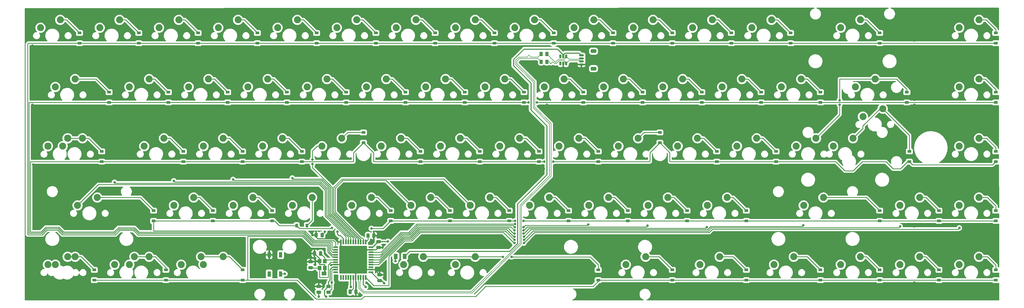
<source format=gbr>
%TF.GenerationSoftware,KiCad,Pcbnew,7.0.9*%
%TF.CreationDate,2023-11-09T15:49:42+02:00*%
%TF.ProjectId,keyboard,6b657962-6f61-4726-942e-6b696361645f,rev?*%
%TF.SameCoordinates,Original*%
%TF.FileFunction,Copper,L2,Bot*%
%TF.FilePolarity,Positive*%
%FSLAX46Y46*%
G04 Gerber Fmt 4.6, Leading zero omitted, Abs format (unit mm)*
G04 Created by KiCad (PCBNEW 7.0.9) date 2023-11-09 15:49:42*
%MOMM*%
%LPD*%
G01*
G04 APERTURE LIST*
G04 Aperture macros list*
%AMRoundRect*
0 Rectangle with rounded corners*
0 $1 Rounding radius*
0 $2 $3 $4 $5 $6 $7 $8 $9 X,Y pos of 4 corners*
0 Add a 4 corners polygon primitive as box body*
4,1,4,$2,$3,$4,$5,$6,$7,$8,$9,$2,$3,0*
0 Add four circle primitives for the rounded corners*
1,1,$1+$1,$2,$3*
1,1,$1+$1,$4,$5*
1,1,$1+$1,$6,$7*
1,1,$1+$1,$8,$9*
0 Add four rect primitives between the rounded corners*
20,1,$1+$1,$2,$3,$4,$5,0*
20,1,$1+$1,$4,$5,$6,$7,0*
20,1,$1+$1,$6,$7,$8,$9,0*
20,1,$1+$1,$8,$9,$2,$3,0*%
G04 Aperture macros list end*
%TA.AperFunction,ComponentPad*%
%ADD10C,2.250000*%
%TD*%
%TA.AperFunction,ComponentPad*%
%ADD11C,2.300000*%
%TD*%
%TA.AperFunction,SMDPad,CuDef*%
%ADD12R,1.200000X0.900000*%
%TD*%
%TA.AperFunction,SMDPad,CuDef*%
%ADD13RoundRect,0.250000X-0.450000X0.262500X-0.450000X-0.262500X0.450000X-0.262500X0.450000X0.262500X0*%
%TD*%
%TA.AperFunction,SMDPad,CuDef*%
%ADD14R,1.200000X1.400000*%
%TD*%
%TA.AperFunction,SMDPad,CuDef*%
%ADD15RoundRect,0.250000X-0.475000X0.250000X-0.475000X-0.250000X0.475000X-0.250000X0.475000X0.250000X0*%
%TD*%
%TA.AperFunction,SMDPad,CuDef*%
%ADD16RoundRect,0.250000X-0.262500X-0.450000X0.262500X-0.450000X0.262500X0.450000X-0.262500X0.450000X0*%
%TD*%
%TA.AperFunction,SMDPad,CuDef*%
%ADD17RoundRect,0.150000X0.150000X-0.475000X0.150000X0.475000X-0.150000X0.475000X-0.150000X-0.475000X0*%
%TD*%
%TA.AperFunction,SMDPad,CuDef*%
%ADD18RoundRect,0.250000X0.375000X0.625000X-0.375000X0.625000X-0.375000X-0.625000X0.375000X-0.625000X0*%
%TD*%
%TA.AperFunction,SMDPad,CuDef*%
%ADD19RoundRect,0.250000X0.475000X-0.250000X0.475000X0.250000X-0.475000X0.250000X-0.475000X-0.250000X0*%
%TD*%
%TA.AperFunction,SMDPad,CuDef*%
%ADD20R,0.550000X1.500000*%
%TD*%
%TA.AperFunction,SMDPad,CuDef*%
%ADD21R,1.500000X0.550000*%
%TD*%
%TA.AperFunction,SMDPad,CuDef*%
%ADD22R,1.100000X1.800000*%
%TD*%
%TA.AperFunction,SMDPad,CuDef*%
%ADD23RoundRect,0.250000X0.250000X0.475000X-0.250000X0.475000X-0.250000X-0.475000X0.250000X-0.475000X0*%
%TD*%
%TA.AperFunction,SMDPad,CuDef*%
%ADD24RoundRect,0.150000X-0.625000X0.150000X-0.625000X-0.150000X0.625000X-0.150000X0.625000X0.150000X0*%
%TD*%
%TA.AperFunction,SMDPad,CuDef*%
%ADD25RoundRect,0.250000X-0.650000X0.350000X-0.650000X-0.350000X0.650000X-0.350000X0.650000X0.350000X0*%
%TD*%
%TA.AperFunction,SMDPad,CuDef*%
%ADD26RoundRect,0.250000X0.262500X0.450000X-0.262500X0.450000X-0.262500X-0.450000X0.262500X-0.450000X0*%
%TD*%
%TA.AperFunction,SMDPad,CuDef*%
%ADD27RoundRect,0.250000X-0.250000X-0.475000X0.250000X-0.475000X0.250000X0.475000X-0.250000X0.475000X0*%
%TD*%
%TA.AperFunction,SMDPad,CuDef*%
%ADD28R,0.900000X1.200000*%
%TD*%
%TA.AperFunction,ViaPad*%
%ADD29C,0.800000*%
%TD*%
%TA.AperFunction,Conductor*%
%ADD30C,0.250000*%
%TD*%
%TA.AperFunction,Conductor*%
%ADD31C,0.380000*%
%TD*%
%TA.AperFunction,Conductor*%
%ADD32C,0.200000*%
%TD*%
G04 APERTURE END LIST*
D10*
%TO.P,MX61,1,COL*%
%TO.N,COL13*%
X320040000Y-276066250D03*
%TO.P,MX61,2,ROW*%
%TO.N,Net-(D61-A)*%
X326390000Y-273526250D03*
%TD*%
%TO.P,MX54,1,COL*%
%TO.N,COL11*%
X279558750Y-295116250D03*
%TO.P,MX54,2,ROW*%
%TO.N,Net-(D54-A)*%
X285908750Y-292576250D03*
%TD*%
%TO.P,MX69,1,COL*%
%TO.N,COL0*%
X70008750Y-314166250D03*
%TO.P,MX69,2,ROW*%
%TO.N,Net-(D5-A)*%
X76358750Y-311626250D03*
%TD*%
%TO.P,MX8,1,COL*%
%TO.N,COL2*%
X98583750Y-276066250D03*
%TO.P,MX8,2,ROW*%
%TO.N,Net-(D8-A)*%
X104933750Y-273526250D03*
%TD*%
%TO.P,MX29,1,COL*%
%TO.N,COL6*%
X184308750Y-295116250D03*
%TO.P,MX29,2,ROW*%
%TO.N,Net-(D29-A)*%
X190658750Y-292576250D03*
%TD*%
%TO.P,MX3,1,COL*%
%TO.N,COL0*%
X72390000Y-276066250D03*
%TO.P,MX3,2,ROW*%
%TO.N,Net-(D3-A)*%
X78740000Y-273526250D03*
%TD*%
%TO.P,MX5,1,COL*%
%TO.N,COL0*%
X67627500Y-314166250D03*
%TO.P,MX5,2,ROW*%
%TO.N,Net-(D5-A)*%
X73977500Y-311626250D03*
%TD*%
%TO.P,MX31,1,COL*%
%TO.N,COL6*%
X179546250Y-237966250D03*
%TO.P,MX31,2,ROW*%
%TO.N,Net-(D31-A)*%
X185896250Y-235426250D03*
%TD*%
%TO.P,MX71,1,COL*%
%TO.N,COL2*%
X117633750Y-314166250D03*
%TO.P,MX71,2,ROW*%
%TO.N,Net-(D15-A)*%
X123983750Y-311626250D03*
%TD*%
%TO.P,MX15,1,COL*%
%TO.N,COL2*%
X110490000Y-314166250D03*
%TO.P,MX15,2,ROW*%
%TO.N,Net-(D15-A)*%
X116840000Y-311626250D03*
%TD*%
%TO.P,MX60,1,COL*%
%TO.N,COL12*%
X303371250Y-257016250D03*
%TO.P,MX60,2,ROW*%
%TO.N,Net-(D60-A)*%
X309721250Y-254476250D03*
%TD*%
%TO.P,MX13,1,COL*%
%TO.N,COL3*%
X117633750Y-276066250D03*
%TO.P,MX13,2,ROW*%
%TO.N,Net-(D13-A)*%
X123983750Y-273526250D03*
%TD*%
%TO.P,MX28,1,COL*%
%TO.N,COL6*%
X174783750Y-276066250D03*
%TO.P,MX28,2,ROW*%
%TO.N,Net-(D28-A)*%
X181133750Y-273526250D03*
%TD*%
%TO.P,MX52,1,COL*%
%TO.N,COL10*%
X265271250Y-257016250D03*
%TO.P,MX52,2,ROW*%
%TO.N,Net-(D52-A)*%
X271621250Y-254476250D03*
%TD*%
%TO.P,MX47,1,COL*%
%TO.N,COL9*%
X246221250Y-257016250D03*
%TO.P,MX47,2,ROW*%
%TO.N,Net-(D47-A)*%
X252571250Y-254476250D03*
%TD*%
%TO.P,MX45,1,COL*%
%TO.N,COL13*%
X341471250Y-314166250D03*
%TO.P,MX45,2,ROW*%
%TO.N,Net-(D45-A)*%
X347821250Y-311626250D03*
%TD*%
%TO.P,MX25,1,COL*%
%TO.N,COL9*%
X253365000Y-314166250D03*
%TO.P,MX25,2,ROW*%
%TO.N,Net-(D25-A)*%
X259715000Y-311626250D03*
%TD*%
%TO.P,MX32,1,COL*%
%TO.N,COL6*%
X189071250Y-257016250D03*
%TO.P,MX32,2,ROW*%
%TO.N,Net-(D32-A)*%
X195421250Y-254476250D03*
%TD*%
%TO.P,MX36,1,COL*%
%TO.N,COL7*%
X198596250Y-237966250D03*
%TO.P,MX36,2,ROW*%
%TO.N,Net-(D36-A)*%
X204946250Y-235426250D03*
%TD*%
%TO.P,MX50,1,COL*%
%TO.N,COL14*%
X360521250Y-314166250D03*
%TO.P,MX50,2,ROW*%
%TO.N,Net-(D50-A)*%
X366871250Y-311626250D03*
%TD*%
%TO.P,MX64,1,COL*%
%TO.N,COL13*%
X327183750Y-257016250D03*
%TO.P,MX64,2,ROW*%
%TO.N,Net-(D64-A)*%
X333533750Y-254476250D03*
%TD*%
%TO.P,MX34,1,COL*%
%TO.N,COL7*%
X203358750Y-295116250D03*
%TO.P,MX34,2,ROW*%
%TO.N,Net-(D34-A)*%
X209708750Y-292576250D03*
%TD*%
%TO.P,MX49,1,COL*%
%TO.N,COL10*%
X260508750Y-295116250D03*
%TO.P,MX49,2,ROW*%
%TO.N,Net-(D49-A)*%
X266858750Y-292576250D03*
%TD*%
%TO.P,MX58,1,COL*%
%TO.N,COL12*%
X310515000Y-295116250D03*
%TO.P,MX58,2,ROW*%
%TO.N,Net-(D58-A)*%
X316865000Y-292576250D03*
%TD*%
%TO.P,MX17,1,COL*%
%TO.N,COL3*%
X131921250Y-257016250D03*
%TO.P,MX17,2,ROW*%
%TO.N,Net-(D17-A)*%
X138271250Y-254476250D03*
%TD*%
%TO.P,MX46,1,COL*%
%TO.N,COL9*%
X236696250Y-237966250D03*
%TO.P,MX46,2,ROW*%
%TO.N,Net-(D46-A)*%
X243046250Y-235426250D03*
%TD*%
%TO.P,MX62,1,COL*%
%TO.N,COL13*%
X341471250Y-295116250D03*
%TO.P,MX62,2,ROW*%
%TO.N,Net-(D62-A)*%
X347821250Y-292576250D03*
%TD*%
%TO.P,MX6,1,COL*%
%TO.N,COL1*%
X84296250Y-237966250D03*
%TO.P,MX6,2,ROW*%
%TO.N,Net-(D6-A)*%
X90646250Y-235426250D03*
%TD*%
%TO.P,MX30,1,COL*%
%TO.N,COL10*%
X277177500Y-314166250D03*
%TO.P,MX30,2,ROW*%
%TO.N,Net-(D30-A)*%
X283527500Y-311626250D03*
%TD*%
%TO.P,MX70,1,COL*%
%TO.N,COL1*%
X93821250Y-314166250D03*
%TO.P,MX70,2,ROW*%
%TO.N,Net-(D10-A)*%
X100171250Y-311626250D03*
%TD*%
%TO.P,MX66,1,COL*%
%TO.N,COL14*%
X360521250Y-295116250D03*
%TO.P,MX66,2,ROW*%
%TO.N,Net-(D66-A)*%
X366871250Y-292576250D03*
%TD*%
%TO.P,MX39,1,COL*%
%TO.N,COL8*%
X222408750Y-295116250D03*
%TO.P,MX39,2,ROW*%
%TO.N,Net-(D39-A)*%
X228758750Y-292576250D03*
%TD*%
%TO.P,MX41,1,COL*%
%TO.N,COL8*%
X217646250Y-237966250D03*
%TO.P,MX41,2,ROW*%
%TO.N,Net-(D41-A)*%
X223996250Y-235426250D03*
%TD*%
%TO.P,MX20,1,COL*%
%TO.N,COL6*%
X181927500Y-314166250D03*
%TO.P,MX20,2,ROW*%
%TO.N,Net-(D20-A)*%
X188277500Y-311626250D03*
%TD*%
%TO.P,MX14,1,COL*%
%TO.N,COL3*%
X127158750Y-295116250D03*
%TO.P,MX14,2,ROW*%
%TO.N,Net-(D14-A)*%
X133508750Y-292576250D03*
%TD*%
%TO.P,MX12,1,COL*%
%TO.N,COL2*%
X112871250Y-257016250D03*
%TO.P,MX12,2,ROW*%
%TO.N,Net-(D12-A)*%
X119221250Y-254476250D03*
%TD*%
%TO.P,MX67,1,COL*%
%TO.N,COL14*%
X360521250Y-237966250D03*
%TO.P,MX67,2,ROW*%
%TO.N,Net-(D67-A)*%
X366871250Y-235426250D03*
%TD*%
D11*
%TO.P,MX73,1,COL*%
%TO.N,COL0*%
X67627500Y-276066250D03*
%TO.P,MX73,2,ROW*%
%TO.N,Net-(D3-A)*%
X73977500Y-273526250D03*
%TD*%
D10*
%TO.P,MX9,1,COL*%
%TO.N,COL2*%
X108108750Y-295116250D03*
%TO.P,MX9,2,ROW*%
%TO.N,Net-(D9-A)*%
X114458750Y-292576250D03*
%TD*%
%TO.P,MX35,1,COL*%
%TO.N,COL11*%
X300990000Y-314166250D03*
%TO.P,MX35,2,ROW*%
%TO.N,Net-(D35-A)*%
X307340000Y-311626250D03*
%TD*%
%TO.P,MX10,1,COL*%
%TO.N,COL1*%
X89058750Y-314166250D03*
%TO.P,MX10,2,ROW*%
%TO.N,Net-(D10-A)*%
X95408750Y-311626250D03*
%TD*%
%TO.P,MX40,1,COL*%
%TO.N,COL12*%
X322421250Y-314166250D03*
%TO.P,MX40,2,ROW*%
%TO.N,Net-(D40-A)*%
X328771250Y-311626250D03*
%TD*%
%TO.P,MX33,1,COL*%
%TO.N,COL7*%
X193833750Y-276066250D03*
%TO.P,MX33,2,ROW*%
%TO.N,Net-(D33-A)*%
X200183750Y-273526250D03*
%TD*%
%TO.P,MX63,1,COL*%
%TO.N,COL13*%
X322421250Y-237966250D03*
%TO.P,MX63,2,ROW*%
%TO.N,Net-(D63-A)*%
X328771250Y-235426250D03*
%TD*%
%TO.P,MX2,1,COL*%
%TO.N,COL0*%
X70008750Y-257016250D03*
%TO.P,MX2,2,ROW*%
%TO.N,Net-(D2-A)*%
X76358750Y-254476250D03*
%TD*%
%TO.P,MX24,1,COL*%
%TO.N,COL5*%
X165258750Y-295116250D03*
%TO.P,MX24,2,ROW*%
%TO.N,Net-(D24-A)*%
X171608750Y-292576250D03*
%TD*%
%TO.P,MX44,1,COL*%
%TO.N,COL9*%
X241458750Y-295116250D03*
%TO.P,MX44,2,ROW*%
%TO.N,Net-(D44-A)*%
X247808750Y-292576250D03*
%TD*%
%TO.P,MX19,1,COL*%
%TO.N,COL4*%
X146208750Y-295116250D03*
%TO.P,MX19,2,ROW*%
%TO.N,Net-(D19-A)*%
X152558750Y-292576250D03*
%TD*%
%TO.P,MX38,1,COL*%
%TO.N,COL8*%
X212883750Y-276066250D03*
%TO.P,MX38,2,ROW*%
%TO.N,Net-(D38-A)*%
X219233750Y-273526250D03*
%TD*%
%TO.P,MX72,1,COL*%
%TO.N,COL6*%
X198596250Y-314166250D03*
%TO.P,MX72,2,ROW*%
%TO.N,Net-(D20-A)*%
X204946250Y-311626250D03*
%TD*%
%TO.P,MX68,1,COL*%
%TO.N,COL14*%
X360521250Y-257016250D03*
%TO.P,MX68,2,ROW*%
%TO.N,Net-(D68-A)*%
X366871250Y-254476250D03*
%TD*%
%TO.P,MX51,1,COL*%
%TO.N,COL10*%
X255746250Y-237966250D03*
%TO.P,MX51,2,ROW*%
%TO.N,Net-(D51-A)*%
X262096250Y-235426250D03*
%TD*%
%TO.P,MX75,1,COL*%
%TO.N,COL13*%
X308133750Y-276066250D03*
%TO.P,MX75,2,ROW*%
%TO.N,Net-(D64-A)*%
X314483750Y-273526250D03*
%TD*%
%TO.P,MX56,1,COL*%
%TO.N,COL11*%
X284321250Y-257016250D03*
%TO.P,MX56,2,ROW*%
%TO.N,Net-(D56-A)*%
X290671250Y-254476250D03*
%TD*%
%TO.P,MX42,1,COL*%
%TO.N,COL8*%
X227171250Y-257016250D03*
%TO.P,MX42,2,ROW*%
%TO.N,Net-(D42-A)*%
X233521250Y-254476250D03*
%TD*%
%TO.P,MX43,1,COL*%
%TO.N,COL9*%
X231933750Y-276066250D03*
%TO.P,MX43,2,ROW*%
%TO.N,Net-(D43-A)*%
X238283750Y-273526250D03*
%TD*%
%TO.P,MX22,1,COL*%
%TO.N,COL4*%
X150971250Y-257016250D03*
%TO.P,MX22,2,ROW*%
%TO.N,Net-(D22-A)*%
X157321250Y-254476250D03*
%TD*%
%TO.P,MX53,1,COL*%
%TO.N,COL11*%
X270033750Y-276066250D03*
%TO.P,MX53,2,ROW*%
%TO.N,Net-(D53-A)*%
X276383750Y-273526250D03*
%TD*%
%TO.P,MX65,1,COL*%
%TO.N,COL14*%
X360521250Y-276066250D03*
%TO.P,MX65,2,ROW*%
%TO.N,Net-(D65-A)*%
X366871250Y-273526250D03*
%TD*%
%TO.P,MX4,1,COL*%
%TO.N,COL0*%
X77152500Y-295116250D03*
%TO.P,MX4,2,ROW*%
%TO.N,Net-(D4-A)*%
X83502500Y-292576250D03*
%TD*%
%TO.P,MX7,1,COL*%
%TO.N,COL1*%
X93821250Y-257016250D03*
%TO.P,MX7,2,ROW*%
%TO.N,Net-(D7-A)*%
X100171250Y-254476250D03*
%TD*%
%TO.P,MX55,1,COL*%
%TO.N,COL11*%
X274796250Y-237966250D03*
%TO.P,MX55,2,ROW*%
%TO.N,Net-(D55-A)*%
X281146250Y-235426250D03*
%TD*%
%TO.P,MX23,1,COL*%
%TO.N,COL5*%
X155733750Y-276066250D03*
%TO.P,MX23,2,ROW*%
%TO.N,Net-(D23-A)*%
X162083750Y-273526250D03*
%TD*%
%TO.P,MX16,1,COL*%
%TO.N,COL3*%
X122396250Y-237966250D03*
%TO.P,MX16,2,ROW*%
%TO.N,Net-(D16-A)*%
X128746250Y-235426250D03*
%TD*%
%TO.P,MX74,1,COL*%
%TO.N,COL13*%
X329565000Y-266541250D03*
%TO.P,MX74,2,ROW*%
%TO.N,Net-(D61-A)*%
X335915000Y-264001250D03*
%TD*%
%TO.P,MX18,1,COL*%
%TO.N,COL4*%
X136683750Y-276066250D03*
%TO.P,MX18,2,ROW*%
%TO.N,Net-(D18-A)*%
X143033750Y-273526250D03*
%TD*%
%TO.P,MX37,1,COL*%
%TO.N,COL7*%
X208121250Y-257016250D03*
%TO.P,MX37,2,ROW*%
%TO.N,Net-(D37-A)*%
X214471250Y-254476250D03*
%TD*%
%TO.P,MX48,1,COL*%
%TO.N,COL10*%
X250983750Y-276066250D03*
%TO.P,MX48,2,ROW*%
%TO.N,Net-(D48-A)*%
X257333750Y-273526250D03*
%TD*%
%TO.P,MX59,1,COL*%
%TO.N,COL12*%
X293846250Y-237966250D03*
%TO.P,MX59,2,ROW*%
%TO.N,Net-(D59-A)*%
X300196250Y-235426250D03*
%TD*%
%TO.P,MX26,1,COL*%
%TO.N,COL5*%
X160496250Y-237966250D03*
%TO.P,MX26,2,ROW*%
%TO.N,Net-(D26-A)*%
X166846250Y-235426250D03*
%TD*%
%TO.P,MX21,1,COL*%
%TO.N,COL4*%
X141446250Y-237966250D03*
%TO.P,MX21,2,ROW*%
%TO.N,Net-(D21-A)*%
X147796250Y-235426250D03*
%TD*%
%TO.P,MX57,1,COL*%
%TO.N,COL12*%
X289083750Y-276066250D03*
%TO.P,MX57,2,ROW*%
%TO.N,Net-(D57-A)*%
X295433750Y-273526250D03*
%TD*%
%TO.P,MX27,1,COL*%
%TO.N,COL5*%
X170021250Y-257016250D03*
%TO.P,MX27,2,ROW*%
%TO.N,Net-(D27-A)*%
X176371250Y-254476250D03*
%TD*%
%TO.P,MX1,1,COL*%
%TO.N,COL0*%
X65246250Y-237966250D03*
%TO.P,MX1,2,ROW*%
%TO.N,Net-(D1-A)*%
X71596250Y-235426250D03*
%TD*%
%TO.P,MX11,1,COL*%
%TO.N,COL2*%
X103346250Y-237966250D03*
%TO.P,MX11,2,ROW*%
%TO.N,Net-(D11-A)*%
X109696250Y-235426250D03*
%TD*%
D12*
%TO.P,D14,1,K*%
%TO.N,ROW3*%
X139700000Y-300100000D03*
%TO.P,D14,2,A*%
%TO.N,Net-(D14-A)*%
X139700000Y-296800000D03*
%TD*%
%TO.P,D22,1,K*%
%TO.N,ROW1*%
X163512500Y-262000000D03*
%TO.P,D22,2,A*%
%TO.N,Net-(D22-A)*%
X163512500Y-258700000D03*
%TD*%
%TO.P,D12,1,K*%
%TO.N,ROW1*%
X125412500Y-262000000D03*
%TO.P,D12,2,A*%
%TO.N,Net-(D12-A)*%
X125412500Y-258700000D03*
%TD*%
%TO.P,D47,1,K*%
%TO.N,ROW1*%
X258762500Y-262000000D03*
%TO.P,D47,2,A*%
%TO.N,Net-(D47-A)*%
X258762500Y-258700000D03*
%TD*%
D13*
%TO.P,R3,1*%
%TO.N,+5V*%
X157829250Y-321191250D03*
%TO.P,R3,2*%
%TO.N,Net-(U1-~{RESET})*%
X157829250Y-323016250D03*
%TD*%
D12*
%TO.P,D48,1,K*%
%TO.N,ROW2*%
X264318750Y-274954000D03*
%TO.P,D48,2,A*%
%TO.N,Net-(D48-A)*%
X264318750Y-271654000D03*
%TD*%
%TO.P,D52,1,K*%
%TO.N,ROW1*%
X277812500Y-262000000D03*
%TO.P,D52,2,A*%
%TO.N,Net-(D52-A)*%
X277812500Y-258700000D03*
%TD*%
%TO.P,D29,1,K*%
%TO.N,ROW3*%
X196850000Y-300100000D03*
%TO.P,D29,2,A*%
%TO.N,Net-(D29-A)*%
X196850000Y-296800000D03*
%TD*%
D14*
%TO.P,Y1,1,1*%
%TO.N,Net-(U1-XTAL1)*%
X156640000Y-313014000D03*
%TO.P,Y1,2,2*%
%TO.N,GND*%
X156640000Y-315214000D03*
%TO.P,Y1,3,3*%
%TO.N,Net-(U1-XTAL2)*%
X154940000Y-315214000D03*
%TO.P,Y1,4,4*%
%TO.N,GND*%
X154940000Y-313014000D03*
%TD*%
D15*
%TO.P,C2,1*%
%TO.N,+5V*%
X173863000Y-306771000D03*
%TO.P,C2,2*%
%TO.N,GND*%
X173863000Y-308671000D03*
%TD*%
D12*
%TO.P,D42,1,K*%
%TO.N,ROW1*%
X239712500Y-262000000D03*
%TO.P,D42,2,A*%
%TO.N,Net-(D42-A)*%
X239712500Y-258700000D03*
%TD*%
%TO.P,D67,1,K*%
%TO.N,ROW0*%
X372237000Y-242950000D03*
%TO.P,D67,2,A*%
%TO.N,Net-(D67-A)*%
X372237000Y-239650000D03*
%TD*%
%TO.P,D64,1,K*%
%TO.N,ROW1*%
X343693750Y-262000000D03*
%TO.P,D64,2,A*%
%TO.N,Net-(D64-A)*%
X343693750Y-258700000D03*
%TD*%
%TO.P,D6,1,K*%
%TO.N,ROW0*%
X96837500Y-242950000D03*
%TO.P,D6,2,A*%
%TO.N,Net-(D6-A)*%
X96837500Y-239650000D03*
%TD*%
%TO.P,D3,1,K*%
%TO.N,ROW2*%
X84931250Y-281050000D03*
%TO.P,D3,2,A*%
%TO.N,Net-(D3-A)*%
X84931250Y-277750000D03*
%TD*%
%TO.P,D40,1,K*%
%TO.N,ROW4*%
X334962500Y-319150000D03*
%TO.P,D40,2,A*%
%TO.N,Net-(D40-A)*%
X334962500Y-315850000D03*
%TD*%
%TO.P,D17,1,K*%
%TO.N,ROW1*%
X144462500Y-262000000D03*
%TO.P,D17,2,A*%
%TO.N,Net-(D17-A)*%
X144462500Y-258700000D03*
%TD*%
%TO.P,D27,1,K*%
%TO.N,ROW1*%
X182562500Y-262000000D03*
%TO.P,D27,2,A*%
%TO.N,Net-(D27-A)*%
X182562500Y-258700000D03*
%TD*%
%TO.P,D50,1,K*%
%TO.N,ROW4*%
X372268750Y-319150000D03*
%TO.P,D50,2,A*%
%TO.N,Net-(D50-A)*%
X372268750Y-315850000D03*
%TD*%
%TO.P,D65,1,K*%
%TO.N,ROW2*%
X372268750Y-281050000D03*
%TO.P,D65,2,A*%
%TO.N,Net-(D65-A)*%
X372268750Y-277750000D03*
%TD*%
%TO.P,D54,1,K*%
%TO.N,ROW3*%
X292100000Y-300100000D03*
%TO.P,D54,2,A*%
%TO.N,Net-(D54-A)*%
X292100000Y-296800000D03*
%TD*%
%TO.P,D45,1,K*%
%TO.N,ROW4*%
X354012500Y-319150000D03*
%TO.P,D45,2,A*%
%TO.N,Net-(D45-A)*%
X354012500Y-315850000D03*
%TD*%
%TO.P,D63,1,K*%
%TO.N,ROW0*%
X334962500Y-242950000D03*
%TO.P,D63,2,A*%
%TO.N,Net-(D63-A)*%
X334962500Y-239650000D03*
%TD*%
%TO.P,D38,1,K*%
%TO.N,ROW2*%
X225425000Y-281050000D03*
%TO.P,D38,2,A*%
%TO.N,Net-(D38-A)*%
X225425000Y-277750000D03*
%TD*%
D16*
%TO.P,R4,1*%
%TO.N,Net-(U1-~{HWB}/PE2)*%
X170537500Y-304800000D03*
%TO.P,R4,2*%
%TO.N,GND*%
X172362500Y-304800000D03*
%TD*%
D17*
%TO.P,U2,1,IO1*%
%TO.N,D+*%
X234182500Y-249488999D03*
%TO.P,U2,2,VN*%
%TO.N,GND*%
X233232500Y-249488999D03*
%TO.P,U2,3,IO2*%
%TO.N,unconnected-(U2-IO2)*%
X232282500Y-249488999D03*
%TO.P,U2,4,IO3*%
%TO.N,unconnected-(U2-IO3)*%
X232282500Y-247138999D03*
%TO.P,U2,5,VP*%
%TO.N,VBUS*%
X233232500Y-247138999D03*
%TO.P,U2,6,IO4*%
%TO.N,D-*%
X234182500Y-247138999D03*
%TD*%
D12*
%TO.P,D9,1,K*%
%TO.N,ROW3*%
X120650000Y-300100000D03*
%TO.P,D9,2,A*%
%TO.N,Net-(D9-A)*%
X120650000Y-296800000D03*
%TD*%
%TO.P,D34,1,K*%
%TO.N,ROW3*%
X215900000Y-300100000D03*
%TO.P,D34,2,A*%
%TO.N,Net-(D34-A)*%
X215900000Y-296800000D03*
%TD*%
%TO.P,D1,1,K*%
%TO.N,ROW0*%
X77787500Y-242950000D03*
%TO.P,D1,2,A*%
%TO.N,Net-(D1-A)*%
X77787500Y-239650000D03*
%TD*%
D18*
%TO.P,F1,1*%
%TO.N,VBUS*%
X182248000Y-311531000D03*
%TO.P,F1,2*%
%TO.N,+5V*%
X179448000Y-311531000D03*
%TD*%
D12*
%TO.P,D41,1,K*%
%TO.N,ROW0*%
X230187500Y-242950000D03*
%TO.P,D41,2,A*%
%TO.N,Net-(D41-A)*%
X230187500Y-239650000D03*
%TD*%
%TO.P,D39,1,K*%
%TO.N,ROW3*%
X234950000Y-300100000D03*
%TO.P,D39,2,A*%
%TO.N,Net-(D39-A)*%
X234950000Y-296800000D03*
%TD*%
%TO.P,D60,1,K*%
%TO.N,ROW1*%
X315912500Y-262000000D03*
%TO.P,D60,2,A*%
%TO.N,Net-(D60-A)*%
X315912500Y-258700000D03*
%TD*%
%TO.P,D16,1,K*%
%TO.N,ROW0*%
X134937500Y-242950000D03*
%TO.P,D16,2,A*%
%TO.N,Net-(D16-A)*%
X134937500Y-239650000D03*
%TD*%
%TO.P,D56,1,K*%
%TO.N,ROW1*%
X296862500Y-262000000D03*
%TO.P,D56,2,A*%
%TO.N,Net-(D56-A)*%
X296862500Y-258700000D03*
%TD*%
%TO.P,D36,1,K*%
%TO.N,ROW0*%
X211137500Y-242950000D03*
%TO.P,D36,2,A*%
%TO.N,Net-(D36-A)*%
X211137500Y-239650000D03*
%TD*%
%TO.P,D10,1,K*%
%TO.N,ROW4*%
X105568750Y-319150000D03*
%TO.P,D10,2,A*%
%TO.N,Net-(D10-A)*%
X105568750Y-315850000D03*
%TD*%
D15*
%TO.P,C4,1*%
%TO.N,GND*%
X152068000Y-313248000D03*
%TO.P,C4,2*%
%TO.N,Net-(U1-XTAL2)*%
X152068000Y-315148000D03*
%TD*%
D12*
%TO.P,D30,1,K*%
%TO.N,ROW4*%
X292100000Y-319150000D03*
%TO.P,D30,2,A*%
%TO.N,Net-(D30-A)*%
X292100000Y-315850000D03*
%TD*%
D19*
%TO.P,C7,1*%
%TO.N,+5V*%
X174254618Y-319341789D03*
%TO.P,C7,2*%
%TO.N,GND*%
X174254618Y-317441789D03*
%TD*%
D12*
%TO.P,D25,1,K*%
%TO.N,ROW4*%
X268287500Y-319150000D03*
%TO.P,D25,2,A*%
%TO.N,Net-(D25-A)*%
X268287500Y-315850000D03*
%TD*%
%TO.P,D43,1,K*%
%TO.N,ROW2*%
X244475000Y-281050000D03*
%TO.P,D43,2,A*%
%TO.N,Net-(D43-A)*%
X244475000Y-277750000D03*
%TD*%
%TO.P,D44,1,K*%
%TO.N,ROW3*%
X254000000Y-300100000D03*
%TO.P,D44,2,A*%
%TO.N,Net-(D44-A)*%
X254000000Y-296800000D03*
%TD*%
D20*
%TO.P,U1,1,PE6*%
%TO.N,COL14*%
X169766750Y-318278750D03*
%TO.P,U1,2,UVCC*%
%TO.N,+5V*%
X168966750Y-318278750D03*
%TO.P,U1,3,D-*%
%TO.N,D-*%
X168166750Y-318278750D03*
%TO.P,U1,4,D+*%
%TO.N,D+*%
X167366750Y-318278750D03*
%TO.P,U1,5,UGND*%
%TO.N,GND*%
X166566750Y-318278750D03*
%TO.P,U1,6,UCAP*%
%TO.N,Net-(U1-UCAP)*%
X165766750Y-318278750D03*
%TO.P,U1,7,VBUS*%
%TO.N,+5V*%
X164966750Y-318278750D03*
%TO.P,U1,8,PB0*%
%TO.N,unconnected-(U1-PB0)*%
X164166750Y-318278750D03*
%TO.P,U1,9,PB1*%
%TO.N,unconnected-(U1-PB1)*%
X163366750Y-318278750D03*
%TO.P,U1,10,PB2*%
%TO.N,unconnected-(U1-PB2)*%
X162566750Y-318278750D03*
%TO.P,U1,11,PB3*%
%TO.N,unconnected-(U1-PB3)*%
X161766750Y-318278750D03*
D21*
%TO.P,U1,12,PB7*%
%TO.N,unconnected-(U1-PB7)*%
X160066750Y-316578750D03*
%TO.P,U1,13,~{RESET}*%
%TO.N,Net-(U1-~{RESET})*%
X160066750Y-315778750D03*
%TO.P,U1,14,VCC*%
%TO.N,+5V*%
X160066750Y-314978750D03*
%TO.P,U1,15,GND*%
%TO.N,GND*%
X160066750Y-314178750D03*
%TO.P,U1,16,XTAL2*%
%TO.N,Net-(U1-XTAL2)*%
X160066750Y-313378750D03*
%TO.P,U1,17,XTAL1*%
%TO.N,Net-(U1-XTAL1)*%
X160066750Y-312578750D03*
%TO.P,U1,18,PD0*%
%TO.N,ROW4*%
X160066750Y-311778750D03*
%TO.P,U1,19,PD1*%
%TO.N,ROW0*%
X160066750Y-310978750D03*
%TO.P,U1,20,PD2*%
%TO.N,ROW1*%
X160066750Y-310178750D03*
%TO.P,U1,21,PD3*%
%TO.N,ROW2*%
X160066750Y-309378750D03*
%TO.P,U1,22,PD5*%
%TO.N,ROW3*%
X160066750Y-308578750D03*
D20*
%TO.P,U1,23,GND*%
%TO.N,GND*%
X161766750Y-306878750D03*
%TO.P,U1,24,AVCC*%
%TO.N,+5V*%
X162566750Y-306878750D03*
%TO.P,U1,25,PD4*%
%TO.N,COL0*%
X163366750Y-306878750D03*
%TO.P,U1,26,PD6*%
%TO.N,COL1*%
X164166750Y-306878750D03*
%TO.P,U1,27,PD7*%
%TO.N,COL2*%
X164966750Y-306878750D03*
%TO.P,U1,28,PB4*%
%TO.N,COL3*%
X165766750Y-306878750D03*
%TO.P,U1,29,PB5*%
%TO.N,COL4*%
X166566750Y-306878750D03*
%TO.P,U1,30,PB6*%
%TO.N,COL5*%
X167366750Y-306878750D03*
%TO.P,U1,31,PC6*%
%TO.N,COL7*%
X168166750Y-306878750D03*
%TO.P,U1,32,PC7*%
%TO.N,COL6*%
X168966750Y-306878750D03*
%TO.P,U1,33,~{HWB}/PE2*%
%TO.N,Net-(U1-~{HWB}/PE2)*%
X169766750Y-306878750D03*
D21*
%TO.P,U1,34,VCC*%
%TO.N,+5V*%
X171466750Y-308578750D03*
%TO.P,U1,35,GND*%
%TO.N,GND*%
X171466750Y-309378750D03*
%TO.P,U1,36,PF7*%
%TO.N,COL8*%
X171466750Y-310178750D03*
%TO.P,U1,37,PF6*%
%TO.N,COL9*%
X171466750Y-310978750D03*
%TO.P,U1,38,PF5*%
%TO.N,COL10*%
X171466750Y-311778750D03*
%TO.P,U1,39,PF4*%
%TO.N,COL11*%
X171466750Y-312578750D03*
%TO.P,U1,40,PF1*%
%TO.N,COL12*%
X171466750Y-313378750D03*
%TO.P,U1,41,PF0*%
%TO.N,COL13*%
X171466750Y-314178750D03*
%TO.P,U1,42,AREF*%
%TO.N,unconnected-(U1-AREF)*%
X171466750Y-314978750D03*
%TO.P,U1,43,GND*%
%TO.N,GND*%
X171466750Y-315778750D03*
%TO.P,U1,44,AVCC*%
%TO.N,+5V*%
X171466750Y-316578750D03*
%TD*%
D12*
%TO.P,D2,1,K*%
%TO.N,ROW1*%
X87312500Y-262000000D03*
%TO.P,D2,2,A*%
%TO.N,Net-(D2-A)*%
X87312500Y-258700000D03*
%TD*%
D19*
%TO.P,C1,1*%
%TO.N,+5V*%
X154654250Y-323053750D03*
%TO.P,C1,2*%
%TO.N,GND*%
X154654250Y-321153750D03*
%TD*%
D12*
%TO.P,D32,1,K*%
%TO.N,ROW1*%
X201612500Y-262000000D03*
%TO.P,D32,2,A*%
%TO.N,Net-(D32-A)*%
X201612500Y-258700000D03*
%TD*%
%TO.P,D58,1,K*%
%TO.N,ROW3*%
X334962500Y-300100000D03*
%TO.P,D58,2,A*%
%TO.N,Net-(D58-A)*%
X334962500Y-296800000D03*
%TD*%
%TO.P,D15,1,K*%
%TO.N,ROW4*%
X130175000Y-319150000D03*
%TO.P,D15,2,A*%
%TO.N,Net-(D15-A)*%
X130175000Y-315850000D03*
%TD*%
%TO.P,D57,1,K*%
%TO.N,ROW2*%
X301625000Y-281050000D03*
%TO.P,D57,2,A*%
%TO.N,Net-(D57-A)*%
X301625000Y-277750000D03*
%TD*%
%TO.P,D55,1,K*%
%TO.N,ROW0*%
X287274000Y-242950000D03*
%TO.P,D55,2,A*%
%TO.N,Net-(D55-A)*%
X287274000Y-239650000D03*
%TD*%
D22*
%TO.P,SW1,1,1*%
%TO.N,GND*%
X138739000Y-310971000D03*
%TO.P,SW1,2,2*%
%TO.N,Net-(U1-~{RESET})*%
X142439000Y-317171000D03*
%TO.P,SW1,3*%
%TO.N,N/C*%
X142439000Y-310971000D03*
%TO.P,SW1,4*%
X138739000Y-317171000D03*
%TD*%
D12*
%TO.P,D24,1,K*%
%TO.N,ROW3*%
X177800000Y-300100000D03*
%TO.P,D24,2,A*%
%TO.N,Net-(D24-A)*%
X177800000Y-296800000D03*
%TD*%
%TO.P,D13,1,K*%
%TO.N,ROW2*%
X130175000Y-281050000D03*
%TO.P,D13,2,A*%
%TO.N,Net-(D13-A)*%
X130175000Y-277750000D03*
%TD*%
%TO.P,D7,1,K*%
%TO.N,ROW1*%
X106362500Y-262000000D03*
%TO.P,D7,2,A*%
%TO.N,Net-(D7-A)*%
X106362500Y-258700000D03*
%TD*%
%TO.P,D68,1,K*%
%TO.N,ROW1*%
X372268750Y-262000000D03*
%TO.P,D68,2,A*%
%TO.N,Net-(D68-A)*%
X372268750Y-258700000D03*
%TD*%
D23*
%TO.P,C5,1*%
%TO.N,+5V*%
X155763000Y-304673000D03*
%TO.P,C5,2*%
%TO.N,GND*%
X153863000Y-304673000D03*
%TD*%
D12*
%TO.P,D28,1,K*%
%TO.N,ROW2*%
X187325000Y-281050000D03*
%TO.P,D28,2,A*%
%TO.N,Net-(D28-A)*%
X187325000Y-277750000D03*
%TD*%
%TO.P,D49,1,K*%
%TO.N,ROW3*%
X273050000Y-300100000D03*
%TO.P,D49,2,A*%
%TO.N,Net-(D49-A)*%
X273050000Y-296800000D03*
%TD*%
%TO.P,D23,1,K*%
%TO.N,ROW2*%
X169037000Y-274954000D03*
%TO.P,D23,2,A*%
%TO.N,Net-(D23-A)*%
X169037000Y-271654000D03*
%TD*%
%TO.P,D37,1,K*%
%TO.N,ROW1*%
X220662500Y-262000000D03*
%TO.P,D37,2,A*%
%TO.N,Net-(D37-A)*%
X220662500Y-258700000D03*
%TD*%
D24*
%TO.P,J1,1,Pin_1*%
%TO.N,VBUS*%
X239106500Y-246813999D03*
%TO.P,J1,2,Pin_2*%
%TO.N,D-*%
X239106500Y-247813999D03*
%TO.P,J1,3,Pin_3*%
%TO.N,D+*%
X239106500Y-248813999D03*
%TO.P,J1,4,Pin_4*%
%TO.N,GND*%
X239106500Y-249813999D03*
D25*
%TO.P,J1,MP*%
%TO.N,N/C*%
X242981500Y-245513999D03*
X242981500Y-251113999D03*
%TD*%
D12*
%TO.P,D33,1,K*%
%TO.N,ROW2*%
X206375000Y-281050000D03*
%TO.P,D33,2,A*%
%TO.N,Net-(D33-A)*%
X206375000Y-277750000D03*
%TD*%
%TO.P,D59,1,K*%
%TO.N,ROW0*%
X306324000Y-242950000D03*
%TO.P,D59,2,A*%
%TO.N,Net-(D59-A)*%
X306324000Y-239650000D03*
%TD*%
%TO.P,D62,1,K*%
%TO.N,ROW3*%
X354012500Y-300100000D03*
%TO.P,D62,2,A*%
%TO.N,Net-(D62-A)*%
X354012500Y-296800000D03*
%TD*%
D26*
%TO.P,R2,1*%
%TO.N,D-*%
X227985500Y-246371749D03*
%TO.P,R2,2*%
X226160500Y-246371749D03*
%TD*%
D27*
%TO.P,C6,1*%
%TO.N,Net-(U1-UCAP)*%
X164721500Y-322897500D03*
%TO.P,C6,2*%
%TO.N,GND*%
X166621500Y-322897500D03*
%TD*%
D12*
%TO.P,D5,1,K*%
%TO.N,ROW4*%
X82550000Y-319150000D03*
%TO.P,D5,2,A*%
%TO.N,Net-(D5-A)*%
X82550000Y-315850000D03*
%TD*%
%TO.P,D35,1,K*%
%TO.N,ROW4*%
X315912500Y-319150000D03*
%TO.P,D35,2,A*%
%TO.N,Net-(D35-A)*%
X315912500Y-315850000D03*
%TD*%
%TO.P,D8,1,K*%
%TO.N,ROW2*%
X111125000Y-281050000D03*
%TO.P,D8,2,A*%
%TO.N,Net-(D8-A)*%
X111125000Y-277750000D03*
%TD*%
D28*
%TO.P,D19,1,K*%
%TO.N,ROW3*%
X147575000Y-301625000D03*
%TO.P,D19,2,A*%
%TO.N,Net-(D19-A)*%
X150875000Y-301625000D03*
%TD*%
D27*
%TO.P,C3,1*%
%TO.N,GND*%
X153352500Y-310580250D03*
%TO.P,C3,2*%
%TO.N,Net-(U1-XTAL1)*%
X155252500Y-310580250D03*
%TD*%
D12*
%TO.P,D21,1,K*%
%TO.N,ROW0*%
X153987500Y-242950000D03*
%TO.P,D21,2,A*%
%TO.N,Net-(D21-A)*%
X153987500Y-239650000D03*
%TD*%
%TO.P,D18,1,K*%
%TO.N,ROW2*%
X149225000Y-281050000D03*
%TO.P,D18,2,A*%
%TO.N,Net-(D18-A)*%
X149225000Y-277750000D03*
%TD*%
%TO.P,D51,1,K*%
%TO.N,ROW0*%
X268287500Y-242950000D03*
%TO.P,D51,2,A*%
%TO.N,Net-(D51-A)*%
X268287500Y-239650000D03*
%TD*%
%TO.P,D26,1,K*%
%TO.N,ROW0*%
X173037500Y-242950000D03*
%TO.P,D26,2,A*%
%TO.N,Net-(D26-A)*%
X173037500Y-239650000D03*
%TD*%
%TO.P,D53,1,K*%
%TO.N,ROW2*%
X282575000Y-281050000D03*
%TO.P,D53,2,A*%
%TO.N,Net-(D53-A)*%
X282575000Y-277750000D03*
%TD*%
%TO.P,D31,1,K*%
%TO.N,ROW0*%
X192087500Y-242950000D03*
%TO.P,D31,2,A*%
%TO.N,Net-(D31-A)*%
X192087500Y-239650000D03*
%TD*%
%TO.P,D20,1,K*%
%TO.N,ROW4*%
X244475000Y-319150000D03*
%TO.P,D20,2,A*%
%TO.N,Net-(D20-A)*%
X244475000Y-315850000D03*
%TD*%
%TO.P,D4,1,K*%
%TO.N,ROW3*%
X101600000Y-300100000D03*
%TO.P,D4,2,A*%
%TO.N,Net-(D4-A)*%
X101600000Y-296800000D03*
%TD*%
%TO.P,D11,1,K*%
%TO.N,ROW0*%
X115887500Y-242950000D03*
%TO.P,D11,2,A*%
%TO.N,Net-(D11-A)*%
X115887500Y-239650000D03*
%TD*%
%TO.P,D66,1,K*%
%TO.N,ROW3*%
X372268750Y-300100000D03*
%TO.P,D66,2,A*%
%TO.N,Net-(D66-A)*%
X372268750Y-296800000D03*
%TD*%
%TO.P,D61,1,K*%
%TO.N,ROW2*%
X344487500Y-281050000D03*
%TO.P,D61,2,A*%
%TO.N,Net-(D61-A)*%
X344487500Y-277750000D03*
%TD*%
%TO.P,D46,1,K*%
%TO.N,ROW0*%
X249237500Y-242950000D03*
%TO.P,D46,2,A*%
%TO.N,Net-(D46-A)*%
X249237500Y-239650000D03*
%TD*%
D26*
%TO.P,R1,1*%
%TO.N,D+*%
X227985500Y-248911749D03*
%TO.P,R1,2*%
X226160500Y-248911749D03*
%TD*%
D29*
%TO.N,COL1*%
X89027000Y-287692500D03*
%TO.N,COL10*%
X260350000Y-301625000D03*
X217551000Y-303149000D03*
X220507500Y-303149000D03*
%TO.N,COL11*%
X220507500Y-304165000D03*
X217551000Y-304165000D03*
X279400000Y-302133000D03*
%TO.N,COL12*%
X217551000Y-305164503D03*
X310388000Y-301498000D03*
X220603535Y-305185625D03*
%TO.N,COL13*%
X217551000Y-306197000D03*
X341503000Y-301879000D03*
X220599000Y-306197000D03*
%TO.N,COL14*%
X220599000Y-307213000D03*
X217551000Y-307213000D03*
X360553000Y-302387000D03*
%TO.N,+5V*%
X160655000Y-303530000D03*
X179324000Y-313055000D03*
X164973000Y-321310000D03*
X157035500Y-324485000D03*
X156591000Y-303530000D03*
X169735500Y-321310000D03*
X175688625Y-320119375D03*
X176879250Y-306673250D03*
X154654250Y-324485000D03*
%TO.N,COL2*%
X108077000Y-287242980D03*
%TO.N,COL3*%
X127127000Y-286793460D03*
%TO.N,COL4*%
X146177000Y-286343940D03*
%TO.N,COL5*%
X152654000Y-281774500D03*
X152654000Y-280325500D03*
%TO.N,COL8*%
X217777500Y-301117000D03*
%TO.N,COL9*%
X220507500Y-302133000D03*
X217641511Y-302107208D03*
X241300000Y-301244000D03*
%TO.N,GND*%
X158679320Y-314331847D03*
X150417000Y-313817000D03*
X156640000Y-316611000D03*
X346075000Y-261143750D03*
X175133000Y-308737000D03*
X173482000Y-305054000D03*
X62611000Y-262763000D03*
X152527000Y-321183000D03*
X62611000Y-305816000D03*
X346075000Y-283368750D03*
X346075000Y-319881250D03*
X62865000Y-281940000D03*
X239136701Y-250956299D03*
X233172000Y-251206000D03*
X346075000Y-262731250D03*
X346075000Y-242093750D03*
X210439000Y-313944000D03*
X62611000Y-243713000D03*
X152008382Y-310355211D03*
X175831500Y-317944500D03*
X226949000Y-283337000D03*
X139192000Y-309245000D03*
X227965000Y-262763000D03*
X346075000Y-301879000D03*
X152654000Y-304673000D03*
X167830500Y-324040500D03*
%TO.N,Net-(D20-A)*%
X213868000Y-311658000D03*
X216662000Y-311658000D03*
%TO.N,Net-(D64-A)*%
X322072000Y-262724500D03*
X322072000Y-261275500D03*
%TO.N,ROW1*%
X224825500Y-262001000D03*
X222095500Y-262001000D03*
%TO.N,ROW2*%
X227175500Y-281051000D03*
X230032500Y-281051000D03*
%TO.N,ROW3*%
X171580761Y-302549511D03*
X217777500Y-300101000D03*
X220507500Y-300101000D03*
X158877000Y-302387000D03*
%TO.N,Net-(U1-~{RESET})*%
X158853770Y-319889770D03*
X143764000Y-317119000D03*
%TD*%
D30*
%TO.N,COL0*%
X163366750Y-306878750D02*
X163366750Y-305098750D01*
X154940000Y-288417000D02*
X83851750Y-288417000D01*
X156718000Y-298450000D02*
X156718000Y-290195000D01*
X163366750Y-305098750D02*
X156718000Y-298450000D01*
X77152500Y-295116250D02*
X76655409Y-295116250D01*
X156718000Y-290195000D02*
X154940000Y-288417000D01*
X83851750Y-288417000D02*
X77152500Y-295116250D01*
%TO.N,COL1*%
X164166750Y-305263032D02*
X157167520Y-298263802D01*
X89058750Y-313669159D02*
X89058750Y-314166250D01*
X154432000Y-287967480D02*
X98102480Y-287967480D01*
X157167520Y-290008802D02*
X156845359Y-289686641D01*
X164166750Y-306878750D02*
X164166750Y-305263032D01*
X98102480Y-287967480D02*
X89301980Y-287967480D01*
X156845359Y-289686641D02*
X155126197Y-287967480D01*
X89301980Y-287967480D02*
X89027000Y-287692500D01*
X155126197Y-287967480D02*
X154432000Y-287967480D01*
X157167520Y-298263802D02*
X157167520Y-296926000D01*
X157167520Y-296926000D02*
X157167520Y-290008802D01*
%TO.N,COL10*%
X186554394Y-302016040D02*
X183887395Y-304683040D01*
X181483010Y-304683040D02*
X174387300Y-311778750D01*
X221649074Y-302016040D02*
X220516114Y-303149000D01*
X220516114Y-303149000D02*
X220507500Y-303149000D01*
X260350000Y-301625000D02*
X259958960Y-302016040D01*
X174387300Y-311778750D02*
X171466750Y-311778750D01*
X260508750Y-295116250D02*
X260667500Y-295275000D01*
X259958960Y-302016040D02*
X221649074Y-302016040D01*
X215392000Y-302016040D02*
X216418040Y-302016040D01*
X215392000Y-302016040D02*
X186554394Y-302016040D01*
X183887395Y-304683040D02*
X181483010Y-304683040D01*
X216418040Y-302016040D02*
X217551000Y-303149000D01*
%TO.N,COL11*%
X279067440Y-302465560D02*
X279400000Y-302133000D01*
X186740592Y-302465560D02*
X184073593Y-305132559D01*
X222298440Y-302465560D02*
X279067440Y-302465560D01*
X181669208Y-305132560D02*
X174223017Y-312578750D01*
X184073593Y-305132559D02*
X181669208Y-305132560D01*
X220507500Y-304165000D02*
X220599000Y-304165000D01*
X215578197Y-302465560D02*
X217277637Y-304165000D01*
X220599000Y-304165000D02*
X222298440Y-302465560D01*
X174223017Y-312578750D02*
X171466750Y-312578750D01*
X217277637Y-304165000D02*
X217551000Y-304165000D01*
X215392000Y-302465560D02*
X215578197Y-302465560D01*
X215392000Y-302465560D02*
X186740592Y-302465560D01*
%TO.N,COL12*%
X310007000Y-301879000D02*
X310388000Y-301498000D01*
X279642534Y-302915080D02*
X280678614Y-301879000D01*
X215070197Y-302915080D02*
X217319620Y-305164503D01*
X186926790Y-302915080D02*
X184259789Y-305582080D01*
X220603535Y-305176465D02*
X222864920Y-302915080D01*
X322421250Y-313690000D02*
X322421250Y-314166250D01*
X220603535Y-305185625D02*
X220603535Y-305176465D01*
X184259789Y-305582080D02*
X181855404Y-305582080D01*
X222864920Y-302915080D02*
X279642534Y-302915080D01*
X214376000Y-302915080D02*
X215070197Y-302915080D01*
X280678614Y-301879000D02*
X310007000Y-301879000D01*
X181855404Y-305582080D02*
X174058735Y-313378750D01*
X214376000Y-302915080D02*
X186926790Y-302915080D01*
X217319620Y-305164503D02*
X217551000Y-305164503D01*
X174058735Y-313378750D02*
X171466750Y-313378750D01*
%TO.N,COL13*%
X182041601Y-306031600D02*
X173894452Y-314178750D01*
X213868000Y-303364600D02*
X187112987Y-303364600D01*
X213868000Y-303364600D02*
X214718600Y-303364600D01*
X187112987Y-303364600D02*
X184445986Y-306031600D01*
X223558400Y-303364600D02*
X279828732Y-303364600D01*
X280864811Y-302328520D02*
X341053480Y-302328520D01*
X341053480Y-302328520D02*
X341503000Y-301879000D01*
X220726000Y-306197000D02*
X223558400Y-303364600D01*
X220599000Y-306197000D02*
X220726000Y-306197000D01*
X214718600Y-303364600D02*
X217551000Y-306197000D01*
X279828732Y-303364600D02*
X280864811Y-302328520D01*
X173894452Y-314178750D02*
X171466750Y-314178750D01*
X184445986Y-306031600D02*
X182041601Y-306031600D01*
%TO.N,COL14*%
X217393880Y-307213000D02*
X217551000Y-307213000D01*
X224006494Y-303814120D02*
X280131880Y-303814120D01*
X182227799Y-306481120D02*
X184632183Y-306481120D01*
X281167960Y-302778040D02*
X360161960Y-302778040D01*
X213995000Y-303814120D02*
X217393880Y-307213000D01*
X169766750Y-318278750D02*
X172417000Y-320929000D01*
X184632183Y-306481120D02*
X187299184Y-303814120D01*
X280131880Y-303814120D02*
X281167960Y-302778040D01*
X177165000Y-311543919D02*
X182227799Y-306481120D01*
X360161960Y-302778040D02*
X360553000Y-302387000D01*
X220599000Y-307213000D02*
X220607614Y-307213000D01*
X187299184Y-303814120D02*
X213995000Y-303814120D01*
X220607614Y-307213000D02*
X224006494Y-303814120D01*
X177165000Y-320929000D02*
X177165000Y-311543919D01*
X172417000Y-320929000D02*
X177165000Y-320929000D01*
D31*
%TO.N,+5V*%
X159131898Y-314978750D02*
X160066750Y-314978750D01*
X179324000Y-313055000D02*
X179324000Y-311655000D01*
X171466750Y-316578750D02*
X171491579Y-316578750D01*
X162566750Y-306878750D02*
X162566750Y-305748750D01*
X156562520Y-324012020D02*
X157035500Y-324485000D01*
X154654250Y-323053750D02*
X154654250Y-324485000D01*
X156591000Y-303530000D02*
X156591000Y-303845000D01*
X176781500Y-306771000D02*
X176879250Y-306673250D01*
X161131250Y-304800000D02*
X160655000Y-304323750D01*
X168966750Y-318278750D02*
X168966750Y-320541250D01*
X173863000Y-306771000D02*
X175961000Y-306771000D01*
X164966750Y-321303750D02*
X164973000Y-321310000D01*
X157829250Y-321191250D02*
X157829250Y-319722500D01*
X168966750Y-320541250D02*
X169735500Y-321310000D01*
X171491579Y-316578750D02*
X174254618Y-319341789D01*
X174911039Y-319341789D02*
X175688625Y-320119375D01*
X171466750Y-308578750D02*
X172055250Y-308578750D01*
X158339250Y-319212500D02*
X158339250Y-315771398D01*
X179324000Y-311655000D02*
X179448000Y-311531000D01*
X157829250Y-319722500D02*
X158339250Y-319212500D01*
X175961000Y-306771000D02*
X176781500Y-306771000D01*
X172055250Y-308578750D02*
X173863000Y-306771000D01*
X160655000Y-304323750D02*
X160655000Y-303530000D01*
X157829250Y-321191250D02*
X156562520Y-322457980D01*
X156591000Y-303845000D02*
X155763000Y-304673000D01*
X156562520Y-322457980D02*
X156562520Y-324012020D01*
X158339250Y-315771398D02*
X159131898Y-314978750D01*
X174254618Y-319341789D02*
X174911039Y-319341789D01*
X161618000Y-304800000D02*
X161131250Y-304800000D01*
X164966750Y-318278750D02*
X164966750Y-321303750D01*
X162566750Y-305748750D02*
X161618000Y-304800000D01*
D30*
%TO.N,Net-(U1-XTAL1)*%
X156640000Y-311967750D02*
X155252500Y-310580250D01*
X156640000Y-313014000D02*
X157075250Y-312578750D01*
X157075250Y-312578750D02*
X160066750Y-312578750D01*
X156640000Y-313014000D02*
X156640000Y-311967750D01*
%TO.N,COL2*%
X155312394Y-287517960D02*
X157617040Y-289822604D01*
X108077000Y-287242980D02*
X108351980Y-287517960D01*
X108351980Y-287517960D02*
X155312394Y-287517960D01*
X164966750Y-305427315D02*
X164966750Y-306878750D01*
X157617040Y-289822604D02*
X157617040Y-298077604D01*
X157617040Y-298077604D02*
X164966750Y-305427315D01*
X108108750Y-295116250D02*
X107611659Y-295116250D01*
%TO.N,COL3*%
X127401980Y-287068440D02*
X155498592Y-287068440D01*
X127127000Y-286793460D02*
X127401980Y-287068440D01*
X158066560Y-297891406D02*
X165766750Y-305591598D01*
X155498592Y-287068440D02*
X158066560Y-289636408D01*
X130810000Y-257016250D02*
X131921250Y-257016250D01*
X165766750Y-305591598D02*
X165766750Y-306878750D01*
X158066560Y-289636408D02*
X158066560Y-297891406D01*
X117316250Y-276066250D02*
X117633750Y-276066250D01*
%TO.N,COL4*%
X158516080Y-289450210D02*
X158516080Y-297705208D01*
X146177000Y-286343940D02*
X146451980Y-286618920D01*
X149860000Y-257016250D02*
X150971250Y-257016250D01*
X158516080Y-297705208D02*
X166566750Y-305755878D01*
X146451980Y-286618920D02*
X155684790Y-286618920D01*
X155684790Y-286618920D02*
X158516080Y-289450210D01*
X166566750Y-305755878D02*
X166566750Y-306878750D01*
%TO.N,COL5*%
X159004000Y-297053000D02*
X159004000Y-289302413D01*
X158370794Y-288669206D02*
X152654000Y-282952412D01*
X167366750Y-306878750D02*
X167366750Y-305920160D01*
X159004000Y-289302413D02*
X158370794Y-288669206D01*
X152654000Y-282952412D02*
X152654000Y-281774500D01*
X154142760Y-276066250D02*
X155733750Y-276066250D01*
X167366750Y-305920160D02*
X159004000Y-297557410D01*
X152654000Y-280325500D02*
X152654000Y-277555010D01*
X159004000Y-297557410D02*
X159004000Y-297053000D01*
X152654000Y-277555010D02*
X154142760Y-276066250D01*
%TO.N,COL6*%
X159903040Y-297185014D02*
X159903040Y-296926000D01*
X159903040Y-289550678D02*
X162365198Y-287088520D01*
X168966750Y-306878750D02*
X168966750Y-305878750D01*
X168647487Y-305559487D02*
X168277513Y-305559487D01*
X168966750Y-305878750D02*
X168647487Y-305559487D01*
X168277513Y-305559487D02*
X159903040Y-297185014D01*
X159903040Y-297185014D02*
X159903040Y-289550678D01*
X162365198Y-287088520D02*
X176281020Y-287088520D01*
X176281020Y-287088520D02*
X184308750Y-295116250D01*
%TO.N,COL7*%
X168166750Y-306878750D02*
X168166750Y-306084442D01*
X203358750Y-295116250D02*
X203993750Y-295751250D01*
X194881500Y-286639000D02*
X203358750Y-295116250D01*
X159453520Y-289364480D02*
X162179000Y-286639000D01*
X162179000Y-286639000D02*
X194881500Y-286639000D01*
X159453520Y-297371212D02*
X159453520Y-289364480D01*
X168166750Y-306084442D02*
X159453520Y-297371212D01*
%TO.N,COL8*%
X174715864Y-310178750D02*
X171466750Y-310178750D01*
X181110614Y-303784000D02*
X174715864Y-310178750D01*
X215646000Y-301117000D02*
X186182000Y-301117000D01*
X186182000Y-301117000D02*
X183515000Y-303784000D01*
X183515000Y-303784000D02*
X181110614Y-303784000D01*
X215646000Y-301117000D02*
X217777500Y-301117000D01*
%TO.N,COL9*%
X215392000Y-301566520D02*
X217100823Y-301566520D01*
X186368198Y-301566520D02*
X183701197Y-304233520D01*
X183701197Y-304233520D02*
X181296812Y-304233520D01*
X181296812Y-304233520D02*
X174551582Y-310978750D01*
X174551582Y-310978750D02*
X171466750Y-310978750D01*
X215392000Y-301566520D02*
X186368198Y-301566520D01*
X220507500Y-302133000D02*
X221073980Y-301566520D01*
X240977480Y-301566520D02*
X241300000Y-301244000D01*
X221073980Y-301566520D02*
X240977480Y-301566520D01*
X217100823Y-301566520D02*
X217641511Y-302107208D01*
D31*
%TO.N,GND*%
X159639000Y-305816000D02*
X154305000Y-305816000D01*
X161766750Y-306878750D02*
X160701750Y-306878750D01*
X166566750Y-318278750D02*
X166566750Y-317148750D01*
X153863000Y-305374000D02*
X153863000Y-304673000D01*
X239106500Y-250926098D02*
X239136701Y-250956299D01*
X173863000Y-308671000D02*
X175067000Y-308671000D01*
X156640000Y-315214000D02*
X156640000Y-314193079D01*
X154706000Y-313248000D02*
X154940000Y-313014000D01*
X153863000Y-304673000D02*
X152654000Y-304673000D01*
X233232500Y-251145500D02*
X233172000Y-251206000D01*
X166566750Y-317148750D02*
X167936750Y-315778750D01*
X175067000Y-308671000D02*
X175133000Y-308737000D01*
X160701750Y-306878750D02*
X159639000Y-305816000D01*
X152556250Y-321153750D02*
X152527000Y-321183000D01*
X171466750Y-315778750D02*
X172591579Y-315778750D01*
X166566750Y-318278750D02*
X166566750Y-318077750D01*
X166336750Y-314178750D02*
X166336750Y-313378750D01*
X166566750Y-318077750D02*
X166560500Y-318071500D01*
X173155250Y-309378750D02*
X173863000Y-308671000D01*
X161766750Y-308808750D02*
X161766750Y-306878750D01*
X160066750Y-314178750D02*
X158832417Y-314178750D01*
X174254618Y-317441789D02*
X175328789Y-317441789D01*
X166336750Y-314178750D02*
X160066750Y-314178750D01*
X166566750Y-318278750D02*
X166566750Y-322842750D01*
X158832417Y-314178750D02*
X158679320Y-314331847D01*
X154940000Y-314094000D02*
X154940000Y-313014000D01*
X138739000Y-310971000D02*
X138739000Y-309698000D01*
X152068000Y-313248000D02*
X154706000Y-313248000D01*
X233232500Y-249488999D02*
X233232500Y-251145500D01*
X156550432Y-314103511D02*
X154949511Y-314103511D01*
X173228000Y-304800000D02*
X173482000Y-305054000D01*
X175328789Y-317441789D02*
X175831500Y-317944500D01*
X154949511Y-314103511D02*
X154940000Y-314094000D01*
X167936750Y-315778750D02*
X166336750Y-314178750D01*
X239106500Y-249813999D02*
X239106500Y-250926098D01*
X166336750Y-313378750D02*
X161766750Y-308808750D01*
X154940000Y-313014000D02*
X154940000Y-312167750D01*
X150986000Y-313248000D02*
X150417000Y-313817000D01*
X172362500Y-304800000D02*
X173228000Y-304800000D01*
X166687500Y-322897500D02*
X167830500Y-324040500D01*
X171466750Y-309378750D02*
X173155250Y-309378750D01*
X153352500Y-310580250D02*
X152233421Y-310580250D01*
X156640000Y-314193079D02*
X156550432Y-314103511D01*
X166621500Y-322897500D02*
X166687500Y-322897500D01*
X156640000Y-315214000D02*
X156995085Y-314858915D01*
X154305000Y-305816000D02*
X153863000Y-305374000D01*
X154654250Y-321153750D02*
X152556250Y-321153750D01*
X154940000Y-312167750D02*
X153352500Y-310580250D01*
X152068000Y-313248000D02*
X150986000Y-313248000D01*
X166566750Y-322842750D02*
X166621500Y-322897500D01*
X138739000Y-309698000D02*
X139192000Y-309245000D01*
X172591579Y-315778750D02*
X174254618Y-317441789D01*
X170336750Y-309378750D02*
X171466750Y-309378750D01*
X156640000Y-315214000D02*
X156640000Y-316611000D01*
X152233421Y-310580250D02*
X152008382Y-310355211D01*
X166336750Y-313378750D02*
X170336750Y-309378750D01*
X167936750Y-315778750D02*
X171466750Y-315778750D01*
D30*
%TO.N,Net-(U1-XTAL2)*%
X152068000Y-315148000D02*
X152134000Y-315214000D01*
X157734000Y-318262000D02*
X157734000Y-314252553D01*
X157734000Y-314252553D02*
X158607803Y-313378750D01*
X152134000Y-315214000D02*
X154940000Y-315214000D01*
X158607803Y-313378750D02*
X160066750Y-313378750D01*
X154940000Y-315214000D02*
X154940000Y-318262000D01*
X154940000Y-318262000D02*
X157734000Y-318262000D01*
%TO.N,Net-(U1-UCAP)*%
X165766750Y-321852250D02*
X164721500Y-322897500D01*
X165766750Y-318278750D02*
X165766750Y-321852250D01*
%TO.N,Net-(D1-A)*%
X73563750Y-235426250D02*
X77787500Y-239650000D01*
X71596250Y-235426250D02*
X73563750Y-235426250D01*
%TO.N,Net-(D2-A)*%
X83088750Y-254476250D02*
X87312500Y-258700000D01*
X76358750Y-254476250D02*
X83088750Y-254476250D01*
%TO.N,Net-(D3-A)*%
X78740000Y-273526250D02*
X80707500Y-273526250D01*
X73977500Y-273526250D02*
X78740000Y-273526250D01*
X80707500Y-273526250D02*
X84931250Y-277750000D01*
%TO.N,Net-(D4-A)*%
X83502500Y-292576250D02*
X97376250Y-292576250D01*
X97376250Y-292576250D02*
X101600000Y-296800000D01*
%TO.N,Net-(D5-A)*%
X78326250Y-311626250D02*
X82550000Y-315850000D01*
X73977500Y-311626250D02*
X76358750Y-311626250D01*
X76358750Y-311626250D02*
X78326250Y-311626250D01*
%TO.N,Net-(D6-A)*%
X92613750Y-235426250D02*
X96837500Y-239650000D01*
X90646250Y-235426250D02*
X92613750Y-235426250D01*
%TO.N,Net-(D7-A)*%
X101949250Y-254476250D02*
X106173000Y-258700000D01*
X106173000Y-258700000D02*
X106362500Y-258700000D01*
X100171250Y-254476250D02*
X101949250Y-254476250D01*
%TO.N,Net-(D8-A)*%
X106901250Y-273526250D02*
X111125000Y-277750000D01*
X104933750Y-273526250D02*
X106901250Y-273526250D01*
%TO.N,Net-(D9-A)*%
X116426250Y-292576250D02*
X120650000Y-296800000D01*
X114458750Y-292576250D02*
X116426250Y-292576250D01*
%TO.N,Net-(D10-A)*%
X105568750Y-315118750D02*
X105568750Y-315850000D01*
X102076250Y-311626250D02*
X105568750Y-315118750D01*
X95408750Y-311626250D02*
X100171250Y-311626250D01*
X100171250Y-311626250D02*
X102076250Y-311626250D01*
%TO.N,Net-(D11-A)*%
X111663750Y-235426250D02*
X115887500Y-239650000D01*
X109696250Y-235426250D02*
X111663750Y-235426250D01*
%TO.N,Net-(D12-A)*%
X119221250Y-254476250D02*
X121188750Y-254476250D01*
X121188750Y-254476250D02*
X125412500Y-258700000D01*
%TO.N,Net-(D13-A)*%
X123983750Y-273526250D02*
X125951250Y-273526250D01*
X125951250Y-273526250D02*
X130175000Y-277750000D01*
%TO.N,Net-(D15-A)*%
X125951250Y-311626250D02*
X130175000Y-315850000D01*
X123983750Y-311626250D02*
X125951250Y-311626250D01*
X116840000Y-311626250D02*
X123983750Y-311626250D01*
%TO.N,Net-(D16-A)*%
X130713750Y-235426250D02*
X134937500Y-239650000D01*
X128746250Y-235426250D02*
X130713750Y-235426250D01*
%TO.N,Net-(D17-A)*%
X140238750Y-254476250D02*
X144462500Y-258700000D01*
X138271250Y-254476250D02*
X140238750Y-254476250D01*
%TO.N,Net-(D18-A)*%
X145001250Y-273526250D02*
X149225000Y-277750000D01*
X143033750Y-273526250D02*
X145001250Y-273526250D01*
%TO.N,Net-(D19-A)*%
X152558750Y-299941250D02*
X152558750Y-292576250D01*
X150875000Y-301625000D02*
X152558750Y-299941250D01*
%TO.N,Net-(D20-A)*%
X244475000Y-314198000D02*
X244475000Y-315850000D01*
X240411000Y-311658000D02*
X216662000Y-311658000D01*
X244475000Y-314198000D02*
X241935000Y-311658000D01*
X213868000Y-311658000D02*
X213836250Y-311626250D01*
X241935000Y-311658000D02*
X240411000Y-311658000D01*
X188277500Y-311626250D02*
X204946250Y-311626250D01*
X213836250Y-311626250D02*
X204946250Y-311626250D01*
%TO.N,Net-(D21-A)*%
X149763750Y-235426250D02*
X153987500Y-239650000D01*
X147796250Y-235426250D02*
X149763750Y-235426250D01*
%TO.N,Net-(D22-A)*%
X157321250Y-254476250D02*
X159099250Y-254476250D01*
X163323000Y-258700000D02*
X163512500Y-258700000D01*
X159099250Y-254476250D02*
X163323000Y-258700000D01*
%TO.N,Net-(D23-A)*%
X162083750Y-273526250D02*
X163956000Y-271654000D01*
X163956000Y-271654000D02*
X169037000Y-271654000D01*
%TO.N,Net-(D24-A)*%
X173576250Y-292576250D02*
X177800000Y-296800000D01*
X171608750Y-292576250D02*
X173576250Y-292576250D01*
%TO.N,Net-(D25-A)*%
X259715000Y-311626250D02*
X264063750Y-311626250D01*
X264063750Y-311626250D02*
X268287500Y-315850000D01*
%TO.N,Net-(D26-A)*%
X168813750Y-235426250D02*
X173037500Y-239650000D01*
X166846250Y-235426250D02*
X168813750Y-235426250D01*
%TO.N,Net-(D27-A)*%
X178338750Y-254476250D02*
X182562500Y-258700000D01*
X176371250Y-254476250D02*
X178338750Y-254476250D01*
%TO.N,Net-(D28-A)*%
X181133750Y-273526250D02*
X183101250Y-273526250D01*
X183101250Y-273526250D02*
X187325000Y-277750000D01*
%TO.N,Net-(D29-A)*%
X190658750Y-292576250D02*
X192626250Y-292576250D01*
X192626250Y-292576250D02*
X196850000Y-296800000D01*
%TO.N,Net-(D31-A)*%
X187863750Y-235426250D02*
X192087500Y-239650000D01*
X185896250Y-235426250D02*
X187863750Y-235426250D01*
%TO.N,Net-(D32-A)*%
X201550000Y-258700000D02*
X201612500Y-258700000D01*
X197326250Y-254476250D02*
X201550000Y-258700000D01*
X195421250Y-254476250D02*
X197326250Y-254476250D01*
%TO.N,Net-(D33-A)*%
X202151250Y-273526250D02*
X206375000Y-277750000D01*
X200183750Y-273526250D02*
X202151250Y-273526250D01*
%TO.N,Net-(D34-A)*%
X209708750Y-292576250D02*
X211676250Y-292576250D01*
X211676250Y-292576250D02*
X215900000Y-296800000D01*
%TO.N,Net-(D36-A)*%
X204946250Y-235426250D02*
X206913750Y-235426250D01*
X206913750Y-235426250D02*
X211137500Y-239650000D01*
%TO.N,Net-(D37-A)*%
X216438750Y-254476250D02*
X220662500Y-258700000D01*
X214471250Y-254476250D02*
X216438750Y-254476250D01*
%TO.N,Net-(D38-A)*%
X225425000Y-277622000D02*
X225425000Y-277750000D01*
X221329250Y-273526250D02*
X225425000Y-277622000D01*
X219233750Y-273526250D02*
X221329250Y-273526250D01*
%TO.N,Net-(D39-A)*%
X228758750Y-292576250D02*
X230726250Y-292576250D01*
X230726250Y-292576250D02*
X234950000Y-296800000D01*
%TO.N,Net-(D41-A)*%
X225963750Y-235426250D02*
X230187500Y-239650000D01*
X223996250Y-235426250D02*
X225963750Y-235426250D01*
%TO.N,Net-(D42-A)*%
X235488750Y-254476250D02*
X239712500Y-258700000D01*
X233521250Y-254476250D02*
X235488750Y-254476250D01*
%TO.N,Net-(D43-A)*%
X240251250Y-273526250D02*
X244475000Y-277750000D01*
X238283750Y-273526250D02*
X240251250Y-273526250D01*
%TO.N,Net-(D44-A)*%
X249776250Y-292576250D02*
X254000000Y-296800000D01*
X247808750Y-292576250D02*
X249776250Y-292576250D01*
%TO.N,Net-(D46-A)*%
X245013750Y-235426250D02*
X249237500Y-239650000D01*
X243046250Y-235426250D02*
X245013750Y-235426250D01*
%TO.N,Net-(D47-A)*%
X254476250Y-254476250D02*
X258700000Y-258700000D01*
X252571250Y-254476250D02*
X254476250Y-254476250D01*
X258700000Y-258700000D02*
X258762500Y-258700000D01*
%TO.N,Net-(D48-A)*%
X264318750Y-271654000D02*
X259206000Y-271654000D01*
X259206000Y-271654000D02*
X257333750Y-273526250D01*
%TO.N,Net-(D49-A)*%
X268826250Y-292576250D02*
X273050000Y-296800000D01*
X266858750Y-292576250D02*
X268826250Y-292576250D01*
%TO.N,Net-(D51-A)*%
X262096250Y-235426250D02*
X264063750Y-235426250D01*
X264063750Y-235426250D02*
X268287500Y-239650000D01*
%TO.N,Net-(D52-A)*%
X273588750Y-254476250D02*
X277812500Y-258700000D01*
X271621250Y-254476250D02*
X273588750Y-254476250D01*
%TO.N,Net-(D53-A)*%
X278351250Y-273526250D02*
X282575000Y-277750000D01*
X276383750Y-273526250D02*
X278351250Y-273526250D01*
%TO.N,Net-(D54-A)*%
X287876250Y-292576250D02*
X292100000Y-296800000D01*
X285908750Y-292576250D02*
X287876250Y-292576250D01*
%TO.N,Net-(D55-A)*%
X283050250Y-235426250D02*
X287274000Y-239650000D01*
X281146250Y-235426250D02*
X283050250Y-235426250D01*
%TO.N,Net-(D56-A)*%
X290671250Y-254476250D02*
X292638750Y-254476250D01*
X292638750Y-254476250D02*
X296862500Y-258700000D01*
%TO.N,Net-(D57-A)*%
X297401250Y-273526250D02*
X301625000Y-277750000D01*
X295433750Y-273526250D02*
X297401250Y-273526250D01*
%TO.N,Net-(D58-A)*%
X330738750Y-292576250D02*
X334962500Y-296800000D01*
X316865000Y-292576250D02*
X330738750Y-292576250D01*
%TO.N,Net-(D59-A)*%
X300196250Y-235426250D02*
X302100250Y-235426250D01*
X302100250Y-235426250D02*
X306324000Y-239650000D01*
%TO.N,Net-(D60-A)*%
X311688750Y-254476250D02*
X315912500Y-258700000D01*
X309721250Y-254476250D02*
X311688750Y-254476250D01*
%TO.N,Net-(D61-A)*%
X326390000Y-273526250D02*
X329544521Y-270371729D01*
X335105546Y-264001250D02*
X335915000Y-264001250D01*
X326390000Y-273526250D02*
X326231250Y-273367500D01*
X329544521Y-269562275D02*
X335105546Y-264001250D01*
X344487500Y-272573750D02*
X344487500Y-277750000D01*
X329544521Y-270371729D02*
X329544521Y-269562275D01*
X329544521Y-269562275D02*
X331112898Y-267993898D01*
X335915000Y-264001250D02*
X344487500Y-272573750D01*
%TO.N,Net-(D62-A)*%
X347821250Y-292576250D02*
X349853250Y-292576250D01*
X349853250Y-292576250D02*
X354012500Y-296735500D01*
X354012500Y-296735500D02*
X354012500Y-296800000D01*
%TO.N,Net-(D63-A)*%
X330738750Y-235426250D02*
X334962500Y-239650000D01*
X328771250Y-235426250D02*
X330738750Y-235426250D01*
%TO.N,Net-(D64-A)*%
X333533750Y-254476250D02*
X340377915Y-254476250D01*
X314483750Y-273526250D02*
X322072000Y-265938000D01*
X322072000Y-265938000D02*
X322072000Y-262724500D01*
X343693750Y-257792085D02*
X343693750Y-258700000D01*
X322072000Y-254476250D02*
X333533750Y-254476250D01*
X340377915Y-254476250D02*
X343693750Y-257792085D01*
X322072000Y-261275500D02*
X322072000Y-254476250D01*
%TO.N,ROW0*%
X65913000Y-304546000D02*
X61214000Y-304546000D01*
X72263000Y-304546000D02*
X70739000Y-303022000D01*
X157977960Y-309889960D02*
X157977960Y-307679080D01*
X77787500Y-242950000D02*
X372268750Y-242950000D01*
X159066750Y-310978750D02*
X157977960Y-309889960D01*
X152728314Y-307679080D02*
X149673793Y-304624560D01*
X70739000Y-303022000D02*
X67310000Y-303022000D01*
X61342000Y-242950000D02*
X77787500Y-242950000D01*
X90678000Y-303149000D02*
X89281000Y-304546000D01*
X61214000Y-304546000D02*
X61087000Y-304419000D01*
X61087000Y-304419000D02*
X61087000Y-243205000D01*
X65913000Y-304419000D02*
X65913000Y-304546000D01*
X89281000Y-304546000D02*
X72263000Y-304546000D01*
X149673793Y-304624560D02*
X96598560Y-304624560D01*
X157977960Y-307679080D02*
X152728314Y-307679080D01*
X160066750Y-310978750D02*
X159066750Y-310978750D01*
X95123000Y-303149000D02*
X90678000Y-303149000D01*
X61087000Y-243205000D02*
X61342000Y-242950000D01*
X67310000Y-303022000D02*
X65913000Y-304419000D01*
X96598560Y-304624560D02*
X95123000Y-303149000D01*
%TO.N,ROW1*%
X95309197Y-302699480D02*
X90491802Y-302699480D01*
X61537520Y-262000000D02*
X87312500Y-262000000D01*
X160066750Y-310178750D02*
X159066750Y-310178750D01*
X159066750Y-310178750D02*
X158427480Y-309539480D01*
X70925197Y-302572480D02*
X67123802Y-302572480D01*
X96784758Y-304175040D02*
X95309197Y-302699480D01*
X61536520Y-304038000D02*
X61536520Y-262001000D01*
X87312500Y-262000000D02*
X220662500Y-262000000D01*
X224825500Y-262001000D02*
X226185000Y-262001000D01*
X149859990Y-304175040D02*
X96784758Y-304175040D01*
X225807000Y-262000000D02*
X226186000Y-262000000D01*
X61595000Y-304096480D02*
X61536520Y-304038000D01*
X61536520Y-262001000D02*
X61537520Y-262000000D01*
X220662500Y-262000000D02*
X222094500Y-262000000D01*
X65599802Y-304096480D02*
X61595000Y-304096480D01*
X158427480Y-309539480D02*
X158427480Y-307340000D01*
X152914511Y-307229560D02*
X149859990Y-304175040D01*
X67123802Y-302572480D02*
X65599802Y-304096480D01*
X89094802Y-304096480D02*
X72449198Y-304096480D01*
X90491802Y-302699480D02*
X89094802Y-304096480D01*
X72449198Y-304096480D02*
X70925197Y-302572480D01*
X222094500Y-262000000D02*
X222095500Y-262001000D01*
X225806000Y-262001000D02*
X225807000Y-262000000D01*
X226186000Y-262000000D02*
X372268750Y-262000000D01*
X158427480Y-307340000D02*
X158317040Y-307229560D01*
X158317040Y-307229560D02*
X152914511Y-307229560D01*
X226185000Y-262001000D02*
X226186000Y-262000000D01*
%TO.N,ROW2*%
X160066750Y-309378750D02*
X159010750Y-309378750D01*
X230125000Y-281050000D02*
X230885000Y-281050000D01*
X96970956Y-303725520D02*
X95495394Y-302249960D01*
X267493750Y-278129000D02*
X267493750Y-280987500D01*
X282575000Y-281050000D02*
X267556250Y-281050000D01*
X227174500Y-281050000D02*
X227175500Y-281051000D01*
X264318750Y-274954000D02*
X261123271Y-278149479D01*
X164243750Y-281050000D02*
X164306250Y-281050000D01*
X165873271Y-281007979D02*
X165831250Y-281050000D01*
X62092960Y-303646960D02*
X61986040Y-303540040D01*
X61986040Y-281051000D02*
X61987040Y-281050000D01*
X159010750Y-309378750D02*
X158877000Y-309245000D01*
X150046188Y-303725520D02*
X96970956Y-303725520D01*
X264318750Y-274954000D02*
X267493750Y-278129000D01*
X230124000Y-281051000D02*
X230125000Y-281050000D01*
X88908604Y-303646960D02*
X72635396Y-303646960D01*
X172326729Y-281050000D02*
X187325000Y-281050000D01*
X329311000Y-281051000D02*
X336931000Y-281051000D01*
X261123271Y-280987500D02*
X261060771Y-281050000D01*
X65413604Y-303646960D02*
X62092960Y-303646960D01*
X341630000Y-283337000D02*
X343917000Y-281050000D01*
X71111394Y-302122960D02*
X66937604Y-302122960D01*
X345518021Y-282080521D02*
X371238229Y-282080521D01*
X267493750Y-280987500D02*
X267556250Y-281050000D01*
X84931250Y-281050000D02*
X149225000Y-281050000D01*
X149225000Y-281050000D02*
X164243750Y-281050000D01*
X153100708Y-306780040D02*
X150046188Y-303725520D01*
X169037000Y-274954000D02*
X165873271Y-278117729D01*
X259493750Y-281050000D02*
X259556250Y-281050000D01*
X169037000Y-274954000D02*
X172264229Y-278181229D01*
X72635396Y-303646960D02*
X71111394Y-302122960D01*
X326390000Y-283972000D02*
X329311000Y-281051000D01*
X320801000Y-281050000D02*
X323723000Y-283972000D01*
X61986040Y-303540040D02*
X61986040Y-281051000D01*
X371238229Y-282080521D02*
X372268750Y-281050000D01*
X230885000Y-281050000D02*
X244475000Y-281050000D01*
X336931000Y-281051000D02*
X339217000Y-283337000D01*
X282575000Y-281050000D02*
X320801000Y-281050000D01*
X323723000Y-283972000D02*
X326390000Y-283972000D01*
X187325000Y-281050000D02*
X225425000Y-281050000D01*
X344487500Y-281050000D02*
X345518021Y-282080521D01*
X66937604Y-302122960D02*
X65413604Y-303646960D01*
X61987040Y-281050000D02*
X84931250Y-281050000D01*
X343917000Y-281050000D02*
X344487500Y-281050000D01*
X230032500Y-281051000D02*
X230884000Y-281051000D01*
X172264229Y-280987500D02*
X172326729Y-281050000D01*
X158877000Y-309245000D02*
X158877000Y-306832000D01*
X90305605Y-302249960D02*
X88908604Y-303646960D01*
X95495394Y-302249960D02*
X90305605Y-302249960D01*
X267556250Y-281050000D02*
X267493750Y-281050000D01*
X244475000Y-281050000D02*
X259493750Y-281050000D01*
X225425000Y-281050000D02*
X227174500Y-281050000D01*
X261060771Y-281050000D02*
X259493750Y-281050000D01*
X158825040Y-306780040D02*
X153100708Y-306780040D01*
X172264229Y-278181229D02*
X172264229Y-280987500D01*
X230884000Y-281051000D02*
X230885000Y-281050000D01*
X165873271Y-278117729D02*
X165873271Y-281007979D01*
X339217000Y-283337000D02*
X341630000Y-283337000D01*
X158877000Y-306832000D02*
X158825040Y-306780040D01*
X261123271Y-278149479D02*
X261123271Y-280987500D01*
X165831250Y-281050000D02*
X164243750Y-281050000D01*
%TO.N,ROW3*%
X220727000Y-300100000D02*
X220726000Y-300101000D01*
X221234000Y-300101000D02*
X221235000Y-300100000D01*
X101600000Y-303276000D02*
X101600000Y-300100000D01*
X150232386Y-303276000D02*
X101600000Y-303276000D01*
X101600000Y-300100000D02*
X140431250Y-300100000D01*
X175350489Y-302549511D02*
X171580761Y-302549511D01*
X217776500Y-300100000D02*
X217777500Y-300101000D01*
X215900000Y-300100000D02*
X177800000Y-300100000D01*
X148499511Y-302549511D02*
X147575000Y-301625000D01*
X221235000Y-300100000D02*
X220727000Y-300100000D01*
X160066750Y-307012270D02*
X159385000Y-306330520D01*
X140431250Y-300100000D02*
X141956250Y-301625000D01*
X158619239Y-302549511D02*
X158714489Y-302549511D01*
X159385000Y-306330520D02*
X153286906Y-306330520D01*
X158714489Y-302549511D02*
X158877000Y-302387000D01*
X153286906Y-306330520D02*
X150232386Y-303276000D01*
X372268750Y-300100000D02*
X221235000Y-300100000D01*
X158619239Y-302549511D02*
X148499511Y-302549511D01*
X215900000Y-300100000D02*
X217776500Y-300100000D01*
X141956250Y-301625000D02*
X147575000Y-301625000D01*
X177800000Y-300100000D02*
X175350489Y-302549511D01*
X160066750Y-308578750D02*
X160066750Y-307012270D01*
X220507500Y-300101000D02*
X221234000Y-300101000D01*
%TO.N,ROW4*%
X159231032Y-311778750D02*
X157528440Y-310076157D01*
X208280000Y-321183000D02*
X242824000Y-321183000D01*
X243968000Y-319150000D02*
X244475000Y-319150000D01*
X152278794Y-307865277D02*
X149487597Y-305074080D01*
X147700000Y-319150000D02*
X153797000Y-325247000D01*
X157528440Y-310076157D02*
X157528440Y-308150440D01*
X157506600Y-308128600D02*
X152542116Y-308128600D01*
X169305520Y-324358000D02*
X205105000Y-324358000D01*
X149487597Y-305074080D02*
X131826000Y-305074080D01*
X152542116Y-308128600D02*
X152278794Y-307865277D01*
X168416520Y-325247000D02*
X169305520Y-324358000D01*
X131826000Y-319151000D02*
X131825000Y-319150000D01*
X244475000Y-319532000D02*
X244475000Y-319150000D01*
X205105000Y-324358000D02*
X208280000Y-321183000D01*
X131826000Y-305074080D02*
X131826000Y-319151000D01*
X153797000Y-325247000D02*
X168416520Y-325247000D01*
X105568750Y-319150000D02*
X130175000Y-319150000D01*
X242824000Y-321183000D02*
X244475000Y-319532000D01*
X157528440Y-308150440D02*
X157506600Y-308128600D01*
X372268750Y-319150000D02*
X244475000Y-319150000D01*
X82550000Y-319150000D02*
X105568750Y-319150000D01*
X160066750Y-311778750D02*
X159231032Y-311778750D01*
X130175000Y-319150000D02*
X147700000Y-319150000D01*
X131825000Y-319150000D02*
X130175000Y-319150000D01*
%TO.N,Net-(D67-A)*%
X369157250Y-235426250D02*
X372237000Y-238506000D01*
X372237000Y-238506000D02*
X372237000Y-239650000D01*
X366871250Y-235426250D02*
X369157250Y-235426250D01*
%TO.N,Net-(D68-A)*%
X368903250Y-254476250D02*
X372268750Y-257841750D01*
X366871250Y-254476250D02*
X368903250Y-254476250D01*
X372268750Y-257841750D02*
X372268750Y-258700000D01*
%TO.N,Net-(U1-~{RESET})*%
X158853770Y-319889770D02*
X158853770Y-315984520D01*
X158853770Y-315984520D02*
X159059540Y-315778750D01*
X142491000Y-317119000D02*
X142439000Y-317171000D01*
X157829250Y-323016250D02*
X158853770Y-321991730D01*
X158853770Y-321991730D02*
X158853770Y-319889770D01*
X159059540Y-315778750D02*
X160066750Y-315778750D01*
X143764000Y-317119000D02*
X142491000Y-317119000D01*
%TO.N,Net-(U1-~{HWB}/PE2)*%
X170537500Y-304800000D02*
X170537500Y-306108000D01*
X170537500Y-306108000D02*
X169766750Y-306878750D01*
D32*
%TO.N,D+*%
X169070800Y-323313000D02*
X167541750Y-321783950D01*
X203928200Y-323313000D02*
X169070800Y-323313000D01*
X229290825Y-249510027D02*
X229289103Y-249510027D01*
X233568697Y-248564479D02*
X231946303Y-248564479D01*
X231946303Y-248564479D02*
X231021783Y-249488999D01*
X239106500Y-248813999D02*
X238831501Y-248539000D01*
X229333000Y-268765800D02*
X229333000Y-285716200D01*
X218345100Y-248698100D02*
X218345100Y-249522900D01*
X167541750Y-321783950D02*
X167541750Y-319578751D01*
X233832020Y-249488999D02*
X233832020Y-248827802D01*
X235132499Y-248539000D02*
X234182500Y-249488999D01*
X229333000Y-285716200D02*
X219808000Y-295241200D01*
X218345100Y-249522900D02*
X224126000Y-255303800D01*
X225115501Y-247866750D02*
X219176450Y-247866750D01*
X224126000Y-255303800D02*
X224126000Y-263558800D01*
X230466353Y-249488999D02*
X229889103Y-248911749D01*
X167366750Y-319403751D02*
X167366750Y-318278750D01*
X234182500Y-249488999D02*
X233832020Y-249488999D01*
X167541750Y-319578751D02*
X167366750Y-319403751D01*
X231021783Y-249488999D02*
X230466353Y-249488999D01*
X228689103Y-248911749D02*
X227985500Y-248911749D01*
X228690825Y-248911749D02*
X228689103Y-248911749D01*
X226160500Y-248911749D02*
X225115501Y-247866750D01*
X219808000Y-307433200D02*
X203928200Y-323313000D01*
X233832020Y-248827802D02*
X233568697Y-248564479D01*
X219176450Y-247866750D02*
X218345100Y-248698100D01*
X224126000Y-263558800D02*
X229333000Y-268765800D01*
X238831501Y-248539000D02*
X235132499Y-248539000D01*
X219808000Y-295241200D02*
X219808000Y-307433200D01*
X228989973Y-249210888D02*
G75*
G03*
X229289103Y-249510027I299127J-12D01*
G01*
X228989951Y-249210888D02*
G75*
G03*
X228690825Y-248911749I-299151J-12D01*
G01*
X229290825Y-249510064D02*
G75*
G03*
X229589964Y-249210888I-25J299164D01*
G01*
X229889103Y-248911764D02*
G75*
G03*
X229589964Y-249210888I-3J-299136D01*
G01*
%TO.N,D-*%
X217945581Y-248461219D02*
X218990052Y-247416748D01*
X235132499Y-248088998D02*
X234182500Y-247138999D01*
X219358000Y-307246800D02*
X219358000Y-295054800D01*
X233832020Y-247800196D02*
X233517728Y-248114488D01*
X221935748Y-247116748D02*
X221935748Y-247065521D01*
X234182500Y-247138999D02*
X233832020Y-247489479D01*
X225115501Y-247416748D02*
X226160500Y-246371749D01*
X219358000Y-295054800D02*
X228883000Y-285529800D01*
X238831501Y-248088998D02*
X235132499Y-248088998D01*
X233517728Y-248114488D02*
X231759910Y-248114488D01*
X168166750Y-319403751D02*
X167991750Y-319578751D01*
X233832020Y-247489479D02*
X233832020Y-247800196D01*
X228883000Y-268952200D02*
X223676000Y-263745200D01*
X222835748Y-247416748D02*
X224085748Y-247416748D01*
X168166750Y-318278750D02*
X168166750Y-319403751D01*
X230835400Y-249038998D02*
X230652749Y-249038998D01*
X239106500Y-247813999D02*
X238831501Y-248088998D01*
X228883000Y-285529800D02*
X228883000Y-268952200D01*
X217945581Y-249759781D02*
X217945581Y-248461219D01*
X167991750Y-321597550D02*
X169257200Y-322863000D01*
X167991750Y-319578751D02*
X167991750Y-321597550D01*
X222535748Y-247065521D02*
X222535748Y-247116748D01*
X203741800Y-322863000D02*
X219358000Y-307246800D01*
X169257200Y-322863000D02*
X203741800Y-322863000D01*
X231759910Y-248114488D02*
X230835400Y-249038998D01*
X218990052Y-247416748D02*
X221635748Y-247416748D01*
X224085748Y-247416748D02*
X225115501Y-247416748D01*
X223676000Y-255490200D02*
X217945581Y-249759781D01*
X223676000Y-263745200D02*
X223676000Y-255490200D01*
X230652749Y-249038998D02*
X227985500Y-246371749D01*
X222235748Y-246765548D02*
G75*
G03*
X221935748Y-247065521I-48J-299952D01*
G01*
X221635748Y-247416748D02*
G75*
G03*
X221935748Y-247116748I-48J300048D01*
G01*
X222535679Y-247065521D02*
G75*
G03*
X222235748Y-246765521I-299979J21D01*
G01*
X222535652Y-247116748D02*
G75*
G03*
X222835748Y-247416748I300048J48D01*
G01*
D31*
%TO.N,VBUS*%
X182248000Y-311531000D02*
X183899000Y-309880000D01*
X231387497Y-244856000D02*
X233232500Y-246701003D01*
X227965000Y-285242000D02*
X227965000Y-269494000D01*
X218567011Y-307345503D02*
X218567011Y-294639989D01*
X222885000Y-264414000D02*
X222885000Y-255778000D01*
X220599000Y-244856000D02*
X231387497Y-244856000D01*
X222885000Y-255778000D02*
X217297000Y-250190000D01*
X217297000Y-250190000D02*
X217297000Y-248158000D01*
X217297000Y-248158000D02*
X220599000Y-244856000D01*
X233232500Y-246701003D02*
X233232500Y-247138999D01*
X233232500Y-246701003D02*
X233809024Y-246124479D01*
X227965000Y-269494000D02*
X222885000Y-264414000D01*
X183899000Y-309880000D02*
X216032514Y-309880000D01*
X216032514Y-309880000D02*
X218567011Y-307345503D01*
X218567011Y-294639989D02*
X227965000Y-285242000D01*
X233809024Y-246124479D02*
X238416980Y-246124479D01*
X238416980Y-246124479D02*
X239106500Y-246813999D01*
D30*
%TO.N,Net-(D30-A)*%
X283527500Y-311626250D02*
X287876250Y-311626250D01*
X287876250Y-311626250D02*
X292100000Y-315850000D01*
%TO.N,Net-(D35-A)*%
X307340000Y-311626250D02*
X311688750Y-311626250D01*
X311688750Y-311626250D02*
X315912500Y-315850000D01*
%TO.N,Net-(D40-A)*%
X330738750Y-311626250D02*
X334962500Y-315850000D01*
X328771250Y-311626250D02*
X330738750Y-311626250D01*
%TO.N,Net-(D45-A)*%
X347821250Y-311626250D02*
X349788750Y-311626250D01*
X349788750Y-311626250D02*
X354012500Y-315850000D01*
%TO.N,Net-(D50-A)*%
X366871250Y-311626250D02*
X369570000Y-311626250D01*
X369570000Y-311626250D02*
X372268750Y-314325000D01*
X372268750Y-314325000D02*
X372268750Y-315850000D01*
%TO.N,Net-(D65-A)*%
X372268750Y-276510750D02*
X372268750Y-277750000D01*
X369284250Y-273526250D02*
X372268750Y-276510750D01*
X366871250Y-273526250D02*
X369284250Y-273526250D01*
%TO.N,Net-(D66-A)*%
X372268750Y-295275000D02*
X372268750Y-296800000D01*
X366871250Y-292576250D02*
X369570000Y-292576250D01*
X369570000Y-292576250D02*
X372268750Y-295275000D01*
%TO.N,Net-(D14-A)*%
X133508750Y-292576250D02*
X135476250Y-292576250D01*
X135476250Y-292576250D02*
X139700000Y-296800000D01*
%TD*%
%TA.AperFunction,Conductor*%
%TO.N,GND*%
G36*
X161928488Y-307992010D02*
G01*
X161928489Y-307992011D01*
X161970259Y-308023280D01*
X162012805Y-308080113D01*
X162020750Y-308124147D01*
X162020750Y-308136750D01*
X162090335Y-308136750D01*
X162090342Y-308136749D01*
X162150923Y-308130235D01*
X162177864Y-308130235D01*
X162182547Y-308130738D01*
X162182549Y-308130739D01*
X162230876Y-308135934D01*
X162243102Y-308137249D01*
X162243103Y-308137249D01*
X162243112Y-308137250D01*
X162243118Y-308137250D01*
X162890382Y-308137250D01*
X162890388Y-308137250D01*
X162890395Y-308137249D01*
X162890399Y-308137249D01*
X162953282Y-308130489D01*
X162980218Y-308130489D01*
X163043100Y-308137249D01*
X163043105Y-308137249D01*
X163043112Y-308137250D01*
X163043118Y-308137250D01*
X163690382Y-308137250D01*
X163690388Y-308137250D01*
X163690395Y-308137249D01*
X163690399Y-308137249D01*
X163753282Y-308130489D01*
X163780218Y-308130489D01*
X163843100Y-308137249D01*
X163843105Y-308137249D01*
X163843112Y-308137250D01*
X163843118Y-308137250D01*
X164490382Y-308137250D01*
X164490388Y-308137250D01*
X164490395Y-308137249D01*
X164490399Y-308137249D01*
X164553282Y-308130489D01*
X164580218Y-308130489D01*
X164643100Y-308137249D01*
X164643105Y-308137249D01*
X164643112Y-308137250D01*
X164643118Y-308137250D01*
X165290382Y-308137250D01*
X165290388Y-308137250D01*
X165290395Y-308137249D01*
X165290399Y-308137249D01*
X165353282Y-308130489D01*
X165380218Y-308130489D01*
X165443100Y-308137249D01*
X165443105Y-308137249D01*
X165443112Y-308137250D01*
X165443118Y-308137250D01*
X166090382Y-308137250D01*
X166090388Y-308137250D01*
X166090395Y-308137249D01*
X166090399Y-308137249D01*
X166153282Y-308130489D01*
X166180218Y-308130489D01*
X166243100Y-308137249D01*
X166243105Y-308137249D01*
X166243112Y-308137250D01*
X166243118Y-308137250D01*
X166890382Y-308137250D01*
X166890388Y-308137250D01*
X166890395Y-308137249D01*
X166890399Y-308137249D01*
X166953282Y-308130489D01*
X166980218Y-308130489D01*
X167043100Y-308137249D01*
X167043105Y-308137249D01*
X167043112Y-308137250D01*
X167043118Y-308137250D01*
X167690382Y-308137250D01*
X167690388Y-308137250D01*
X167690395Y-308137249D01*
X167690399Y-308137249D01*
X167753282Y-308130489D01*
X167780218Y-308130489D01*
X167843100Y-308137249D01*
X167843105Y-308137249D01*
X167843112Y-308137250D01*
X167843118Y-308137250D01*
X168490382Y-308137250D01*
X168490388Y-308137250D01*
X168490395Y-308137249D01*
X168490399Y-308137249D01*
X168553282Y-308130489D01*
X168580218Y-308130489D01*
X168643100Y-308137249D01*
X168643105Y-308137249D01*
X168643112Y-308137250D01*
X168643118Y-308137250D01*
X169290382Y-308137250D01*
X169290388Y-308137250D01*
X169290395Y-308137249D01*
X169290399Y-308137249D01*
X169353282Y-308130489D01*
X169380218Y-308130489D01*
X169443100Y-308137249D01*
X169443105Y-308137249D01*
X169443112Y-308137250D01*
X169443118Y-308137250D01*
X170082250Y-308137250D01*
X170150371Y-308157252D01*
X170196864Y-308210908D01*
X170208250Y-308263250D01*
X170208250Y-308902382D01*
X170208251Y-308902402D01*
X170215263Y-308967634D01*
X170215263Y-308994568D01*
X170208751Y-309055144D01*
X170208750Y-309055164D01*
X170208750Y-309124750D01*
X170221352Y-309124750D01*
X170289473Y-309144752D01*
X170307000Y-309161070D01*
X170307000Y-309593652D01*
X170265384Y-309624806D01*
X170221352Y-309632750D01*
X170208750Y-309632750D01*
X170208750Y-309702335D01*
X170208751Y-309702355D01*
X170215263Y-309762932D01*
X170215263Y-309789866D01*
X170208251Y-309855097D01*
X170208250Y-309855117D01*
X170208250Y-310502399D01*
X170215011Y-310565282D01*
X170215011Y-310592218D01*
X170208250Y-310655100D01*
X170208250Y-311302399D01*
X170215011Y-311365282D01*
X170215011Y-311392218D01*
X170208250Y-311455100D01*
X170208250Y-312102399D01*
X170215011Y-312165282D01*
X170215011Y-312192218D01*
X170208250Y-312255100D01*
X170208250Y-312902399D01*
X170215011Y-312965282D01*
X170215011Y-312992218D01*
X170208250Y-313055100D01*
X170208250Y-313702399D01*
X170215011Y-313765282D01*
X170215011Y-313792218D01*
X170208250Y-313855100D01*
X170208250Y-314502399D01*
X170215011Y-314565282D01*
X170215011Y-314592218D01*
X170208250Y-314655100D01*
X170208250Y-315302382D01*
X170208251Y-315302402D01*
X170215263Y-315367634D01*
X170215263Y-315394568D01*
X170208751Y-315455144D01*
X170208750Y-315455164D01*
X170208750Y-315524750D01*
X170221352Y-315524750D01*
X170289473Y-315544752D01*
X170307000Y-315561070D01*
X170307000Y-315993652D01*
X170265384Y-316024806D01*
X170221352Y-316032750D01*
X170208750Y-316032750D01*
X170208750Y-316102335D01*
X170208751Y-316102355D01*
X170215263Y-316162932D01*
X170215263Y-316189866D01*
X170208251Y-316255097D01*
X170208250Y-316255117D01*
X170208250Y-316894250D01*
X170188248Y-316962371D01*
X170134592Y-317008864D01*
X170082250Y-317020250D01*
X169443100Y-317020250D01*
X169380218Y-317027011D01*
X169353282Y-317027011D01*
X169290399Y-317020250D01*
X169290388Y-317020250D01*
X168643112Y-317020250D01*
X168643100Y-317020250D01*
X168580218Y-317027011D01*
X168553282Y-317027011D01*
X168490399Y-317020250D01*
X168490388Y-317020250D01*
X167843112Y-317020250D01*
X167843100Y-317020250D01*
X167780218Y-317027011D01*
X167753282Y-317027011D01*
X167690399Y-317020250D01*
X167690388Y-317020250D01*
X167043112Y-317020250D01*
X167043107Y-317020250D01*
X167043097Y-317020251D01*
X166977866Y-317027263D01*
X166950932Y-317027263D01*
X166890355Y-317020751D01*
X166890335Y-317020750D01*
X166820750Y-317020750D01*
X166820750Y-317033352D01*
X166800748Y-317101473D01*
X166784430Y-317119000D01*
X166351847Y-317119000D01*
X166320694Y-317077384D01*
X166312750Y-317033352D01*
X166312750Y-317020750D01*
X166243165Y-317020750D01*
X166243144Y-317020751D01*
X166182568Y-317027263D01*
X166155634Y-317027263D01*
X166090402Y-317020251D01*
X166090393Y-317020250D01*
X166090388Y-317020250D01*
X165443112Y-317020250D01*
X165443100Y-317020250D01*
X165380218Y-317027011D01*
X165353282Y-317027011D01*
X165290399Y-317020250D01*
X165290388Y-317020250D01*
X164643112Y-317020250D01*
X164643100Y-317020250D01*
X164580218Y-317027011D01*
X164553282Y-317027011D01*
X164490399Y-317020250D01*
X164490388Y-317020250D01*
X163843112Y-317020250D01*
X163843100Y-317020250D01*
X163780218Y-317027011D01*
X163753282Y-317027011D01*
X163690399Y-317020250D01*
X163690388Y-317020250D01*
X163043112Y-317020250D01*
X163043100Y-317020250D01*
X162980218Y-317027011D01*
X162953282Y-317027011D01*
X162890399Y-317020250D01*
X162890388Y-317020250D01*
X162243112Y-317020250D01*
X162243100Y-317020250D01*
X162180218Y-317027011D01*
X162153282Y-317027011D01*
X162090399Y-317020250D01*
X162090388Y-317020250D01*
X161451250Y-317020250D01*
X161383129Y-317000248D01*
X161336636Y-316946592D01*
X161325250Y-316894250D01*
X161325250Y-316255117D01*
X161325249Y-316255100D01*
X161318489Y-316192218D01*
X161318489Y-316165282D01*
X161325249Y-316102399D01*
X161325250Y-316102382D01*
X161325250Y-315455117D01*
X161325249Y-315455100D01*
X161318489Y-315392218D01*
X161318489Y-315365282D01*
X161325249Y-315302399D01*
X161325250Y-315302382D01*
X161325250Y-314655117D01*
X161325249Y-314655102D01*
X161318235Y-314589864D01*
X161318235Y-314562923D01*
X161324749Y-314502342D01*
X161324750Y-314502335D01*
X161324750Y-314432750D01*
X161312148Y-314432750D01*
X161244027Y-314412748D01*
X161211280Y-314382259D01*
X161180011Y-314340488D01*
X161163000Y-314327753D01*
X161163000Y-314029745D01*
X161180011Y-314017011D01*
X161211280Y-313975241D01*
X161268116Y-313932694D01*
X161312148Y-313924750D01*
X161324750Y-313924750D01*
X161324750Y-313855164D01*
X161324749Y-313855154D01*
X161318235Y-313794571D01*
X161318235Y-313767630D01*
X161318737Y-313762954D01*
X161318739Y-313762951D01*
X161325250Y-313702388D01*
X161325250Y-313055112D01*
X161325249Y-313055100D01*
X161318489Y-312992218D01*
X161318489Y-312965282D01*
X161325249Y-312902399D01*
X161325250Y-312902382D01*
X161325250Y-312255117D01*
X161325249Y-312255100D01*
X161318489Y-312192218D01*
X161318489Y-312165282D01*
X161325249Y-312102399D01*
X161325250Y-312102382D01*
X161325250Y-311455117D01*
X161325249Y-311455100D01*
X161318489Y-311392218D01*
X161318489Y-311365282D01*
X161325249Y-311302399D01*
X161325250Y-311302382D01*
X161325250Y-310655117D01*
X161325249Y-310655100D01*
X161318489Y-310592218D01*
X161318489Y-310565282D01*
X161325249Y-310502399D01*
X161325250Y-310502382D01*
X161325250Y-309855117D01*
X161325249Y-309855100D01*
X161318489Y-309792218D01*
X161318489Y-309765282D01*
X161325249Y-309702399D01*
X161325250Y-309702382D01*
X161325250Y-309055117D01*
X161325249Y-309055100D01*
X161318489Y-308992218D01*
X161318489Y-308965282D01*
X161325249Y-308902399D01*
X161325250Y-308902382D01*
X161325250Y-308262750D01*
X161345252Y-308194629D01*
X161398908Y-308148136D01*
X161451250Y-308136750D01*
X161512750Y-308136750D01*
X161512750Y-307975000D01*
X161915754Y-307975000D01*
X161928488Y-307992010D01*
G37*
%TD.AperFunction*%
%TD*%
%TA.AperFunction,Conductor*%
%TO.N,GND*%
G36*
X241573000Y-245914543D02*
G01*
X241583612Y-246018424D01*
X241639385Y-246186737D01*
X241732470Y-246337651D01*
X241732475Y-246337657D01*
X241857841Y-246463023D01*
X241857847Y-246463028D01*
X241857848Y-246463029D01*
X242008762Y-246556114D01*
X242177074Y-246611886D01*
X242280955Y-246622499D01*
X243392500Y-246622498D01*
X243392500Y-250005499D01*
X242280955Y-250005499D01*
X242177074Y-250016111D01*
X242008761Y-250071884D01*
X241857847Y-250164969D01*
X241857841Y-250164974D01*
X241732475Y-250290340D01*
X241732470Y-250290346D01*
X241639385Y-250441261D01*
X241583613Y-250609571D01*
X241583612Y-250609578D01*
X241573000Y-250713445D01*
X241573000Y-250713453D01*
X241573000Y-250713454D01*
X241573000Y-251107999D01*
X239582500Y-251107999D01*
X239582500Y-250621998D01*
X239797958Y-250621998D01*
X239835250Y-250619064D01*
X239994900Y-250572680D01*
X240138001Y-250488050D01*
X240138003Y-250488049D01*
X240255550Y-250370502D01*
X240255551Y-250370500D01*
X240340181Y-250227400D01*
X240386493Y-250067999D01*
X239582500Y-250067999D01*
X239582500Y-249622499D01*
X239798006Y-249622499D01*
X239822888Y-249620540D01*
X239835331Y-249619561D01*
X239995101Y-249573144D01*
X239995105Y-249573141D01*
X240001535Y-249570360D01*
X240051571Y-249559999D01*
X240386492Y-249559999D01*
X240340181Y-249400597D01*
X240327189Y-249378629D01*
X240309730Y-249309813D01*
X240327190Y-249250350D01*
X240340645Y-249227600D01*
X240387062Y-249067830D01*
X240390000Y-249030501D01*
X240390000Y-248597497D01*
X240387062Y-248560168D01*
X240340645Y-248400398D01*
X240327481Y-248378139D01*
X240310021Y-248309323D01*
X240327481Y-248249859D01*
X240329350Y-248246698D01*
X240340645Y-248227600D01*
X240387062Y-248067830D01*
X240390000Y-248030501D01*
X240390000Y-247597497D01*
X240387062Y-247560168D01*
X240340645Y-247400398D01*
X240327481Y-247378139D01*
X240310021Y-247309323D01*
X240327481Y-247249859D01*
X240329350Y-247246698D01*
X240340645Y-247227600D01*
X240387062Y-247067830D01*
X240390000Y-247030501D01*
X240390000Y-246597497D01*
X240387062Y-246560168D01*
X240340645Y-246400398D01*
X240340643Y-246400396D01*
X240340643Y-246400393D01*
X240255955Y-246257195D01*
X240255950Y-246257188D01*
X240138310Y-246139548D01*
X240138303Y-246139543D01*
X239995105Y-246054855D01*
X239835329Y-246008436D01*
X239798006Y-246005499D01*
X239798002Y-246005499D01*
X239582500Y-246005499D01*
X239582500Y-245519999D01*
X241573000Y-245519999D01*
X241573000Y-245914543D01*
G37*
%TD.AperFunction*%
%TD*%
%TA.AperFunction,Conductor*%
%TO.N,GND*%
G36*
X156894940Y-309992302D02*
G01*
X156893191Y-310008144D01*
X156893484Y-310008172D01*
X156892737Y-310016064D01*
X156894940Y-310086128D01*
X156894940Y-310116007D01*
X156894941Y-310116028D01*
X156895817Y-310122968D01*
X156896283Y-310128881D01*
X156897765Y-310176044D01*
X156897766Y-310176049D01*
X156903419Y-310195507D01*
X156907427Y-310214859D01*
X156909966Y-310234957D01*
X156927332Y-310278817D01*
X156929255Y-310284433D01*
X156942421Y-310329747D01*
X156942422Y-310329751D01*
X156952734Y-310347188D01*
X156961428Y-310364936D01*
X156968884Y-310383766D01*
X156968890Y-310383777D01*
X156996617Y-310421940D01*
X156999877Y-310426903D01*
X157023900Y-310467522D01*
X157038219Y-310481841D01*
X157051057Y-310496871D01*
X157060596Y-310510000D01*
X157062968Y-310513264D01*
X157091234Y-310536648D01*
X157099326Y-310543342D01*
X157103707Y-310547328D01*
X157988000Y-311431621D01*
X157988000Y-311945250D01*
X157637866Y-311945250D01*
X157569745Y-311925248D01*
X157562357Y-311920118D01*
X157486207Y-311863112D01*
X157486202Y-311863110D01*
X157349204Y-311812011D01*
X157349197Y-311812010D01*
X157335357Y-311810522D01*
X157269765Y-311783352D01*
X157229275Y-311725034D01*
X157227844Y-311720444D01*
X157226018Y-311714157D01*
X157215705Y-311696719D01*
X157207010Y-311678972D01*
X157199552Y-311660133D01*
X157171821Y-311621965D01*
X157168562Y-311617005D01*
X157144541Y-311576385D01*
X157130218Y-311562062D01*
X157117377Y-311547029D01*
X157105471Y-311530642D01*
X157096716Y-311523399D01*
X157069108Y-311500560D01*
X157064736Y-311496581D01*
X156297904Y-310729749D01*
X156263878Y-310667437D01*
X156260999Y-310640654D01*
X156260999Y-310054705D01*
X156250387Y-309950824D01*
X156194685Y-309782724D01*
X156194615Y-309782512D01*
X156101530Y-309631598D01*
X156101527Y-309631595D01*
X156101524Y-309631591D01*
X155976158Y-309506225D01*
X155976152Y-309506220D01*
X155825238Y-309413135D01*
X155741082Y-309385249D01*
X155656927Y-309357363D01*
X155656920Y-309357362D01*
X155553053Y-309346750D01*
X154951955Y-309346750D01*
X154848074Y-309357362D01*
X154679761Y-309413135D01*
X154528847Y-309506220D01*
X154528841Y-309506225D01*
X154403471Y-309631595D01*
X154401011Y-309634707D01*
X154398781Y-309636285D01*
X154398280Y-309636787D01*
X154398194Y-309636701D01*
X154343068Y-309675733D01*
X154272143Y-309678921D01*
X154210754Y-309643258D01*
X154203337Y-309634696D01*
X154201132Y-309631907D01*
X154075845Y-309506620D01*
X154075839Y-309506615D01*
X153925025Y-309413592D01*
X153756821Y-309357856D01*
X153756818Y-309357855D01*
X153653016Y-309347250D01*
X153606500Y-309347250D01*
X153606500Y-311813250D01*
X153653017Y-311813250D01*
X153653016Y-311813249D01*
X153756818Y-311802644D01*
X153756830Y-311802642D01*
X153816456Y-311782884D01*
X153887411Y-311780443D01*
X153948421Y-311816751D01*
X153980116Y-311880280D01*
X153972434Y-311950860D01*
X153956957Y-311977997D01*
X153889555Y-312068034D01*
X153889555Y-312068035D01*
X153838505Y-312204906D01*
X153832000Y-312265402D01*
X153832000Y-312760000D01*
X155068000Y-312760000D01*
X155136121Y-312780002D01*
X155182614Y-312833658D01*
X155194000Y-312886000D01*
X155194000Y-313142000D01*
X155173998Y-313210121D01*
X155120342Y-313256614D01*
X155068000Y-313268000D01*
X153832000Y-313268000D01*
X153832000Y-313762597D01*
X153838505Y-313823093D01*
X153889555Y-313959964D01*
X153889555Y-313959965D01*
X153948027Y-314038073D01*
X153972838Y-314104593D01*
X153957747Y-314173967D01*
X153948028Y-314189090D01*
X153889112Y-314267793D01*
X153889110Y-314267797D01*
X153838011Y-314404795D01*
X153838009Y-314404803D01*
X153831220Y-314467967D01*
X153804052Y-314533560D01*
X153745734Y-314574051D01*
X153705942Y-314580500D01*
X153308668Y-314580500D01*
X153240547Y-314560498D01*
X153201429Y-314520649D01*
X153142030Y-314424348D01*
X153142029Y-314424347D01*
X153142024Y-314424341D01*
X153016657Y-314298974D01*
X153013547Y-314296515D01*
X153011967Y-314294284D01*
X153011463Y-314293780D01*
X153011549Y-314293693D01*
X152972518Y-314238575D01*
X152969326Y-314167650D01*
X153004986Y-314106259D01*
X153013558Y-314098832D01*
X153016350Y-314096624D01*
X153141629Y-313971345D01*
X153141634Y-313971339D01*
X153234657Y-313820525D01*
X153290393Y-313652321D01*
X153290394Y-313652318D01*
X153300999Y-313548516D01*
X153301000Y-313548516D01*
X153301000Y-313502000D01*
X150835000Y-313502000D01*
X150835000Y-313548516D01*
X150845605Y-313652318D01*
X150845606Y-313652321D01*
X150901342Y-313820525D01*
X150994365Y-313971339D01*
X150994370Y-313971345D01*
X151119657Y-314096632D01*
X151122446Y-314098837D01*
X151123863Y-314100838D01*
X151124850Y-314101825D01*
X151124681Y-314101993D01*
X151163479Y-314156775D01*
X151166674Y-314227700D01*
X151131017Y-314289093D01*
X151122457Y-314296511D01*
X151119345Y-314298971D01*
X150993975Y-314424341D01*
X150993970Y-314424347D01*
X150900885Y-314575262D01*
X150845113Y-314743572D01*
X150845112Y-314743579D01*
X150834500Y-314847446D01*
X150834500Y-315448544D01*
X150845112Y-315552425D01*
X150900885Y-315720738D01*
X150993970Y-315871652D01*
X150993975Y-315871658D01*
X151119341Y-315997024D01*
X151119347Y-315997029D01*
X151119348Y-315997030D01*
X151270262Y-316090115D01*
X151438574Y-316145887D01*
X151542455Y-316156500D01*
X152593544Y-316156499D01*
X152697426Y-316145887D01*
X152865738Y-316090115D01*
X153016652Y-315997030D01*
X153053649Y-315960033D01*
X153129278Y-315884405D01*
X153191590Y-315850379D01*
X153218373Y-315847500D01*
X153705942Y-315847500D01*
X153774063Y-315867502D01*
X153820556Y-315921158D01*
X153831220Y-315960033D01*
X153838009Y-316023196D01*
X153838011Y-316023204D01*
X153889110Y-316160202D01*
X153889112Y-316160207D01*
X153976738Y-316277261D01*
X154093791Y-316364886D01*
X154093792Y-316364886D01*
X154093796Y-316364889D01*
X154224535Y-316413652D01*
X154281368Y-316456198D01*
X154306179Y-316522719D01*
X154306500Y-316531707D01*
X154306500Y-318190206D01*
X154304268Y-318213818D01*
X154302725Y-318221903D01*
X154302725Y-318221906D01*
X154306376Y-318279949D01*
X154306500Y-318283883D01*
X154306500Y-318301855D01*
X154308751Y-318319688D01*
X154309123Y-318323623D01*
X154312775Y-318381651D01*
X154315321Y-318389487D01*
X154320493Y-318412626D01*
X154321524Y-318420789D01*
X154321527Y-318420799D01*
X154342924Y-318474842D01*
X154344264Y-318478565D01*
X154362236Y-318533875D01*
X154362237Y-318533876D01*
X154362237Y-318533878D01*
X154366652Y-318540834D01*
X154377417Y-318561962D01*
X154380447Y-318569616D01*
X154414616Y-318616646D01*
X154416840Y-318619919D01*
X154448000Y-318669018D01*
X154454007Y-318674659D01*
X154469688Y-318692446D01*
X154474526Y-318699105D01*
X154474527Y-318699106D01*
X154519321Y-318736163D01*
X154522291Y-318738781D01*
X154564679Y-318778587D01*
X154571896Y-318782554D01*
X154591511Y-318795884D01*
X154597856Y-318801133D01*
X154650495Y-318825903D01*
X154653955Y-318827666D01*
X154704940Y-318855695D01*
X154712913Y-318857742D01*
X154735226Y-318865774D01*
X154742682Y-318869283D01*
X154799818Y-318880182D01*
X154803630Y-318881034D01*
X154843695Y-318891321D01*
X154859965Y-318895499D01*
X154859967Y-318895499D01*
X154859970Y-318895500D01*
X154868206Y-318895500D01*
X154891816Y-318897731D01*
X154899906Y-318899275D01*
X154957949Y-318895623D01*
X154961883Y-318895500D01*
X157364230Y-318895500D01*
X157432351Y-318915502D01*
X157478844Y-318969158D01*
X157488948Y-319039432D01*
X157459454Y-319104012D01*
X157453325Y-319110596D01*
X157412921Y-319151000D01*
X149606000Y-319151000D01*
X149606000Y-312994000D01*
X150835000Y-312994000D01*
X151814000Y-312994000D01*
X151814000Y-312240000D01*
X152322000Y-312240000D01*
X152322000Y-312994000D01*
X153301000Y-312994000D01*
X153301000Y-312947483D01*
X153290394Y-312843681D01*
X153290393Y-312843678D01*
X153234657Y-312675474D01*
X153141634Y-312524660D01*
X153141629Y-312524654D01*
X153016345Y-312399370D01*
X153016339Y-312399365D01*
X152865525Y-312306342D01*
X152697321Y-312250606D01*
X152697318Y-312250605D01*
X152593516Y-312240000D01*
X152322000Y-312240000D01*
X151814000Y-312240000D01*
X151542483Y-312240000D01*
X151438681Y-312250605D01*
X151438678Y-312250606D01*
X151270474Y-312306342D01*
X151119660Y-312399365D01*
X151119654Y-312399370D01*
X150994370Y-312524654D01*
X150994365Y-312524660D01*
X150901342Y-312675474D01*
X150845606Y-312843678D01*
X150845605Y-312843681D01*
X150835000Y-312947483D01*
X150835000Y-312994000D01*
X149606000Y-312994000D01*
X149606000Y-310834250D01*
X152344500Y-310834250D01*
X152344500Y-311105766D01*
X152355105Y-311209568D01*
X152355106Y-311209571D01*
X152410842Y-311377775D01*
X152503865Y-311528589D01*
X152503870Y-311528595D01*
X152629154Y-311653879D01*
X152629160Y-311653884D01*
X152779974Y-311746907D01*
X152948178Y-311802643D01*
X152948181Y-311802644D01*
X153051983Y-311813249D01*
X153051983Y-311813250D01*
X153098500Y-311813250D01*
X153098500Y-310834250D01*
X152344500Y-310834250D01*
X149606000Y-310834250D01*
X149606000Y-310326250D01*
X152344500Y-310326250D01*
X153098500Y-310326250D01*
X153098500Y-309347250D01*
X153051983Y-309347250D01*
X152948181Y-309357855D01*
X152948178Y-309357856D01*
X152779974Y-309413592D01*
X152629160Y-309506615D01*
X152629154Y-309506620D01*
X152503870Y-309631904D01*
X152503865Y-309631910D01*
X152410842Y-309782724D01*
X152355106Y-309950928D01*
X152355105Y-309950931D01*
X152344500Y-310054733D01*
X152344500Y-310326250D01*
X149606000Y-310326250D01*
X149606000Y-308991000D01*
X156894940Y-308991000D01*
X156894940Y-309992302D01*
G37*
%TD.AperFunction*%
%TA.AperFunction,Conductor*%
G36*
X156836121Y-314980002D02*
G01*
X156882614Y-315033658D01*
X156894000Y-315086000D01*
X156894000Y-316422000D01*
X156974500Y-316422000D01*
X157042621Y-316442002D01*
X157089114Y-316495658D01*
X157100500Y-316548000D01*
X157100500Y-317502500D01*
X157080498Y-317570621D01*
X157026842Y-317617114D01*
X156974500Y-317628500D01*
X155699500Y-317628500D01*
X155631379Y-317608498D01*
X155584886Y-317554842D01*
X155573500Y-317502500D01*
X155573500Y-316531707D01*
X155593502Y-316463586D01*
X155647158Y-316417093D01*
X155655467Y-316413652D01*
X155746682Y-316379630D01*
X155817498Y-316374564D01*
X155834748Y-316379629D01*
X155930907Y-316415494D01*
X155991402Y-316421999D01*
X155991415Y-316422000D01*
X156386000Y-316422000D01*
X156386000Y-315086000D01*
X156406002Y-315017879D01*
X156459658Y-314971386D01*
X156512000Y-314960000D01*
X156768000Y-314960000D01*
X156836121Y-314980002D01*
G37*
%TD.AperFunction*%
%TA.AperFunction,Conductor*%
G36*
X154393588Y-311517226D02*
G01*
X154401015Y-311525797D01*
X154403474Y-311528907D01*
X154465472Y-311590905D01*
X154499498Y-311653217D01*
X154494433Y-311724032D01*
X154451886Y-311780868D01*
X154385366Y-311805679D01*
X154376377Y-311806000D01*
X154291399Y-311806000D01*
X154234548Y-311812113D01*
X154164679Y-311799507D01*
X154112717Y-311751129D01*
X154095159Y-311682338D01*
X154117580Y-311614974D01*
X154131984Y-311597739D01*
X154201128Y-311528595D01*
X154203332Y-311525808D01*
X154205334Y-311524389D01*
X154206325Y-311523399D01*
X154206494Y-311523568D01*
X154261268Y-311484772D01*
X154332193Y-311481573D01*
X154393588Y-311517226D01*
G37*
%TD.AperFunction*%
%TD*%
%TA.AperFunction,Conductor*%
%TO.N,GND*%
G36*
X373195247Y-231541025D02*
G01*
X373241761Y-231594662D01*
X373253169Y-231646881D01*
X373262599Y-238634536D01*
X373242689Y-238702684D01*
X373189096Y-238749249D01*
X373118836Y-238759448D01*
X373092253Y-238750630D01*
X373091646Y-238752260D01*
X373083204Y-238749111D01*
X373049404Y-238736504D01*
X372953656Y-238700791D01*
X372896821Y-238658244D01*
X372872011Y-238591724D01*
X372872250Y-238570874D01*
X372872701Y-238566094D01*
X372872702Y-238566091D01*
X372870500Y-238496041D01*
X372870500Y-238466144D01*
X372869619Y-238459178D01*
X372869155Y-238453282D01*
X372867673Y-238406110D01*
X372862022Y-238386663D01*
X372858012Y-238367300D01*
X372855474Y-238347203D01*
X372838099Y-238303320D01*
X372836179Y-238297711D01*
X372830133Y-238276899D01*
X372823018Y-238252407D01*
X372812705Y-238234969D01*
X372804010Y-238217222D01*
X372796552Y-238198383D01*
X372768821Y-238160215D01*
X372765562Y-238155255D01*
X372741541Y-238114635D01*
X372727218Y-238100312D01*
X372714377Y-238085279D01*
X372702471Y-238068892D01*
X372695029Y-238062735D01*
X372666108Y-238038810D01*
X372661736Y-238034831D01*
X369664494Y-235037589D01*
X369654529Y-235025151D01*
X369654302Y-235025340D01*
X369649251Y-235019234D01*
X369649250Y-235019232D01*
X369598171Y-234971266D01*
X369577027Y-234950121D01*
X369577022Y-234950116D01*
X369571475Y-234945813D01*
X369566967Y-234941962D01*
X369532575Y-234909667D01*
X369532569Y-234909663D01*
X369514813Y-234899901D01*
X369498297Y-234889052D01*
X369482291Y-234876636D01*
X369451539Y-234863328D01*
X369438990Y-234857898D01*
X369433658Y-234855286D01*
X369392311Y-234832555D01*
X369372686Y-234827516D01*
X369353986Y-234821114D01*
X369335395Y-234813069D01*
X369335393Y-234813068D01*
X369335392Y-234813068D01*
X369288792Y-234805687D01*
X369282979Y-234804483D01*
X369237280Y-234792750D01*
X369217026Y-234792750D01*
X369197316Y-234791199D01*
X369177307Y-234788030D01*
X369177306Y-234788030D01*
X369130333Y-234792470D01*
X369124400Y-234792750D01*
X368461124Y-234792750D01*
X368393003Y-234772748D01*
X368346510Y-234719092D01*
X368344715Y-234714968D01*
X368331210Y-234682364D01*
X368331210Y-234682363D01*
X368196866Y-234463134D01*
X368152337Y-234410997D01*
X368029881Y-234267618D01*
X367834369Y-234100636D01*
X367834367Y-234100635D01*
X367834366Y-234100634D01*
X367615137Y-233966290D01*
X367496689Y-233917227D01*
X367377588Y-233867894D01*
X367206560Y-233826834D01*
X367127576Y-233807872D01*
X366871250Y-233787699D01*
X366614924Y-233807872D01*
X366364911Y-233867894D01*
X366127364Y-233966289D01*
X365908132Y-234100635D01*
X365908130Y-234100636D01*
X365712618Y-234267618D01*
X365545636Y-234463130D01*
X365545635Y-234463132D01*
X365411289Y-234682364D01*
X365312894Y-234919911D01*
X365252872Y-235169924D01*
X365232699Y-235426250D01*
X365252872Y-235682575D01*
X365312894Y-235932588D01*
X365397785Y-236137532D01*
X365411290Y-236170137D01*
X365520206Y-236347872D01*
X365545635Y-236389367D01*
X365545636Y-236389369D01*
X365712618Y-236584881D01*
X365908130Y-236751863D01*
X365908134Y-236751866D01*
X366127363Y-236886210D01*
X366364910Y-236984605D01*
X366614924Y-237044628D01*
X366871250Y-237064801D01*
X367127576Y-237044628D01*
X367377590Y-236984605D01*
X367615137Y-236886210D01*
X367834366Y-236751866D01*
X368029881Y-236584881D01*
X368196866Y-236389366D01*
X368331210Y-236170137D01*
X368344716Y-236137530D01*
X368389263Y-236082251D01*
X368456627Y-236059830D01*
X368461124Y-236059750D01*
X368842656Y-236059750D01*
X368910777Y-236079752D01*
X368931751Y-236096655D01*
X371398583Y-238563487D01*
X371432609Y-238625799D01*
X371427544Y-238696614D01*
X371384998Y-238753449D01*
X371273739Y-238836738D01*
X371186112Y-238953792D01*
X371186110Y-238953797D01*
X371135011Y-239090795D01*
X371135009Y-239090803D01*
X371128500Y-239151350D01*
X371128500Y-240148649D01*
X371135009Y-240209196D01*
X371135011Y-240209204D01*
X371186110Y-240346202D01*
X371186112Y-240346207D01*
X371273738Y-240463261D01*
X371390792Y-240550887D01*
X371390794Y-240550888D01*
X371390796Y-240550889D01*
X371423028Y-240562911D01*
X371527795Y-240601988D01*
X371527803Y-240601990D01*
X371588350Y-240608499D01*
X371588355Y-240608499D01*
X371588362Y-240608500D01*
X371588368Y-240608500D01*
X372885632Y-240608500D01*
X372885638Y-240608500D01*
X372885645Y-240608499D01*
X372885649Y-240608499D01*
X372946196Y-240601990D01*
X372946199Y-240601989D01*
X372946201Y-240601989D01*
X373058662Y-240560043D01*
X373091647Y-240547740D01*
X373092583Y-240550249D01*
X373148296Y-240538116D01*
X373214822Y-240562911D01*
X373257382Y-240619736D01*
X373265337Y-240663627D01*
X373267056Y-241936970D01*
X373247146Y-242005118D01*
X373193553Y-242051683D01*
X373123293Y-242061882D01*
X373091941Y-242051471D01*
X373091647Y-242052260D01*
X372946204Y-241998011D01*
X372946196Y-241998009D01*
X372885649Y-241991500D01*
X372885638Y-241991500D01*
X371588362Y-241991500D01*
X371588350Y-241991500D01*
X371527803Y-241998009D01*
X371527795Y-241998011D01*
X371390797Y-242049110D01*
X371390792Y-242049112D01*
X371273738Y-242136738D01*
X371180711Y-242261010D01*
X371178918Y-242259668D01*
X371137493Y-242301091D01*
X371077113Y-242316500D01*
X366002833Y-242316500D01*
X365934712Y-242296498D01*
X365888219Y-242242842D01*
X365878115Y-242172568D01*
X365907609Y-242107988D01*
X365918314Y-242097052D01*
X365948189Y-242070032D01*
X366142193Y-241840562D01*
X366303881Y-241587282D01*
X366425817Y-241324517D01*
X366430364Y-241314719D01*
X366430367Y-241314712D01*
X366430368Y-241314710D01*
X366519396Y-241027712D01*
X366569376Y-240731408D01*
X366578703Y-240452453D01*
X368281911Y-240452453D01*
X368292137Y-240667145D01*
X368292138Y-240667156D01*
X368342812Y-240876038D01*
X368342813Y-240876040D01*
X368432104Y-241071560D01*
X368556784Y-241246649D01*
X368712347Y-241394977D01*
X368893170Y-241511185D01*
X369092718Y-241591072D01*
X369303778Y-241631750D01*
X369303782Y-241631750D01*
X369464866Y-241631750D01*
X369464868Y-241631750D01*
X369464869Y-241631749D01*
X369464887Y-241631749D01*
X369615868Y-241617331D01*
X369625221Y-241616438D01*
X369831459Y-241555881D01*
X370022509Y-241457388D01*
X370191467Y-241324518D01*
X370332226Y-241162074D01*
X370439698Y-240975927D01*
X370510000Y-240772804D01*
X370540589Y-240560047D01*
X370530362Y-240345346D01*
X370479687Y-240136460D01*
X370390396Y-239940940D01*
X370265716Y-239765851D01*
X370110153Y-239617523D01*
X369929330Y-239501315D01*
X369729782Y-239421428D01*
X369729781Y-239421427D01*
X369729779Y-239421427D01*
X369518726Y-239380750D01*
X369518722Y-239380750D01*
X369357632Y-239380750D01*
X369357612Y-239380750D01*
X369197289Y-239396060D01*
X369197274Y-239396063D01*
X368991038Y-239456619D01*
X368799991Y-239555111D01*
X368631033Y-239687982D01*
X368631027Y-239687987D01*
X368490273Y-239850427D01*
X368490272Y-239850428D01*
X368382802Y-240036572D01*
X368382801Y-240036574D01*
X368312501Y-240239691D01*
X368312500Y-240239694D01*
X368312500Y-240239696D01*
X368284984Y-240431077D01*
X368281911Y-240452453D01*
X366578703Y-240452453D01*
X366579417Y-240431086D01*
X366557095Y-240209201D01*
X366549340Y-240132114D01*
X366549339Y-240132113D01*
X366549339Y-240132105D01*
X366479680Y-239839801D01*
X366371681Y-239559390D01*
X366227271Y-239295875D01*
X366049027Y-239053960D01*
X365840129Y-238837961D01*
X365840128Y-238837960D01*
X365840126Y-238837958D01*
X365840122Y-238837955D01*
X365604309Y-238651736D01*
X365604304Y-238651732D01*
X365560520Y-238625799D01*
X365345768Y-238498601D01*
X365345763Y-238498598D01*
X365069117Y-238381290D01*
X364779304Y-238301902D01*
X364481495Y-238261850D01*
X364256217Y-238261850D01*
X364031431Y-238276898D01*
X364031422Y-238276899D01*
X363736969Y-238336749D01*
X363736959Y-238336752D01*
X363453099Y-238435318D01*
X363184904Y-238570844D01*
X362937177Y-238740898D01*
X362937171Y-238740903D01*
X362937170Y-238740904D01*
X362924614Y-238752260D01*
X362714312Y-238942466D01*
X362714299Y-238942480D01*
X362520307Y-239171937D01*
X362520301Y-239171945D01*
X362358620Y-239425214D01*
X362232135Y-239697780D01*
X362232132Y-239697787D01*
X362143104Y-239984786D01*
X362093124Y-240281087D01*
X362093124Y-240281091D01*
X362093124Y-240281092D01*
X362083798Y-240560047D01*
X362083083Y-240581422D01*
X362113159Y-240880385D01*
X362113160Y-240880392D01*
X362113161Y-240880395D01*
X362182820Y-241172699D01*
X362290819Y-241453110D01*
X362435229Y-241716625D01*
X362613473Y-241958540D01*
X362701065Y-242049110D01*
X362753093Y-242102906D01*
X362786072Y-242165778D01*
X362779824Y-242236499D01*
X362736334Y-242292616D01*
X362669408Y-242316312D01*
X362662521Y-242316500D01*
X336122387Y-242316500D01*
X336054266Y-242296498D01*
X336020224Y-242259935D01*
X336018789Y-242261010D01*
X336000440Y-242236499D01*
X335954058Y-242174539D01*
X335925761Y-242136738D01*
X335808707Y-242049112D01*
X335808702Y-242049110D01*
X335671704Y-241998011D01*
X335671696Y-241998009D01*
X335611149Y-241991500D01*
X335611138Y-241991500D01*
X334313862Y-241991500D01*
X334313850Y-241991500D01*
X334253303Y-241998009D01*
X334253295Y-241998011D01*
X334116297Y-242049110D01*
X334116292Y-242049112D01*
X333999238Y-242136738D01*
X333906211Y-242261010D01*
X333904418Y-242259668D01*
X333862993Y-242301091D01*
X333802613Y-242316500D01*
X327902833Y-242316500D01*
X327834712Y-242296498D01*
X327788219Y-242242842D01*
X327778115Y-242172568D01*
X327807609Y-242107988D01*
X327818314Y-242097052D01*
X327848189Y-242070032D01*
X328042193Y-241840562D01*
X328203881Y-241587282D01*
X328325817Y-241324517D01*
X328330364Y-241314719D01*
X328330367Y-241314712D01*
X328330368Y-241314710D01*
X328419396Y-241027712D01*
X328469376Y-240731408D01*
X328478703Y-240452453D01*
X330181911Y-240452453D01*
X330192137Y-240667145D01*
X330192138Y-240667156D01*
X330242812Y-240876038D01*
X330242813Y-240876040D01*
X330332104Y-241071560D01*
X330456784Y-241246649D01*
X330612347Y-241394977D01*
X330793170Y-241511185D01*
X330992718Y-241591072D01*
X331203778Y-241631750D01*
X331203782Y-241631750D01*
X331364866Y-241631750D01*
X331364868Y-241631750D01*
X331364869Y-241631749D01*
X331364887Y-241631749D01*
X331515868Y-241617331D01*
X331525221Y-241616438D01*
X331731459Y-241555881D01*
X331922509Y-241457388D01*
X332091467Y-241324518D01*
X332232226Y-241162074D01*
X332339698Y-240975927D01*
X332410000Y-240772804D01*
X332440589Y-240560047D01*
X332430362Y-240345346D01*
X332379687Y-240136460D01*
X332290396Y-239940940D01*
X332165716Y-239765851D01*
X332010153Y-239617523D01*
X331829330Y-239501315D01*
X331629782Y-239421428D01*
X331629781Y-239421427D01*
X331629779Y-239421427D01*
X331418726Y-239380750D01*
X331418722Y-239380750D01*
X331257632Y-239380750D01*
X331257612Y-239380750D01*
X331097289Y-239396060D01*
X331097274Y-239396063D01*
X330891038Y-239456619D01*
X330699991Y-239555111D01*
X330531033Y-239687982D01*
X330531027Y-239687987D01*
X330390273Y-239850427D01*
X330390272Y-239850428D01*
X330282802Y-240036572D01*
X330282801Y-240036574D01*
X330212501Y-240239691D01*
X330212500Y-240239694D01*
X330212500Y-240239696D01*
X330184984Y-240431077D01*
X330181911Y-240452453D01*
X328478703Y-240452453D01*
X328479417Y-240431086D01*
X328457095Y-240209201D01*
X328449340Y-240132114D01*
X328449339Y-240132113D01*
X328449339Y-240132105D01*
X328379680Y-239839801D01*
X328271681Y-239559390D01*
X328127271Y-239295875D01*
X327949027Y-239053960D01*
X327740129Y-238837961D01*
X327740128Y-238837960D01*
X327740126Y-238837958D01*
X327740122Y-238837955D01*
X327504309Y-238651736D01*
X327504304Y-238651732D01*
X327460520Y-238625799D01*
X327245768Y-238498601D01*
X327245763Y-238498598D01*
X326969117Y-238381290D01*
X326679304Y-238301902D01*
X326381495Y-238261850D01*
X326156217Y-238261850D01*
X325931431Y-238276898D01*
X325931422Y-238276899D01*
X325636969Y-238336749D01*
X325636959Y-238336752D01*
X325353099Y-238435318D01*
X325084904Y-238570844D01*
X324837177Y-238740898D01*
X324837171Y-238740903D01*
X324837170Y-238740904D01*
X324824614Y-238752260D01*
X324614312Y-238942466D01*
X324614299Y-238942480D01*
X324420307Y-239171937D01*
X324420301Y-239171945D01*
X324258620Y-239425214D01*
X324132135Y-239697780D01*
X324132132Y-239697787D01*
X324043104Y-239984786D01*
X323993124Y-240281087D01*
X323993124Y-240281091D01*
X323993124Y-240281092D01*
X323983798Y-240560047D01*
X323983083Y-240581422D01*
X324013159Y-240880385D01*
X324013160Y-240880392D01*
X324013161Y-240880395D01*
X324082820Y-241172699D01*
X324190819Y-241453110D01*
X324335229Y-241716625D01*
X324513473Y-241958540D01*
X324601065Y-242049110D01*
X324653093Y-242102906D01*
X324686072Y-242165778D01*
X324679824Y-242236499D01*
X324636334Y-242292616D01*
X324569408Y-242316312D01*
X324562521Y-242316500D01*
X307483887Y-242316500D01*
X307415766Y-242296498D01*
X307381724Y-242259935D01*
X307380289Y-242261010D01*
X307361940Y-242236499D01*
X307315558Y-242174539D01*
X307287261Y-242136738D01*
X307170207Y-242049112D01*
X307170202Y-242049110D01*
X307033204Y-241998011D01*
X307033196Y-241998009D01*
X306972649Y-241991500D01*
X306972638Y-241991500D01*
X305675362Y-241991500D01*
X305675350Y-241991500D01*
X305614803Y-241998009D01*
X305614795Y-241998011D01*
X305477797Y-242049110D01*
X305477792Y-242049112D01*
X305360738Y-242136738D01*
X305267711Y-242261010D01*
X305265918Y-242259668D01*
X305224493Y-242301091D01*
X305164113Y-242316500D01*
X299327833Y-242316500D01*
X299259712Y-242296498D01*
X299213219Y-242242842D01*
X299203115Y-242172568D01*
X299232609Y-242107988D01*
X299243314Y-242097052D01*
X299273189Y-242070032D01*
X299467193Y-241840562D01*
X299628881Y-241587282D01*
X299750817Y-241324517D01*
X299755364Y-241314719D01*
X299755367Y-241314712D01*
X299755368Y-241314710D01*
X299844396Y-241027712D01*
X299894376Y-240731408D01*
X299903703Y-240452453D01*
X301606911Y-240452453D01*
X301617137Y-240667145D01*
X301617138Y-240667156D01*
X301667812Y-240876038D01*
X301667813Y-240876040D01*
X301757104Y-241071560D01*
X301881784Y-241246649D01*
X302037347Y-241394977D01*
X302218170Y-241511185D01*
X302417718Y-241591072D01*
X302628778Y-241631750D01*
X302628782Y-241631750D01*
X302789866Y-241631750D01*
X302789868Y-241631750D01*
X302789869Y-241631749D01*
X302789887Y-241631749D01*
X302940868Y-241617331D01*
X302950221Y-241616438D01*
X303156459Y-241555881D01*
X303347509Y-241457388D01*
X303516467Y-241324518D01*
X303657226Y-241162074D01*
X303764698Y-240975927D01*
X303835000Y-240772804D01*
X303865589Y-240560047D01*
X303855362Y-240345346D01*
X303804687Y-240136460D01*
X303715396Y-239940940D01*
X303590716Y-239765851D01*
X303435153Y-239617523D01*
X303254330Y-239501315D01*
X303054782Y-239421428D01*
X303054781Y-239421427D01*
X303054779Y-239421427D01*
X302843726Y-239380750D01*
X302843722Y-239380750D01*
X302682632Y-239380750D01*
X302682612Y-239380750D01*
X302522289Y-239396060D01*
X302522274Y-239396063D01*
X302316038Y-239456619D01*
X302124991Y-239555111D01*
X301956033Y-239687982D01*
X301956027Y-239687987D01*
X301815273Y-239850427D01*
X301815272Y-239850428D01*
X301707802Y-240036572D01*
X301707801Y-240036574D01*
X301637501Y-240239691D01*
X301637500Y-240239694D01*
X301637500Y-240239696D01*
X301609984Y-240431077D01*
X301606911Y-240452453D01*
X299903703Y-240452453D01*
X299904417Y-240431086D01*
X299882095Y-240209201D01*
X299874340Y-240132114D01*
X299874339Y-240132113D01*
X299874339Y-240132105D01*
X299804680Y-239839801D01*
X299696681Y-239559390D01*
X299552271Y-239295875D01*
X299374027Y-239053960D01*
X299165129Y-238837961D01*
X299165128Y-238837960D01*
X299165126Y-238837958D01*
X299165122Y-238837955D01*
X298929309Y-238651736D01*
X298929304Y-238651732D01*
X298885520Y-238625799D01*
X298670768Y-238498601D01*
X298670763Y-238498598D01*
X298394117Y-238381290D01*
X298104304Y-238301902D01*
X297806495Y-238261850D01*
X297581217Y-238261850D01*
X297356431Y-238276898D01*
X297356422Y-238276899D01*
X297061969Y-238336749D01*
X297061959Y-238336752D01*
X296778099Y-238435318D01*
X296509904Y-238570844D01*
X296262177Y-238740898D01*
X296262171Y-238740903D01*
X296262170Y-238740904D01*
X296249614Y-238752260D01*
X296039312Y-238942466D01*
X296039299Y-238942480D01*
X295845307Y-239171937D01*
X295845301Y-239171945D01*
X295683620Y-239425214D01*
X295557135Y-239697780D01*
X295557132Y-239697787D01*
X295468104Y-239984786D01*
X295418124Y-240281087D01*
X295418124Y-240281091D01*
X295418124Y-240281092D01*
X295408798Y-240560047D01*
X295408083Y-240581422D01*
X295438159Y-240880385D01*
X295438160Y-240880392D01*
X295438161Y-240880395D01*
X295507820Y-241172699D01*
X295615819Y-241453110D01*
X295760229Y-241716625D01*
X295938473Y-241958540D01*
X296026065Y-242049110D01*
X296078093Y-242102906D01*
X296111072Y-242165778D01*
X296104824Y-242236499D01*
X296061334Y-242292616D01*
X295994408Y-242316312D01*
X295987521Y-242316500D01*
X288433887Y-242316500D01*
X288365766Y-242296498D01*
X288331724Y-242259935D01*
X288330289Y-242261010D01*
X288311940Y-242236499D01*
X288265558Y-242174539D01*
X288237261Y-242136738D01*
X288120207Y-242049112D01*
X288120202Y-242049110D01*
X287983204Y-241998011D01*
X287983196Y-241998009D01*
X287922649Y-241991500D01*
X287922638Y-241991500D01*
X286625362Y-241991500D01*
X286625350Y-241991500D01*
X286564803Y-241998009D01*
X286564795Y-241998011D01*
X286427797Y-242049110D01*
X286427792Y-242049112D01*
X286310738Y-242136738D01*
X286217711Y-242261010D01*
X286215918Y-242259668D01*
X286174493Y-242301091D01*
X286114113Y-242316500D01*
X280277833Y-242316500D01*
X280209712Y-242296498D01*
X280163219Y-242242842D01*
X280153115Y-242172568D01*
X280182609Y-242107988D01*
X280193314Y-242097052D01*
X280223189Y-242070032D01*
X280417193Y-241840562D01*
X280578881Y-241587282D01*
X280700817Y-241324517D01*
X280705364Y-241314719D01*
X280705367Y-241314712D01*
X280705368Y-241314710D01*
X280794396Y-241027712D01*
X280844376Y-240731408D01*
X280853703Y-240452453D01*
X282556911Y-240452453D01*
X282567137Y-240667145D01*
X282567138Y-240667156D01*
X282617812Y-240876038D01*
X282617813Y-240876040D01*
X282707104Y-241071560D01*
X282831784Y-241246649D01*
X282987347Y-241394977D01*
X283168170Y-241511185D01*
X283367718Y-241591072D01*
X283578778Y-241631750D01*
X283578782Y-241631750D01*
X283739866Y-241631750D01*
X283739868Y-241631750D01*
X283739869Y-241631749D01*
X283739887Y-241631749D01*
X283890868Y-241617331D01*
X283900221Y-241616438D01*
X284106459Y-241555881D01*
X284297509Y-241457388D01*
X284466467Y-241324518D01*
X284607226Y-241162074D01*
X284714698Y-240975927D01*
X284785000Y-240772804D01*
X284815589Y-240560047D01*
X284805362Y-240345346D01*
X284754687Y-240136460D01*
X284665396Y-239940940D01*
X284540716Y-239765851D01*
X284385153Y-239617523D01*
X284204330Y-239501315D01*
X284004782Y-239421428D01*
X284004781Y-239421427D01*
X284004779Y-239421427D01*
X283793726Y-239380750D01*
X283793722Y-239380750D01*
X283632632Y-239380750D01*
X283632612Y-239380750D01*
X283472289Y-239396060D01*
X283472274Y-239396063D01*
X283266038Y-239456619D01*
X283074991Y-239555111D01*
X282906033Y-239687982D01*
X282906027Y-239687987D01*
X282765273Y-239850427D01*
X282765272Y-239850428D01*
X282657802Y-240036572D01*
X282657801Y-240036574D01*
X282587501Y-240239691D01*
X282587500Y-240239694D01*
X282587500Y-240239696D01*
X282559984Y-240431077D01*
X282556911Y-240452453D01*
X280853703Y-240452453D01*
X280854417Y-240431086D01*
X280832095Y-240209201D01*
X280824340Y-240132114D01*
X280824339Y-240132113D01*
X280824339Y-240132105D01*
X280754680Y-239839801D01*
X280646681Y-239559390D01*
X280502271Y-239295875D01*
X280324027Y-239053960D01*
X280115129Y-238837961D01*
X280115128Y-238837960D01*
X280115126Y-238837958D01*
X280115122Y-238837955D01*
X279879309Y-238651736D01*
X279879304Y-238651732D01*
X279835520Y-238625799D01*
X279620768Y-238498601D01*
X279620763Y-238498598D01*
X279344117Y-238381290D01*
X279054304Y-238301902D01*
X278756495Y-238261850D01*
X278531217Y-238261850D01*
X278306431Y-238276898D01*
X278306422Y-238276899D01*
X278011969Y-238336749D01*
X278011959Y-238336752D01*
X277728099Y-238435318D01*
X277459904Y-238570844D01*
X277212177Y-238740898D01*
X277212171Y-238740903D01*
X277212170Y-238740904D01*
X277199614Y-238752260D01*
X276989312Y-238942466D01*
X276989299Y-238942480D01*
X276795307Y-239171937D01*
X276795301Y-239171945D01*
X276633620Y-239425214D01*
X276507135Y-239697780D01*
X276507132Y-239697787D01*
X276418104Y-239984786D01*
X276368124Y-240281087D01*
X276368124Y-240281091D01*
X276368124Y-240281092D01*
X276358798Y-240560047D01*
X276358083Y-240581422D01*
X276388159Y-240880385D01*
X276388160Y-240880392D01*
X276388161Y-240880395D01*
X276457820Y-241172699D01*
X276565819Y-241453110D01*
X276710229Y-241716625D01*
X276888473Y-241958540D01*
X276976065Y-242049110D01*
X277028093Y-242102906D01*
X277061072Y-242165778D01*
X277054824Y-242236499D01*
X277011334Y-242292616D01*
X276944408Y-242316312D01*
X276937521Y-242316500D01*
X269447387Y-242316500D01*
X269379266Y-242296498D01*
X269345224Y-242259935D01*
X269343789Y-242261010D01*
X269325440Y-242236499D01*
X269279058Y-242174539D01*
X269250761Y-242136738D01*
X269133707Y-242049112D01*
X269133702Y-242049110D01*
X268996704Y-241998011D01*
X268996696Y-241998009D01*
X268936149Y-241991500D01*
X268936138Y-241991500D01*
X267638862Y-241991500D01*
X267638850Y-241991500D01*
X267578303Y-241998009D01*
X267578295Y-241998011D01*
X267441297Y-242049110D01*
X267441292Y-242049112D01*
X267324238Y-242136738D01*
X267231211Y-242261010D01*
X267229418Y-242259668D01*
X267187993Y-242301091D01*
X267127613Y-242316500D01*
X261227833Y-242316500D01*
X261159712Y-242296498D01*
X261113219Y-242242842D01*
X261103115Y-242172568D01*
X261132609Y-242107988D01*
X261143314Y-242097052D01*
X261173189Y-242070032D01*
X261367193Y-241840562D01*
X261528881Y-241587282D01*
X261650817Y-241324517D01*
X261655364Y-241314719D01*
X261655367Y-241314712D01*
X261655368Y-241314710D01*
X261744396Y-241027712D01*
X261794376Y-240731408D01*
X261803703Y-240452453D01*
X263506911Y-240452453D01*
X263517137Y-240667145D01*
X263517138Y-240667156D01*
X263567812Y-240876038D01*
X263567813Y-240876040D01*
X263657104Y-241071560D01*
X263781784Y-241246649D01*
X263937347Y-241394977D01*
X264118170Y-241511185D01*
X264317718Y-241591072D01*
X264528778Y-241631750D01*
X264528782Y-241631750D01*
X264689866Y-241631750D01*
X264689868Y-241631750D01*
X264689869Y-241631749D01*
X264689887Y-241631749D01*
X264840868Y-241617331D01*
X264850221Y-241616438D01*
X265056459Y-241555881D01*
X265247509Y-241457388D01*
X265416467Y-241324518D01*
X265557226Y-241162074D01*
X265664698Y-240975927D01*
X265735000Y-240772804D01*
X265765589Y-240560047D01*
X265755362Y-240345346D01*
X265704687Y-240136460D01*
X265615396Y-239940940D01*
X265490716Y-239765851D01*
X265335153Y-239617523D01*
X265154330Y-239501315D01*
X264954782Y-239421428D01*
X264954781Y-239421427D01*
X264954779Y-239421427D01*
X264743726Y-239380750D01*
X264743722Y-239380750D01*
X264582632Y-239380750D01*
X264582612Y-239380750D01*
X264422289Y-239396060D01*
X264422274Y-239396063D01*
X264216038Y-239456619D01*
X264024991Y-239555111D01*
X263856033Y-239687982D01*
X263856027Y-239687987D01*
X263715273Y-239850427D01*
X263715272Y-239850428D01*
X263607802Y-240036572D01*
X263607801Y-240036574D01*
X263537501Y-240239691D01*
X263537500Y-240239694D01*
X263537500Y-240239696D01*
X263509984Y-240431077D01*
X263506911Y-240452453D01*
X261803703Y-240452453D01*
X261804417Y-240431086D01*
X261782095Y-240209201D01*
X261774340Y-240132114D01*
X261774339Y-240132113D01*
X261774339Y-240132105D01*
X261704680Y-239839801D01*
X261596681Y-239559390D01*
X261452271Y-239295875D01*
X261274027Y-239053960D01*
X261065129Y-238837961D01*
X261065128Y-238837960D01*
X261065126Y-238837958D01*
X261065122Y-238837955D01*
X260829309Y-238651736D01*
X260829304Y-238651732D01*
X260785520Y-238625799D01*
X260570768Y-238498601D01*
X260570763Y-238498598D01*
X260294117Y-238381290D01*
X260004304Y-238301902D01*
X259706495Y-238261850D01*
X259481217Y-238261850D01*
X259256431Y-238276898D01*
X259256422Y-238276899D01*
X258961969Y-238336749D01*
X258961959Y-238336752D01*
X258678099Y-238435318D01*
X258409904Y-238570844D01*
X258162177Y-238740898D01*
X258162171Y-238740903D01*
X258162170Y-238740904D01*
X258149614Y-238752260D01*
X257939312Y-238942466D01*
X257939299Y-238942480D01*
X257745307Y-239171937D01*
X257745301Y-239171945D01*
X257583620Y-239425214D01*
X257457135Y-239697780D01*
X257457132Y-239697787D01*
X257368104Y-239984786D01*
X257318124Y-240281087D01*
X257318124Y-240281091D01*
X257318124Y-240281092D01*
X257308798Y-240560047D01*
X257308083Y-240581422D01*
X257338159Y-240880385D01*
X257338160Y-240880392D01*
X257338161Y-240880395D01*
X257407820Y-241172699D01*
X257515819Y-241453110D01*
X257660229Y-241716625D01*
X257838473Y-241958540D01*
X257926065Y-242049110D01*
X257978093Y-242102906D01*
X258011072Y-242165778D01*
X258004824Y-242236499D01*
X257961334Y-242292616D01*
X257894408Y-242316312D01*
X257887521Y-242316500D01*
X250397387Y-242316500D01*
X250329266Y-242296498D01*
X250295224Y-242259935D01*
X250293789Y-242261010D01*
X250275440Y-242236499D01*
X250229058Y-242174539D01*
X250200761Y-242136738D01*
X250083707Y-242049112D01*
X250083702Y-242049110D01*
X249946704Y-241998011D01*
X249946696Y-241998009D01*
X249886149Y-241991500D01*
X249886138Y-241991500D01*
X248588862Y-241991500D01*
X248588850Y-241991500D01*
X248528303Y-241998009D01*
X248528295Y-241998011D01*
X248391297Y-242049110D01*
X248391292Y-242049112D01*
X248274238Y-242136738D01*
X248181211Y-242261010D01*
X248179418Y-242259668D01*
X248137993Y-242301091D01*
X248077613Y-242316500D01*
X242177833Y-242316500D01*
X242109712Y-242296498D01*
X242063219Y-242242842D01*
X242053115Y-242172568D01*
X242082609Y-242107988D01*
X242093314Y-242097052D01*
X242123189Y-242070032D01*
X242317193Y-241840562D01*
X242478881Y-241587282D01*
X242600817Y-241324517D01*
X242605364Y-241314719D01*
X242605367Y-241314712D01*
X242605368Y-241314710D01*
X242694396Y-241027712D01*
X242744376Y-240731408D01*
X242753703Y-240452453D01*
X244456911Y-240452453D01*
X244467137Y-240667145D01*
X244467138Y-240667156D01*
X244517812Y-240876038D01*
X244517813Y-240876040D01*
X244607104Y-241071560D01*
X244731784Y-241246649D01*
X244887347Y-241394977D01*
X245068170Y-241511185D01*
X245267718Y-241591072D01*
X245478778Y-241631750D01*
X245478782Y-241631750D01*
X245639866Y-241631750D01*
X245639868Y-241631750D01*
X245639869Y-241631749D01*
X245639887Y-241631749D01*
X245790868Y-241617331D01*
X245800221Y-241616438D01*
X246006459Y-241555881D01*
X246197509Y-241457388D01*
X246366467Y-241324518D01*
X246507226Y-241162074D01*
X246614698Y-240975927D01*
X246685000Y-240772804D01*
X246715589Y-240560047D01*
X246705362Y-240345346D01*
X246654687Y-240136460D01*
X246565396Y-239940940D01*
X246440716Y-239765851D01*
X246285153Y-239617523D01*
X246104330Y-239501315D01*
X245904782Y-239421428D01*
X245904781Y-239421427D01*
X245904779Y-239421427D01*
X245693726Y-239380750D01*
X245693722Y-239380750D01*
X245532632Y-239380750D01*
X245532612Y-239380750D01*
X245372289Y-239396060D01*
X245372274Y-239396063D01*
X245166038Y-239456619D01*
X244974991Y-239555111D01*
X244806033Y-239687982D01*
X244806027Y-239687987D01*
X244665273Y-239850427D01*
X244665272Y-239850428D01*
X244557802Y-240036572D01*
X244557801Y-240036574D01*
X244487501Y-240239691D01*
X244487500Y-240239694D01*
X244487500Y-240239696D01*
X244459984Y-240431077D01*
X244456911Y-240452453D01*
X242753703Y-240452453D01*
X242754417Y-240431086D01*
X242732095Y-240209201D01*
X242724340Y-240132114D01*
X242724339Y-240132113D01*
X242724339Y-240132105D01*
X242654680Y-239839801D01*
X242546681Y-239559390D01*
X242402271Y-239295875D01*
X242224027Y-239053960D01*
X242015129Y-238837961D01*
X242015128Y-238837960D01*
X242015126Y-238837958D01*
X242015122Y-238837955D01*
X241779309Y-238651736D01*
X241779304Y-238651732D01*
X241735520Y-238625799D01*
X241520768Y-238498601D01*
X241520763Y-238498598D01*
X241244117Y-238381290D01*
X240954304Y-238301902D01*
X240656495Y-238261850D01*
X240431217Y-238261850D01*
X240206431Y-238276898D01*
X240206422Y-238276899D01*
X239911969Y-238336749D01*
X239911959Y-238336752D01*
X239628099Y-238435318D01*
X239359904Y-238570844D01*
X239112177Y-238740898D01*
X239112171Y-238740903D01*
X239112170Y-238740904D01*
X239099614Y-238752260D01*
X238889312Y-238942466D01*
X238889299Y-238942480D01*
X238695307Y-239171937D01*
X238695301Y-239171945D01*
X238533620Y-239425214D01*
X238407135Y-239697780D01*
X238407132Y-239697787D01*
X238318104Y-239984786D01*
X238268124Y-240281087D01*
X238268124Y-240281091D01*
X238268124Y-240281092D01*
X238258798Y-240560047D01*
X238258083Y-240581422D01*
X238288159Y-240880385D01*
X238288160Y-240880392D01*
X238288161Y-240880395D01*
X238357820Y-241172699D01*
X238465819Y-241453110D01*
X238610229Y-241716625D01*
X238788473Y-241958540D01*
X238876065Y-242049110D01*
X238928093Y-242102906D01*
X238961072Y-242165778D01*
X238954824Y-242236499D01*
X238911334Y-242292616D01*
X238844408Y-242316312D01*
X238837521Y-242316500D01*
X231347387Y-242316500D01*
X231279266Y-242296498D01*
X231245224Y-242259935D01*
X231243789Y-242261010D01*
X231225440Y-242236499D01*
X231179058Y-242174539D01*
X231150761Y-242136738D01*
X231033707Y-242049112D01*
X231033702Y-242049110D01*
X230896704Y-241998011D01*
X230896696Y-241998009D01*
X230836149Y-241991500D01*
X230836138Y-241991500D01*
X229538862Y-241991500D01*
X229538850Y-241991500D01*
X229478303Y-241998009D01*
X229478295Y-241998011D01*
X229341297Y-242049110D01*
X229341292Y-242049112D01*
X229224238Y-242136738D01*
X229131211Y-242261010D01*
X229129418Y-242259668D01*
X229087993Y-242301091D01*
X229027613Y-242316500D01*
X223127833Y-242316500D01*
X223059712Y-242296498D01*
X223013219Y-242242842D01*
X223003115Y-242172568D01*
X223032609Y-242107988D01*
X223043314Y-242097052D01*
X223073189Y-242070032D01*
X223267193Y-241840562D01*
X223428881Y-241587282D01*
X223550817Y-241324517D01*
X223555364Y-241314719D01*
X223555367Y-241314712D01*
X223555368Y-241314710D01*
X223644396Y-241027712D01*
X223694376Y-240731408D01*
X223703703Y-240452453D01*
X225406911Y-240452453D01*
X225417137Y-240667145D01*
X225417138Y-240667156D01*
X225467812Y-240876038D01*
X225467813Y-240876040D01*
X225557104Y-241071560D01*
X225681784Y-241246649D01*
X225837347Y-241394977D01*
X226018170Y-241511185D01*
X226217718Y-241591072D01*
X226428778Y-241631750D01*
X226428782Y-241631750D01*
X226589866Y-241631750D01*
X226589868Y-241631750D01*
X226589869Y-241631749D01*
X226589887Y-241631749D01*
X226740868Y-241617331D01*
X226750221Y-241616438D01*
X226956459Y-241555881D01*
X227147509Y-241457388D01*
X227316467Y-241324518D01*
X227457226Y-241162074D01*
X227564698Y-240975927D01*
X227635000Y-240772804D01*
X227665589Y-240560047D01*
X227655362Y-240345346D01*
X227604687Y-240136460D01*
X227515396Y-239940940D01*
X227390716Y-239765851D01*
X227235153Y-239617523D01*
X227054330Y-239501315D01*
X226854782Y-239421428D01*
X226854781Y-239421427D01*
X226854779Y-239421427D01*
X226643726Y-239380750D01*
X226643722Y-239380750D01*
X226482632Y-239380750D01*
X226482612Y-239380750D01*
X226322289Y-239396060D01*
X226322274Y-239396063D01*
X226116038Y-239456619D01*
X225924991Y-239555111D01*
X225756033Y-239687982D01*
X225756027Y-239687987D01*
X225615273Y-239850427D01*
X225615272Y-239850428D01*
X225507802Y-240036572D01*
X225507801Y-240036574D01*
X225437501Y-240239691D01*
X225437500Y-240239694D01*
X225437500Y-240239696D01*
X225409984Y-240431077D01*
X225406911Y-240452453D01*
X223703703Y-240452453D01*
X223704417Y-240431086D01*
X223682095Y-240209201D01*
X223674340Y-240132114D01*
X223674339Y-240132113D01*
X223674339Y-240132105D01*
X223604680Y-239839801D01*
X223496681Y-239559390D01*
X223352271Y-239295875D01*
X223174027Y-239053960D01*
X222965129Y-238837961D01*
X222965128Y-238837960D01*
X222965126Y-238837958D01*
X222965122Y-238837955D01*
X222729309Y-238651736D01*
X222729304Y-238651732D01*
X222685520Y-238625799D01*
X222470768Y-238498601D01*
X222470763Y-238498598D01*
X222194117Y-238381290D01*
X221904304Y-238301902D01*
X221606495Y-238261850D01*
X221381217Y-238261850D01*
X221156431Y-238276898D01*
X221156422Y-238276899D01*
X220861969Y-238336749D01*
X220861959Y-238336752D01*
X220578099Y-238435318D01*
X220309904Y-238570844D01*
X220062177Y-238740898D01*
X220062171Y-238740903D01*
X220062170Y-238740904D01*
X220049614Y-238752260D01*
X219839312Y-238942466D01*
X219839299Y-238942480D01*
X219645307Y-239171937D01*
X219645301Y-239171945D01*
X219483620Y-239425214D01*
X219357135Y-239697780D01*
X219357132Y-239697787D01*
X219268104Y-239984786D01*
X219218124Y-240281087D01*
X219218124Y-240281091D01*
X219218124Y-240281092D01*
X219208798Y-240560047D01*
X219208083Y-240581422D01*
X219238159Y-240880385D01*
X219238160Y-240880392D01*
X219238161Y-240880395D01*
X219307820Y-241172699D01*
X219415819Y-241453110D01*
X219560229Y-241716625D01*
X219738473Y-241958540D01*
X219826065Y-242049110D01*
X219878093Y-242102906D01*
X219911072Y-242165778D01*
X219904824Y-242236499D01*
X219861334Y-242292616D01*
X219794408Y-242316312D01*
X219787521Y-242316500D01*
X212297387Y-242316500D01*
X212229266Y-242296498D01*
X212195224Y-242259935D01*
X212193789Y-242261010D01*
X212175440Y-242236499D01*
X212129058Y-242174539D01*
X212100761Y-242136738D01*
X211983707Y-242049112D01*
X211983702Y-242049110D01*
X211846704Y-241998011D01*
X211846696Y-241998009D01*
X211786149Y-241991500D01*
X211786138Y-241991500D01*
X210488862Y-241991500D01*
X210488850Y-241991500D01*
X210428303Y-241998009D01*
X210428295Y-241998011D01*
X210291297Y-242049110D01*
X210291292Y-242049112D01*
X210174238Y-242136738D01*
X210081211Y-242261010D01*
X210079418Y-242259668D01*
X210037993Y-242301091D01*
X209977613Y-242316500D01*
X204077833Y-242316500D01*
X204009712Y-242296498D01*
X203963219Y-242242842D01*
X203953115Y-242172568D01*
X203982609Y-242107988D01*
X203993314Y-242097052D01*
X204023189Y-242070032D01*
X204217193Y-241840562D01*
X204378881Y-241587282D01*
X204500817Y-241324517D01*
X204505364Y-241314719D01*
X204505367Y-241314712D01*
X204505368Y-241314710D01*
X204594396Y-241027712D01*
X204644376Y-240731408D01*
X204653703Y-240452453D01*
X206356911Y-240452453D01*
X206367137Y-240667145D01*
X206367138Y-240667156D01*
X206417812Y-240876038D01*
X206417813Y-240876040D01*
X206507104Y-241071560D01*
X206631784Y-241246649D01*
X206787347Y-241394977D01*
X206968170Y-241511185D01*
X207167718Y-241591072D01*
X207378778Y-241631750D01*
X207378782Y-241631750D01*
X207539866Y-241631750D01*
X207539868Y-241631750D01*
X207539869Y-241631749D01*
X207539887Y-241631749D01*
X207690868Y-241617331D01*
X207700221Y-241616438D01*
X207906459Y-241555881D01*
X208097509Y-241457388D01*
X208266467Y-241324518D01*
X208407226Y-241162074D01*
X208514698Y-240975927D01*
X208585000Y-240772804D01*
X208615589Y-240560047D01*
X208605362Y-240345346D01*
X208554687Y-240136460D01*
X208465396Y-239940940D01*
X208340716Y-239765851D01*
X208185153Y-239617523D01*
X208004330Y-239501315D01*
X207804782Y-239421428D01*
X207804781Y-239421427D01*
X207804779Y-239421427D01*
X207593726Y-239380750D01*
X207593722Y-239380750D01*
X207432632Y-239380750D01*
X207432612Y-239380750D01*
X207272289Y-239396060D01*
X207272274Y-239396063D01*
X207066038Y-239456619D01*
X206874991Y-239555111D01*
X206706033Y-239687982D01*
X206706027Y-239687987D01*
X206565273Y-239850427D01*
X206565272Y-239850428D01*
X206457802Y-240036572D01*
X206457801Y-240036574D01*
X206387501Y-240239691D01*
X206387500Y-240239694D01*
X206387500Y-240239696D01*
X206359984Y-240431077D01*
X206356911Y-240452453D01*
X204653703Y-240452453D01*
X204654417Y-240431086D01*
X204632095Y-240209201D01*
X204624340Y-240132114D01*
X204624339Y-240132113D01*
X204624339Y-240132105D01*
X204554680Y-239839801D01*
X204446681Y-239559390D01*
X204302271Y-239295875D01*
X204124027Y-239053960D01*
X203915129Y-238837961D01*
X203915128Y-238837960D01*
X203915126Y-238837958D01*
X203915122Y-238837955D01*
X203679309Y-238651736D01*
X203679304Y-238651732D01*
X203635520Y-238625799D01*
X203420768Y-238498601D01*
X203420763Y-238498598D01*
X203144117Y-238381290D01*
X202854304Y-238301902D01*
X202556495Y-238261850D01*
X202331217Y-238261850D01*
X202106431Y-238276898D01*
X202106422Y-238276899D01*
X201811969Y-238336749D01*
X201811959Y-238336752D01*
X201528099Y-238435318D01*
X201259904Y-238570844D01*
X201012177Y-238740898D01*
X201012171Y-238740903D01*
X201012170Y-238740904D01*
X200999614Y-238752260D01*
X200789312Y-238942466D01*
X200789299Y-238942480D01*
X200595307Y-239171937D01*
X200595301Y-239171945D01*
X200433620Y-239425214D01*
X200307135Y-239697780D01*
X200307132Y-239697787D01*
X200218104Y-239984786D01*
X200168124Y-240281087D01*
X200168124Y-240281091D01*
X200168124Y-240281092D01*
X200158798Y-240560047D01*
X200158083Y-240581422D01*
X200188159Y-240880385D01*
X200188160Y-240880392D01*
X200188161Y-240880395D01*
X200257820Y-241172699D01*
X200365819Y-241453110D01*
X200510229Y-241716625D01*
X200688473Y-241958540D01*
X200776065Y-242049110D01*
X200828093Y-242102906D01*
X200861072Y-242165778D01*
X200854824Y-242236499D01*
X200811334Y-242292616D01*
X200744408Y-242316312D01*
X200737521Y-242316500D01*
X193247387Y-242316500D01*
X193179266Y-242296498D01*
X193145224Y-242259935D01*
X193143789Y-242261010D01*
X193125440Y-242236499D01*
X193079058Y-242174539D01*
X193050761Y-242136738D01*
X192933707Y-242049112D01*
X192933702Y-242049110D01*
X192796704Y-241998011D01*
X192796696Y-241998009D01*
X192736149Y-241991500D01*
X192736138Y-241991500D01*
X191438862Y-241991500D01*
X191438850Y-241991500D01*
X191378303Y-241998009D01*
X191378295Y-241998011D01*
X191241297Y-242049110D01*
X191241292Y-242049112D01*
X191124238Y-242136738D01*
X191031211Y-242261010D01*
X191029418Y-242259668D01*
X190987993Y-242301091D01*
X190927613Y-242316500D01*
X185027833Y-242316500D01*
X184959712Y-242296498D01*
X184913219Y-242242842D01*
X184903115Y-242172568D01*
X184932609Y-242107988D01*
X184943314Y-242097052D01*
X184973189Y-242070032D01*
X185167193Y-241840562D01*
X185328881Y-241587282D01*
X185450817Y-241324517D01*
X185455364Y-241314719D01*
X185455367Y-241314712D01*
X185455368Y-241314710D01*
X185544396Y-241027712D01*
X185594376Y-240731408D01*
X185603703Y-240452453D01*
X187306911Y-240452453D01*
X187317137Y-240667145D01*
X187317138Y-240667156D01*
X187367812Y-240876038D01*
X187367813Y-240876040D01*
X187457104Y-241071560D01*
X187581784Y-241246649D01*
X187737347Y-241394977D01*
X187918170Y-241511185D01*
X188117718Y-241591072D01*
X188328778Y-241631750D01*
X188328782Y-241631750D01*
X188489866Y-241631750D01*
X188489868Y-241631750D01*
X188489869Y-241631749D01*
X188489887Y-241631749D01*
X188640868Y-241617331D01*
X188650221Y-241616438D01*
X188856459Y-241555881D01*
X189047509Y-241457388D01*
X189216467Y-241324518D01*
X189357226Y-241162074D01*
X189464698Y-240975927D01*
X189535000Y-240772804D01*
X189565589Y-240560047D01*
X189555362Y-240345346D01*
X189504687Y-240136460D01*
X189415396Y-239940940D01*
X189290716Y-239765851D01*
X189135153Y-239617523D01*
X188954330Y-239501315D01*
X188754782Y-239421428D01*
X188754781Y-239421427D01*
X188754779Y-239421427D01*
X188543726Y-239380750D01*
X188543722Y-239380750D01*
X188382632Y-239380750D01*
X188382612Y-239380750D01*
X188222289Y-239396060D01*
X188222274Y-239396063D01*
X188016038Y-239456619D01*
X187824991Y-239555111D01*
X187656033Y-239687982D01*
X187656027Y-239687987D01*
X187515273Y-239850427D01*
X187515272Y-239850428D01*
X187407802Y-240036572D01*
X187407801Y-240036574D01*
X187337501Y-240239691D01*
X187337500Y-240239694D01*
X187337500Y-240239696D01*
X187309984Y-240431077D01*
X187306911Y-240452453D01*
X185603703Y-240452453D01*
X185604417Y-240431086D01*
X185582095Y-240209201D01*
X185574340Y-240132114D01*
X185574339Y-240132113D01*
X185574339Y-240132105D01*
X185504680Y-239839801D01*
X185396681Y-239559390D01*
X185252271Y-239295875D01*
X185074027Y-239053960D01*
X184865129Y-238837961D01*
X184865128Y-238837960D01*
X184865126Y-238837958D01*
X184865122Y-238837955D01*
X184629309Y-238651736D01*
X184629304Y-238651732D01*
X184585520Y-238625799D01*
X184370768Y-238498601D01*
X184370763Y-238498598D01*
X184094117Y-238381290D01*
X183804304Y-238301902D01*
X183506495Y-238261850D01*
X183281217Y-238261850D01*
X183056431Y-238276898D01*
X183056422Y-238276899D01*
X182761969Y-238336749D01*
X182761959Y-238336752D01*
X182478099Y-238435318D01*
X182209904Y-238570844D01*
X181962177Y-238740898D01*
X181962171Y-238740903D01*
X181962170Y-238740904D01*
X181949614Y-238752260D01*
X181739312Y-238942466D01*
X181739299Y-238942480D01*
X181545307Y-239171937D01*
X181545301Y-239171945D01*
X181383620Y-239425214D01*
X181257135Y-239697780D01*
X181257132Y-239697787D01*
X181168104Y-239984786D01*
X181118124Y-240281087D01*
X181118124Y-240281091D01*
X181118124Y-240281092D01*
X181108798Y-240560047D01*
X181108083Y-240581422D01*
X181138159Y-240880385D01*
X181138160Y-240880392D01*
X181138161Y-240880395D01*
X181207820Y-241172699D01*
X181315819Y-241453110D01*
X181460229Y-241716625D01*
X181638473Y-241958540D01*
X181726065Y-242049110D01*
X181778093Y-242102906D01*
X181811072Y-242165778D01*
X181804824Y-242236499D01*
X181761334Y-242292616D01*
X181694408Y-242316312D01*
X181687521Y-242316500D01*
X174197387Y-242316500D01*
X174129266Y-242296498D01*
X174095224Y-242259935D01*
X174093789Y-242261010D01*
X174075440Y-242236499D01*
X174029058Y-242174539D01*
X174000761Y-242136738D01*
X173883707Y-242049112D01*
X173883702Y-242049110D01*
X173746704Y-241998011D01*
X173746696Y-241998009D01*
X173686149Y-241991500D01*
X173686138Y-241991500D01*
X172388862Y-241991500D01*
X172388850Y-241991500D01*
X172328303Y-241998009D01*
X172328295Y-241998011D01*
X172191297Y-242049110D01*
X172191292Y-242049112D01*
X172074238Y-242136738D01*
X171981211Y-242261010D01*
X171979418Y-242259668D01*
X171937993Y-242301091D01*
X171877613Y-242316500D01*
X165977833Y-242316500D01*
X165909712Y-242296498D01*
X165863219Y-242242842D01*
X165853115Y-242172568D01*
X165882609Y-242107988D01*
X165893314Y-242097052D01*
X165923189Y-242070032D01*
X166117193Y-241840562D01*
X166278881Y-241587282D01*
X166400817Y-241324517D01*
X166405364Y-241314719D01*
X166405367Y-241314712D01*
X166405368Y-241314710D01*
X166494396Y-241027712D01*
X166544376Y-240731408D01*
X166553703Y-240452453D01*
X168256911Y-240452453D01*
X168267137Y-240667145D01*
X168267138Y-240667156D01*
X168317812Y-240876038D01*
X168317813Y-240876040D01*
X168407104Y-241071560D01*
X168531784Y-241246649D01*
X168687347Y-241394977D01*
X168868170Y-241511185D01*
X169067718Y-241591072D01*
X169278778Y-241631750D01*
X169278782Y-241631750D01*
X169439866Y-241631750D01*
X169439868Y-241631750D01*
X169439869Y-241631749D01*
X169439887Y-241631749D01*
X169590868Y-241617331D01*
X169600221Y-241616438D01*
X169806459Y-241555881D01*
X169997509Y-241457388D01*
X170166467Y-241324518D01*
X170307226Y-241162074D01*
X170414698Y-240975927D01*
X170485000Y-240772804D01*
X170515589Y-240560047D01*
X170505362Y-240345346D01*
X170454687Y-240136460D01*
X170365396Y-239940940D01*
X170240716Y-239765851D01*
X170085153Y-239617523D01*
X169904330Y-239501315D01*
X169704782Y-239421428D01*
X169704781Y-239421427D01*
X169704779Y-239421427D01*
X169493726Y-239380750D01*
X169493722Y-239380750D01*
X169332632Y-239380750D01*
X169332612Y-239380750D01*
X169172289Y-239396060D01*
X169172274Y-239396063D01*
X168966038Y-239456619D01*
X168774991Y-239555111D01*
X168606033Y-239687982D01*
X168606027Y-239687987D01*
X168465273Y-239850427D01*
X168465272Y-239850428D01*
X168357802Y-240036572D01*
X168357801Y-240036574D01*
X168287501Y-240239691D01*
X168287500Y-240239694D01*
X168287500Y-240239696D01*
X168259984Y-240431077D01*
X168256911Y-240452453D01*
X166553703Y-240452453D01*
X166554417Y-240431086D01*
X166532095Y-240209201D01*
X166524340Y-240132114D01*
X166524339Y-240132113D01*
X166524339Y-240132105D01*
X166454680Y-239839801D01*
X166346681Y-239559390D01*
X166202271Y-239295875D01*
X166024027Y-239053960D01*
X165815129Y-238837961D01*
X165815128Y-238837960D01*
X165815126Y-238837958D01*
X165815122Y-238837955D01*
X165579309Y-238651736D01*
X165579304Y-238651732D01*
X165535520Y-238625799D01*
X165320768Y-238498601D01*
X165320763Y-238498598D01*
X165044117Y-238381290D01*
X164754304Y-238301902D01*
X164456495Y-238261850D01*
X164231217Y-238261850D01*
X164006431Y-238276898D01*
X164006422Y-238276899D01*
X163711969Y-238336749D01*
X163711959Y-238336752D01*
X163428099Y-238435318D01*
X163159904Y-238570844D01*
X162912177Y-238740898D01*
X162912171Y-238740903D01*
X162912170Y-238740904D01*
X162899614Y-238752260D01*
X162689312Y-238942466D01*
X162689299Y-238942480D01*
X162495307Y-239171937D01*
X162495301Y-239171945D01*
X162333620Y-239425214D01*
X162207135Y-239697780D01*
X162207132Y-239697787D01*
X162118104Y-239984786D01*
X162068124Y-240281087D01*
X162068124Y-240281091D01*
X162068124Y-240281092D01*
X162058798Y-240560047D01*
X162058083Y-240581422D01*
X162088159Y-240880385D01*
X162088160Y-240880392D01*
X162088161Y-240880395D01*
X162157820Y-241172699D01*
X162265819Y-241453110D01*
X162410229Y-241716625D01*
X162588473Y-241958540D01*
X162676065Y-242049110D01*
X162728093Y-242102906D01*
X162761072Y-242165778D01*
X162754824Y-242236499D01*
X162711334Y-242292616D01*
X162644408Y-242316312D01*
X162637521Y-242316500D01*
X155147387Y-242316500D01*
X155079266Y-242296498D01*
X155045224Y-242259935D01*
X155043789Y-242261010D01*
X155025440Y-242236499D01*
X154979058Y-242174539D01*
X154950761Y-242136738D01*
X154833707Y-242049112D01*
X154833702Y-242049110D01*
X154696704Y-241998011D01*
X154696696Y-241998009D01*
X154636149Y-241991500D01*
X154636138Y-241991500D01*
X153338862Y-241991500D01*
X153338850Y-241991500D01*
X153278303Y-241998009D01*
X153278295Y-241998011D01*
X153141297Y-242049110D01*
X153141292Y-242049112D01*
X153024238Y-242136738D01*
X152931211Y-242261010D01*
X152929418Y-242259668D01*
X152887993Y-242301091D01*
X152827613Y-242316500D01*
X146927833Y-242316500D01*
X146859712Y-242296498D01*
X146813219Y-242242842D01*
X146803115Y-242172568D01*
X146832609Y-242107988D01*
X146843314Y-242097052D01*
X146873189Y-242070032D01*
X147067193Y-241840562D01*
X147228881Y-241587282D01*
X147350817Y-241324517D01*
X147355364Y-241314719D01*
X147355367Y-241314712D01*
X147355368Y-241314710D01*
X147444396Y-241027712D01*
X147494376Y-240731408D01*
X147503703Y-240452453D01*
X149206911Y-240452453D01*
X149217137Y-240667145D01*
X149217138Y-240667156D01*
X149267812Y-240876038D01*
X149267813Y-240876040D01*
X149357104Y-241071560D01*
X149481784Y-241246649D01*
X149637347Y-241394977D01*
X149818170Y-241511185D01*
X150017718Y-241591072D01*
X150228778Y-241631750D01*
X150228782Y-241631750D01*
X150389866Y-241631750D01*
X150389868Y-241631750D01*
X150389869Y-241631749D01*
X150389887Y-241631749D01*
X150540868Y-241617331D01*
X150550221Y-241616438D01*
X150756459Y-241555881D01*
X150947509Y-241457388D01*
X151116467Y-241324518D01*
X151257226Y-241162074D01*
X151364698Y-240975927D01*
X151435000Y-240772804D01*
X151465589Y-240560047D01*
X151455362Y-240345346D01*
X151404687Y-240136460D01*
X151315396Y-239940940D01*
X151190716Y-239765851D01*
X151035153Y-239617523D01*
X150854330Y-239501315D01*
X150654782Y-239421428D01*
X150654781Y-239421427D01*
X150654779Y-239421427D01*
X150443726Y-239380750D01*
X150443722Y-239380750D01*
X150282632Y-239380750D01*
X150282612Y-239380750D01*
X150122289Y-239396060D01*
X150122274Y-239396063D01*
X149916038Y-239456619D01*
X149724991Y-239555111D01*
X149556033Y-239687982D01*
X149556027Y-239687987D01*
X149415273Y-239850427D01*
X149415272Y-239850428D01*
X149307802Y-240036572D01*
X149307801Y-240036574D01*
X149237501Y-240239691D01*
X149237500Y-240239694D01*
X149237500Y-240239696D01*
X149209984Y-240431077D01*
X149206911Y-240452453D01*
X147503703Y-240452453D01*
X147504417Y-240431086D01*
X147482095Y-240209201D01*
X147474340Y-240132114D01*
X147474339Y-240132113D01*
X147474339Y-240132105D01*
X147404680Y-239839801D01*
X147296681Y-239559390D01*
X147152271Y-239295875D01*
X146974027Y-239053960D01*
X146765129Y-238837961D01*
X146765128Y-238837960D01*
X146765126Y-238837958D01*
X146765122Y-238837955D01*
X146529309Y-238651736D01*
X146529304Y-238651732D01*
X146485520Y-238625799D01*
X146270768Y-238498601D01*
X146270763Y-238498598D01*
X145994117Y-238381290D01*
X145704304Y-238301902D01*
X145406495Y-238261850D01*
X145181217Y-238261850D01*
X144956431Y-238276898D01*
X144956422Y-238276899D01*
X144661969Y-238336749D01*
X144661959Y-238336752D01*
X144378099Y-238435318D01*
X144109904Y-238570844D01*
X143862177Y-238740898D01*
X143862171Y-238740903D01*
X143862170Y-238740904D01*
X143849614Y-238752260D01*
X143639312Y-238942466D01*
X143639299Y-238942480D01*
X143445307Y-239171937D01*
X143445301Y-239171945D01*
X143283620Y-239425214D01*
X143157135Y-239697780D01*
X143157132Y-239697787D01*
X143068104Y-239984786D01*
X143018124Y-240281087D01*
X143018124Y-240281091D01*
X143018124Y-240281092D01*
X143008798Y-240560047D01*
X143008083Y-240581422D01*
X143038159Y-240880385D01*
X143038160Y-240880392D01*
X143038161Y-240880395D01*
X143107820Y-241172699D01*
X143215819Y-241453110D01*
X143360229Y-241716625D01*
X143538473Y-241958540D01*
X143626065Y-242049110D01*
X143678093Y-242102906D01*
X143711072Y-242165778D01*
X143704824Y-242236499D01*
X143661334Y-242292616D01*
X143594408Y-242316312D01*
X143587521Y-242316500D01*
X136097387Y-242316500D01*
X136029266Y-242296498D01*
X135995224Y-242259935D01*
X135993789Y-242261010D01*
X135975440Y-242236499D01*
X135929058Y-242174539D01*
X135900761Y-242136738D01*
X135783707Y-242049112D01*
X135783702Y-242049110D01*
X135646704Y-241998011D01*
X135646696Y-241998009D01*
X135586149Y-241991500D01*
X135586138Y-241991500D01*
X134288862Y-241991500D01*
X134288850Y-241991500D01*
X134228303Y-241998009D01*
X134228295Y-241998011D01*
X134091297Y-242049110D01*
X134091292Y-242049112D01*
X133974238Y-242136738D01*
X133881211Y-242261010D01*
X133879418Y-242259668D01*
X133837993Y-242301091D01*
X133777613Y-242316500D01*
X127877833Y-242316500D01*
X127809712Y-242296498D01*
X127763219Y-242242842D01*
X127753115Y-242172568D01*
X127782609Y-242107988D01*
X127793314Y-242097052D01*
X127823189Y-242070032D01*
X128017193Y-241840562D01*
X128178881Y-241587282D01*
X128300817Y-241324517D01*
X128305364Y-241314719D01*
X128305367Y-241314712D01*
X128305368Y-241314710D01*
X128394396Y-241027712D01*
X128444376Y-240731408D01*
X128453703Y-240452453D01*
X130156911Y-240452453D01*
X130167137Y-240667145D01*
X130167138Y-240667156D01*
X130217812Y-240876038D01*
X130217813Y-240876040D01*
X130307104Y-241071560D01*
X130431784Y-241246649D01*
X130587347Y-241394977D01*
X130768170Y-241511185D01*
X130967718Y-241591072D01*
X131178778Y-241631750D01*
X131178782Y-241631750D01*
X131339866Y-241631750D01*
X131339868Y-241631750D01*
X131339869Y-241631749D01*
X131339887Y-241631749D01*
X131490868Y-241617331D01*
X131500221Y-241616438D01*
X131706459Y-241555881D01*
X131897509Y-241457388D01*
X132066467Y-241324518D01*
X132207226Y-241162074D01*
X132314698Y-240975927D01*
X132385000Y-240772804D01*
X132415589Y-240560047D01*
X132405362Y-240345346D01*
X132354687Y-240136460D01*
X132265396Y-239940940D01*
X132140716Y-239765851D01*
X131985153Y-239617523D01*
X131804330Y-239501315D01*
X131604782Y-239421428D01*
X131604781Y-239421427D01*
X131604779Y-239421427D01*
X131393726Y-239380750D01*
X131393722Y-239380750D01*
X131232632Y-239380750D01*
X131232612Y-239380750D01*
X131072289Y-239396060D01*
X131072274Y-239396063D01*
X130866038Y-239456619D01*
X130674991Y-239555111D01*
X130506033Y-239687982D01*
X130506027Y-239687987D01*
X130365273Y-239850427D01*
X130365272Y-239850428D01*
X130257802Y-240036572D01*
X130257801Y-240036574D01*
X130187501Y-240239691D01*
X130187500Y-240239694D01*
X130187500Y-240239696D01*
X130159984Y-240431077D01*
X130156911Y-240452453D01*
X128453703Y-240452453D01*
X128454417Y-240431086D01*
X128432095Y-240209201D01*
X128424340Y-240132114D01*
X128424339Y-240132113D01*
X128424339Y-240132105D01*
X128354680Y-239839801D01*
X128246681Y-239559390D01*
X128102271Y-239295875D01*
X127924027Y-239053960D01*
X127715129Y-238837961D01*
X127715128Y-238837960D01*
X127715126Y-238837958D01*
X127715122Y-238837955D01*
X127479309Y-238651736D01*
X127479304Y-238651732D01*
X127435520Y-238625799D01*
X127220768Y-238498601D01*
X127220763Y-238498598D01*
X126944117Y-238381290D01*
X126654304Y-238301902D01*
X126356495Y-238261850D01*
X126131217Y-238261850D01*
X125906431Y-238276898D01*
X125906422Y-238276899D01*
X125611969Y-238336749D01*
X125611959Y-238336752D01*
X125328099Y-238435318D01*
X125059904Y-238570844D01*
X124812177Y-238740898D01*
X124812171Y-238740903D01*
X124812170Y-238740904D01*
X124799614Y-238752260D01*
X124589312Y-238942466D01*
X124589299Y-238942480D01*
X124395307Y-239171937D01*
X124395301Y-239171945D01*
X124233620Y-239425214D01*
X124107135Y-239697780D01*
X124107132Y-239697787D01*
X124018104Y-239984786D01*
X123968124Y-240281087D01*
X123968124Y-240281091D01*
X123968124Y-240281092D01*
X123958798Y-240560047D01*
X123958083Y-240581422D01*
X123988159Y-240880385D01*
X123988160Y-240880392D01*
X123988161Y-240880395D01*
X124057820Y-241172699D01*
X124165819Y-241453110D01*
X124310229Y-241716625D01*
X124488473Y-241958540D01*
X124576065Y-242049110D01*
X124628093Y-242102906D01*
X124661072Y-242165778D01*
X124654824Y-242236499D01*
X124611334Y-242292616D01*
X124544408Y-242316312D01*
X124537521Y-242316500D01*
X117047387Y-242316500D01*
X116979266Y-242296498D01*
X116945224Y-242259935D01*
X116943789Y-242261010D01*
X116925440Y-242236499D01*
X116879058Y-242174539D01*
X116850761Y-242136738D01*
X116733707Y-242049112D01*
X116733702Y-242049110D01*
X116596704Y-241998011D01*
X116596696Y-241998009D01*
X116536149Y-241991500D01*
X116536138Y-241991500D01*
X115238862Y-241991500D01*
X115238850Y-241991500D01*
X115178303Y-241998009D01*
X115178295Y-241998011D01*
X115041297Y-242049110D01*
X115041292Y-242049112D01*
X114924238Y-242136738D01*
X114831211Y-242261010D01*
X114829418Y-242259668D01*
X114787993Y-242301091D01*
X114727613Y-242316500D01*
X108827833Y-242316500D01*
X108759712Y-242296498D01*
X108713219Y-242242842D01*
X108703115Y-242172568D01*
X108732609Y-242107988D01*
X108743314Y-242097052D01*
X108773189Y-242070032D01*
X108967193Y-241840562D01*
X109128881Y-241587282D01*
X109250817Y-241324517D01*
X109255364Y-241314719D01*
X109255367Y-241314712D01*
X109255368Y-241314710D01*
X109344396Y-241027712D01*
X109394376Y-240731408D01*
X109403703Y-240452453D01*
X111106911Y-240452453D01*
X111117137Y-240667145D01*
X111117138Y-240667156D01*
X111167812Y-240876038D01*
X111167813Y-240876040D01*
X111257104Y-241071560D01*
X111381784Y-241246649D01*
X111537347Y-241394977D01*
X111718170Y-241511185D01*
X111917718Y-241591072D01*
X112128778Y-241631750D01*
X112128782Y-241631750D01*
X112289866Y-241631750D01*
X112289868Y-241631750D01*
X112289869Y-241631749D01*
X112289887Y-241631749D01*
X112440868Y-241617331D01*
X112450221Y-241616438D01*
X112656459Y-241555881D01*
X112847509Y-241457388D01*
X113016467Y-241324518D01*
X113157226Y-241162074D01*
X113264698Y-240975927D01*
X113335000Y-240772804D01*
X113365589Y-240560047D01*
X113355362Y-240345346D01*
X113304687Y-240136460D01*
X113215396Y-239940940D01*
X113090716Y-239765851D01*
X112935153Y-239617523D01*
X112754330Y-239501315D01*
X112554782Y-239421428D01*
X112554781Y-239421427D01*
X112554779Y-239421427D01*
X112343726Y-239380750D01*
X112343722Y-239380750D01*
X112182632Y-239380750D01*
X112182612Y-239380750D01*
X112022289Y-239396060D01*
X112022274Y-239396063D01*
X111816038Y-239456619D01*
X111624991Y-239555111D01*
X111456033Y-239687982D01*
X111456027Y-239687987D01*
X111315273Y-239850427D01*
X111315272Y-239850428D01*
X111207802Y-240036572D01*
X111207801Y-240036574D01*
X111137501Y-240239691D01*
X111137500Y-240239694D01*
X111137500Y-240239696D01*
X111109984Y-240431077D01*
X111106911Y-240452453D01*
X109403703Y-240452453D01*
X109404417Y-240431086D01*
X109382095Y-240209201D01*
X109374340Y-240132114D01*
X109374339Y-240132113D01*
X109374339Y-240132105D01*
X109304680Y-239839801D01*
X109196681Y-239559390D01*
X109052271Y-239295875D01*
X108874027Y-239053960D01*
X108665129Y-238837961D01*
X108665128Y-238837960D01*
X108665126Y-238837958D01*
X108665122Y-238837955D01*
X108429309Y-238651736D01*
X108429304Y-238651732D01*
X108385520Y-238625799D01*
X108170768Y-238498601D01*
X108170763Y-238498598D01*
X107894117Y-238381290D01*
X107604304Y-238301902D01*
X107306495Y-238261850D01*
X107081217Y-238261850D01*
X106856431Y-238276898D01*
X106856422Y-238276899D01*
X106561969Y-238336749D01*
X106561959Y-238336752D01*
X106278099Y-238435318D01*
X106009904Y-238570844D01*
X105762177Y-238740898D01*
X105762171Y-238740903D01*
X105762170Y-238740904D01*
X105749614Y-238752260D01*
X105539312Y-238942466D01*
X105539299Y-238942480D01*
X105345307Y-239171937D01*
X105345301Y-239171945D01*
X105183620Y-239425214D01*
X105057135Y-239697780D01*
X105057132Y-239697787D01*
X104968104Y-239984786D01*
X104918124Y-240281087D01*
X104918124Y-240281091D01*
X104918124Y-240281092D01*
X104908798Y-240560047D01*
X104908083Y-240581422D01*
X104938159Y-240880385D01*
X104938160Y-240880392D01*
X104938161Y-240880395D01*
X105007820Y-241172699D01*
X105115819Y-241453110D01*
X105260229Y-241716625D01*
X105438473Y-241958540D01*
X105526065Y-242049110D01*
X105578093Y-242102906D01*
X105611072Y-242165778D01*
X105604824Y-242236499D01*
X105561334Y-242292616D01*
X105494408Y-242316312D01*
X105487521Y-242316500D01*
X97997387Y-242316500D01*
X97929266Y-242296498D01*
X97895224Y-242259935D01*
X97893789Y-242261010D01*
X97875440Y-242236499D01*
X97829058Y-242174539D01*
X97800761Y-242136738D01*
X97683707Y-242049112D01*
X97683702Y-242049110D01*
X97546704Y-241998011D01*
X97546696Y-241998009D01*
X97486149Y-241991500D01*
X97486138Y-241991500D01*
X96188862Y-241991500D01*
X96188850Y-241991500D01*
X96128303Y-241998009D01*
X96128295Y-241998011D01*
X95991297Y-242049110D01*
X95991292Y-242049112D01*
X95874238Y-242136738D01*
X95781211Y-242261010D01*
X95779418Y-242259668D01*
X95737993Y-242301091D01*
X95677613Y-242316500D01*
X89777833Y-242316500D01*
X89709712Y-242296498D01*
X89663219Y-242242842D01*
X89653115Y-242172568D01*
X89682609Y-242107988D01*
X89693314Y-242097052D01*
X89723189Y-242070032D01*
X89917193Y-241840562D01*
X90078881Y-241587282D01*
X90200817Y-241324517D01*
X90205364Y-241314719D01*
X90205367Y-241314712D01*
X90205368Y-241314710D01*
X90294396Y-241027712D01*
X90344376Y-240731408D01*
X90353703Y-240452453D01*
X92056911Y-240452453D01*
X92067137Y-240667145D01*
X92067138Y-240667156D01*
X92117812Y-240876038D01*
X92117813Y-240876040D01*
X92207104Y-241071560D01*
X92331784Y-241246649D01*
X92487347Y-241394977D01*
X92668170Y-241511185D01*
X92867718Y-241591072D01*
X93078778Y-241631750D01*
X93078782Y-241631750D01*
X93239866Y-241631750D01*
X93239868Y-241631750D01*
X93239869Y-241631749D01*
X93239887Y-241631749D01*
X93390868Y-241617331D01*
X93400221Y-241616438D01*
X93606459Y-241555881D01*
X93797509Y-241457388D01*
X93966467Y-241324518D01*
X94107226Y-241162074D01*
X94214698Y-240975927D01*
X94285000Y-240772804D01*
X94315589Y-240560047D01*
X94305362Y-240345346D01*
X94254687Y-240136460D01*
X94165396Y-239940940D01*
X94040716Y-239765851D01*
X93885153Y-239617523D01*
X93704330Y-239501315D01*
X93504782Y-239421428D01*
X93504781Y-239421427D01*
X93504779Y-239421427D01*
X93293726Y-239380750D01*
X93293722Y-239380750D01*
X93132632Y-239380750D01*
X93132612Y-239380750D01*
X92972289Y-239396060D01*
X92972274Y-239396063D01*
X92766038Y-239456619D01*
X92574991Y-239555111D01*
X92406033Y-239687982D01*
X92406027Y-239687987D01*
X92265273Y-239850427D01*
X92265272Y-239850428D01*
X92157802Y-240036572D01*
X92157801Y-240036574D01*
X92087501Y-240239691D01*
X92087500Y-240239694D01*
X92087500Y-240239696D01*
X92059984Y-240431077D01*
X92056911Y-240452453D01*
X90353703Y-240452453D01*
X90354417Y-240431086D01*
X90332095Y-240209201D01*
X90324340Y-240132114D01*
X90324339Y-240132113D01*
X90324339Y-240132105D01*
X90254680Y-239839801D01*
X90146681Y-239559390D01*
X90002271Y-239295875D01*
X89824027Y-239053960D01*
X89615129Y-238837961D01*
X89615128Y-238837960D01*
X89615126Y-238837958D01*
X89615122Y-238837955D01*
X89379309Y-238651736D01*
X89379304Y-238651732D01*
X89335520Y-238625799D01*
X89120768Y-238498601D01*
X89120763Y-238498598D01*
X88844117Y-238381290D01*
X88554304Y-238301902D01*
X88256495Y-238261850D01*
X88031217Y-238261850D01*
X87806431Y-238276898D01*
X87806422Y-238276899D01*
X87511969Y-238336749D01*
X87511959Y-238336752D01*
X87228099Y-238435318D01*
X86959904Y-238570844D01*
X86712177Y-238740898D01*
X86712171Y-238740903D01*
X86712170Y-238740904D01*
X86699614Y-238752260D01*
X86489312Y-238942466D01*
X86489299Y-238942480D01*
X86295307Y-239171937D01*
X86295301Y-239171945D01*
X86133620Y-239425214D01*
X86007135Y-239697780D01*
X86007132Y-239697787D01*
X85918104Y-239984786D01*
X85868124Y-240281087D01*
X85868124Y-240281091D01*
X85868124Y-240281092D01*
X85858798Y-240560047D01*
X85858083Y-240581422D01*
X85888159Y-240880385D01*
X85888160Y-240880392D01*
X85888161Y-240880395D01*
X85957820Y-241172699D01*
X86065819Y-241453110D01*
X86210229Y-241716625D01*
X86388473Y-241958540D01*
X86476065Y-242049110D01*
X86528093Y-242102906D01*
X86561072Y-242165778D01*
X86554824Y-242236499D01*
X86511334Y-242292616D01*
X86444408Y-242316312D01*
X86437521Y-242316500D01*
X78947387Y-242316500D01*
X78879266Y-242296498D01*
X78845224Y-242259935D01*
X78843789Y-242261010D01*
X78825440Y-242236499D01*
X78779058Y-242174539D01*
X78750761Y-242136738D01*
X78633707Y-242049112D01*
X78633702Y-242049110D01*
X78496704Y-241998011D01*
X78496696Y-241998009D01*
X78436149Y-241991500D01*
X78436138Y-241991500D01*
X77138862Y-241991500D01*
X77138850Y-241991500D01*
X77078303Y-241998009D01*
X77078295Y-241998011D01*
X76941297Y-242049110D01*
X76941292Y-242049112D01*
X76824238Y-242136738D01*
X76731211Y-242261010D01*
X76729418Y-242259668D01*
X76687993Y-242301091D01*
X76627613Y-242316500D01*
X70727833Y-242316500D01*
X70659712Y-242296498D01*
X70613219Y-242242842D01*
X70603115Y-242172568D01*
X70632609Y-242107988D01*
X70643314Y-242097052D01*
X70673189Y-242070032D01*
X70867193Y-241840562D01*
X71028881Y-241587282D01*
X71150817Y-241324517D01*
X71155364Y-241314719D01*
X71155367Y-241314712D01*
X71155368Y-241314710D01*
X71244396Y-241027712D01*
X71294376Y-240731408D01*
X71303703Y-240452453D01*
X73006911Y-240452453D01*
X73017137Y-240667145D01*
X73017138Y-240667156D01*
X73067812Y-240876038D01*
X73067813Y-240876040D01*
X73157104Y-241071560D01*
X73281784Y-241246649D01*
X73437347Y-241394977D01*
X73618170Y-241511185D01*
X73817718Y-241591072D01*
X74028778Y-241631750D01*
X74028782Y-241631750D01*
X74189866Y-241631750D01*
X74189868Y-241631750D01*
X74189869Y-241631749D01*
X74189887Y-241631749D01*
X74340868Y-241617331D01*
X74350221Y-241616438D01*
X74556459Y-241555881D01*
X74747509Y-241457388D01*
X74916467Y-241324518D01*
X75057226Y-241162074D01*
X75164698Y-240975927D01*
X75235000Y-240772804D01*
X75265589Y-240560047D01*
X75255362Y-240345346D01*
X75204687Y-240136460D01*
X75115396Y-239940940D01*
X74990716Y-239765851D01*
X74835153Y-239617523D01*
X74654330Y-239501315D01*
X74454782Y-239421428D01*
X74454781Y-239421427D01*
X74454779Y-239421427D01*
X74243726Y-239380750D01*
X74243722Y-239380750D01*
X74082632Y-239380750D01*
X74082612Y-239380750D01*
X73922289Y-239396060D01*
X73922274Y-239396063D01*
X73716038Y-239456619D01*
X73524991Y-239555111D01*
X73356033Y-239687982D01*
X73356027Y-239687987D01*
X73215273Y-239850427D01*
X73215272Y-239850428D01*
X73107802Y-240036572D01*
X73107801Y-240036574D01*
X73037501Y-240239691D01*
X73037500Y-240239694D01*
X73037500Y-240239696D01*
X73009984Y-240431077D01*
X73006911Y-240452453D01*
X71303703Y-240452453D01*
X71304417Y-240431086D01*
X71282095Y-240209201D01*
X71274340Y-240132114D01*
X71274339Y-240132113D01*
X71274339Y-240132105D01*
X71204680Y-239839801D01*
X71096681Y-239559390D01*
X70952271Y-239295875D01*
X70774027Y-239053960D01*
X70565129Y-238837961D01*
X70565128Y-238837960D01*
X70565126Y-238837958D01*
X70565122Y-238837955D01*
X70329309Y-238651736D01*
X70329304Y-238651732D01*
X70285520Y-238625799D01*
X70070768Y-238498601D01*
X70070763Y-238498598D01*
X69794117Y-238381290D01*
X69504304Y-238301902D01*
X69206495Y-238261850D01*
X68981217Y-238261850D01*
X68756431Y-238276898D01*
X68756422Y-238276899D01*
X68461969Y-238336749D01*
X68461959Y-238336752D01*
X68178099Y-238435318D01*
X67909904Y-238570844D01*
X67662177Y-238740898D01*
X67662171Y-238740903D01*
X67662170Y-238740904D01*
X67649614Y-238752260D01*
X67439312Y-238942466D01*
X67439299Y-238942480D01*
X67245307Y-239171937D01*
X67245301Y-239171945D01*
X67083620Y-239425214D01*
X66957135Y-239697780D01*
X66957132Y-239697787D01*
X66868104Y-239984786D01*
X66818124Y-240281087D01*
X66818124Y-240281091D01*
X66818124Y-240281092D01*
X66808798Y-240560047D01*
X66808083Y-240581422D01*
X66838159Y-240880385D01*
X66838160Y-240880392D01*
X66838161Y-240880395D01*
X66907820Y-241172699D01*
X67015819Y-241453110D01*
X67160229Y-241716625D01*
X67338473Y-241958540D01*
X67426065Y-242049110D01*
X67478093Y-242102906D01*
X67511072Y-242165778D01*
X67504824Y-242236499D01*
X67461334Y-242292616D01*
X67394408Y-242316312D01*
X67387521Y-242316500D01*
X61425849Y-242316500D01*
X61410010Y-242314751D01*
X61409983Y-242315045D01*
X61402091Y-242314299D01*
X61332060Y-242316500D01*
X61302144Y-242316500D01*
X61295172Y-242317379D01*
X61289265Y-242317844D01*
X61242110Y-242319326D01*
X61242105Y-242319327D01*
X61222660Y-242324977D01*
X61203302Y-242328986D01*
X61183207Y-242331524D01*
X61183205Y-242331525D01*
X61139324Y-242348897D01*
X61133709Y-242350819D01*
X61088410Y-242363980D01*
X61088404Y-242363982D01*
X61070966Y-242374295D01*
X61053220Y-242382989D01*
X61034381Y-242390448D01*
X61034380Y-242390449D01*
X60996213Y-242418178D01*
X60991252Y-242421437D01*
X60950637Y-242445458D01*
X60936307Y-242459787D01*
X60921281Y-242472620D01*
X60904895Y-242484526D01*
X60904894Y-242484526D01*
X60874818Y-242520880D01*
X60870823Y-242525271D01*
X60698336Y-242697757D01*
X60685901Y-242707721D01*
X60686089Y-242707948D01*
X60679980Y-242713001D01*
X60632016Y-242764078D01*
X60610866Y-242785227D01*
X60606560Y-242790777D01*
X60602714Y-242795279D01*
X60570417Y-242829674D01*
X60570411Y-242829683D01*
X60560651Y-242847435D01*
X60549803Y-242863950D01*
X60537386Y-242879958D01*
X60518645Y-242923264D01*
X60516034Y-242928594D01*
X60493305Y-242969939D01*
X60493303Y-242969944D01*
X60488267Y-242989559D01*
X60481864Y-243008262D01*
X60473819Y-243026852D01*
X60466437Y-243073456D01*
X60465233Y-243079268D01*
X60453500Y-243124968D01*
X60453500Y-243145223D01*
X60451949Y-243164933D01*
X60448471Y-243186891D01*
X60449441Y-243191935D01*
X60453220Y-243231917D01*
X60453500Y-243237850D01*
X60453500Y-304335146D01*
X60451751Y-304350988D01*
X60452044Y-304351016D01*
X60451298Y-304358907D01*
X60453500Y-304428957D01*
X60453500Y-304458851D01*
X60453501Y-304458872D01*
X60454378Y-304465820D01*
X60454844Y-304471732D01*
X60456326Y-304518888D01*
X60456327Y-304518893D01*
X60461977Y-304538339D01*
X60465986Y-304557697D01*
X60468525Y-304577793D01*
X60468526Y-304577799D01*
X60485893Y-304621662D01*
X60487816Y-304627279D01*
X60500982Y-304672593D01*
X60511294Y-304690031D01*
X60519988Y-304707779D01*
X60527444Y-304726609D01*
X60527450Y-304726620D01*
X60555177Y-304764783D01*
X60558437Y-304769746D01*
X60570619Y-304790343D01*
X60582458Y-304810362D01*
X60596782Y-304824686D01*
X60609618Y-304839715D01*
X60621528Y-304856107D01*
X60657895Y-304886192D01*
X60662263Y-304890168D01*
X60686206Y-304914111D01*
X60706754Y-304934659D01*
X60716719Y-304947096D01*
X60716946Y-304946909D01*
X60722000Y-304953018D01*
X60773080Y-305000985D01*
X60794223Y-305022129D01*
X60794227Y-305022132D01*
X60794230Y-305022135D01*
X60799782Y-305026442D01*
X60804269Y-305030273D01*
X60825852Y-305050541D01*
X60838677Y-305062585D01*
X60838679Y-305062586D01*
X60856428Y-305072343D01*
X60872953Y-305083198D01*
X60888959Y-305095614D01*
X60929061Y-305112967D01*
X60932262Y-305114352D01*
X60937583Y-305116958D01*
X60978940Y-305139695D01*
X60978948Y-305139697D01*
X60998558Y-305144732D01*
X61017267Y-305151137D01*
X61035855Y-305159181D01*
X61082477Y-305166564D01*
X61088262Y-305167763D01*
X61133970Y-305179500D01*
X61154224Y-305179500D01*
X61173934Y-305181051D01*
X61176141Y-305181400D01*
X61193943Y-305184220D01*
X61228472Y-305180956D01*
X61240917Y-305179780D01*
X61246850Y-305179500D01*
X65841206Y-305179500D01*
X65864816Y-305181731D01*
X65872906Y-305183275D01*
X65930949Y-305179623D01*
X65934883Y-305179500D01*
X65952855Y-305179500D01*
X65952856Y-305179500D01*
X65970683Y-305177247D01*
X65974612Y-305176876D01*
X66032650Y-305173225D01*
X66040481Y-305170679D01*
X66063631Y-305165505D01*
X66071797Y-305164474D01*
X66125861Y-305143067D01*
X66129538Y-305141743D01*
X66184875Y-305123764D01*
X66191825Y-305119352D01*
X66212967Y-305108580D01*
X66220617Y-305105552D01*
X66267678Y-305071359D01*
X66270908Y-305069165D01*
X66320018Y-305038000D01*
X66325658Y-305031993D01*
X66343444Y-305016312D01*
X66350107Y-305011472D01*
X66387184Y-304966651D01*
X66389770Y-304963718D01*
X66429586Y-304921321D01*
X66433550Y-304914108D01*
X66446885Y-304894486D01*
X66452133Y-304888144D01*
X66476891Y-304835528D01*
X66478679Y-304832018D01*
X66506695Y-304781060D01*
X66508743Y-304773081D01*
X66516774Y-304750773D01*
X66520283Y-304743318D01*
X66521433Y-304737285D01*
X66553840Y-304674121D01*
X66556030Y-304671872D01*
X67535501Y-303692402D01*
X67597811Y-303658379D01*
X67624594Y-303655500D01*
X68015126Y-303655500D01*
X68083247Y-303675502D01*
X68129740Y-303729158D01*
X68139844Y-303799432D01*
X68110350Y-303864012D01*
X68071955Y-303893956D01*
X68052875Y-303903598D01*
X67909904Y-303975844D01*
X67662177Y-304145898D01*
X67662171Y-304145903D01*
X67662170Y-304145904D01*
X67615948Y-304187708D01*
X67439312Y-304347466D01*
X67439299Y-304347480D01*
X67245307Y-304576937D01*
X67245301Y-304576945D01*
X67083620Y-304830214D01*
X66957135Y-305102780D01*
X66957132Y-305102787D01*
X66868104Y-305389786D01*
X66818124Y-305686087D01*
X66818124Y-305686091D01*
X66818124Y-305686092D01*
X66808436Y-305975877D01*
X66808083Y-305986422D01*
X66838159Y-306285385D01*
X66838160Y-306285392D01*
X66838161Y-306285395D01*
X66907820Y-306577699D01*
X67015819Y-306858110D01*
X67088729Y-306991154D01*
X67157967Y-307117499D01*
X67160229Y-307121625D01*
X67338473Y-307363540D01*
X67474694Y-307504392D01*
X67547373Y-307579541D01*
X67547377Y-307579544D01*
X67553724Y-307584556D01*
X67783196Y-307765768D01*
X68041737Y-307918902D01*
X68318383Y-308036210D01*
X68608196Y-308115598D01*
X68906005Y-308155650D01*
X68906009Y-308155650D01*
X69131279Y-308155650D01*
X69131283Y-308155650D01*
X69356069Y-308140602D01*
X69650537Y-308080749D01*
X69934401Y-307982181D01*
X70202593Y-307846657D01*
X70450330Y-307676596D01*
X70673189Y-307475032D01*
X70867193Y-307245562D01*
X71028881Y-306992282D01*
X71155368Y-306719710D01*
X71244396Y-306432712D01*
X71294376Y-306136408D01*
X71304417Y-305836086D01*
X71282534Y-305618568D01*
X71274340Y-305537114D01*
X71274339Y-305537113D01*
X71274339Y-305537105D01*
X71204680Y-305244801D01*
X71096681Y-304964390D01*
X70952271Y-304700875D01*
X70774027Y-304458960D01*
X70565129Y-304242961D01*
X70565128Y-304242960D01*
X70565126Y-304242958D01*
X70565122Y-304242955D01*
X70329309Y-304056736D01*
X70329305Y-304056733D01*
X70329304Y-304056732D01*
X70070763Y-303903598D01*
X70070756Y-303903595D01*
X70070750Y-303903592D01*
X70056385Y-303897501D01*
X70001478Y-303852492D01*
X69979622Y-303784944D01*
X69997755Y-303716302D01*
X70050120Y-303668360D01*
X70105575Y-303655500D01*
X70424406Y-303655500D01*
X70492527Y-303675502D01*
X70513501Y-303692405D01*
X71755753Y-304934657D01*
X71765720Y-304947097D01*
X71765947Y-304946910D01*
X71770999Y-304953017D01*
X71822095Y-305000999D01*
X71843225Y-305022130D01*
X71848768Y-305026430D01*
X71853281Y-305030285D01*
X71854657Y-305031577D01*
X71887679Y-305062586D01*
X71887680Y-305062586D01*
X71887682Y-305062588D01*
X71905429Y-305072344D01*
X71921959Y-305083202D01*
X71922154Y-305083353D01*
X71937959Y-305095613D01*
X71960925Y-305105551D01*
X71981251Y-305114347D01*
X71986585Y-305116959D01*
X72027940Y-305139695D01*
X72047562Y-305144733D01*
X72066263Y-305151135D01*
X72084855Y-305159181D01*
X72131470Y-305166563D01*
X72137242Y-305167758D01*
X72182970Y-305179500D01*
X72203231Y-305179500D01*
X72222939Y-305181050D01*
X72242943Y-305184219D01*
X72277464Y-305180956D01*
X72289910Y-305179780D01*
X72295842Y-305179500D01*
X89197147Y-305179500D01*
X89212988Y-305181249D01*
X89213016Y-305180956D01*
X89220902Y-305181700D01*
X89220909Y-305181702D01*
X89290958Y-305179500D01*
X89320856Y-305179500D01*
X89327818Y-305178619D01*
X89333719Y-305178154D01*
X89380889Y-305176673D01*
X89400347Y-305171019D01*
X89419694Y-305167013D01*
X89439797Y-305164474D01*
X89483679Y-305147099D01*
X89489274Y-305145183D01*
X89517816Y-305136891D01*
X89534591Y-305132019D01*
X89534595Y-305132017D01*
X89552026Y-305121708D01*
X89569780Y-305113009D01*
X89588617Y-305105552D01*
X89626786Y-305077818D01*
X89631744Y-305074562D01*
X89672362Y-305050542D01*
X89686685Y-305036218D01*
X89701724Y-305023374D01*
X89703222Y-305022286D01*
X89718107Y-305011472D01*
X89748193Y-304975103D01*
X89752161Y-304970741D01*
X90903501Y-303819402D01*
X90965811Y-303785379D01*
X90992594Y-303782500D01*
X91597873Y-303782500D01*
X91665994Y-303802502D01*
X91712487Y-303856158D01*
X91722591Y-303926432D01*
X91693097Y-303991012D01*
X91669183Y-304012378D01*
X91631962Y-304037929D01*
X91474677Y-304145898D01*
X91474671Y-304145903D01*
X91474670Y-304145904D01*
X91428448Y-304187708D01*
X91251812Y-304347466D01*
X91251799Y-304347480D01*
X91057807Y-304576937D01*
X91057801Y-304576945D01*
X90896120Y-304830214D01*
X90769635Y-305102780D01*
X90769632Y-305102787D01*
X90680604Y-305389786D01*
X90630624Y-305686087D01*
X90630624Y-305686091D01*
X90630624Y-305686092D01*
X90620936Y-305975877D01*
X90620583Y-305986422D01*
X90650659Y-306285385D01*
X90650660Y-306285392D01*
X90650661Y-306285395D01*
X90720320Y-306577699D01*
X90828319Y-306858110D01*
X90901229Y-306991154D01*
X90970467Y-307117499D01*
X90972729Y-307121625D01*
X91150973Y-307363540D01*
X91287194Y-307504392D01*
X91359873Y-307579541D01*
X91359877Y-307579544D01*
X91366224Y-307584556D01*
X91595696Y-307765768D01*
X91854237Y-307918902D01*
X92130883Y-308036210D01*
X92420696Y-308115598D01*
X92718505Y-308155650D01*
X92718509Y-308155650D01*
X92943779Y-308155650D01*
X92943783Y-308155650D01*
X93168569Y-308140602D01*
X93463037Y-308080749D01*
X93746901Y-307982181D01*
X94015093Y-307846657D01*
X94262830Y-307676596D01*
X94485689Y-307475032D01*
X94679693Y-307245562D01*
X94841381Y-306992282D01*
X94967868Y-306719710D01*
X95056896Y-306432712D01*
X95106876Y-306136408D01*
X95116917Y-305836086D01*
X95095034Y-305618568D01*
X95086840Y-305537114D01*
X95086839Y-305537113D01*
X95086839Y-305537105D01*
X95017180Y-305244801D01*
X94909181Y-304964390D01*
X94764771Y-304700875D01*
X94586527Y-304458960D01*
X94377629Y-304242961D01*
X94377628Y-304242960D01*
X94377626Y-304242958D01*
X94377622Y-304242955D01*
X94141809Y-304056736D01*
X94141806Y-304056733D01*
X94125062Y-304046816D01*
X94074570Y-304016909D01*
X94026155Y-303964985D01*
X94013496Y-303895126D01*
X94040615Y-303829514D01*
X94098902Y-303788978D01*
X94138784Y-303782500D01*
X94808406Y-303782500D01*
X94876527Y-303802502D01*
X94897500Y-303819404D01*
X95497095Y-304419000D01*
X96091315Y-305013220D01*
X96101280Y-305025657D01*
X96101507Y-305025470D01*
X96106559Y-305031577D01*
X96157639Y-305079544D01*
X96178783Y-305100689D01*
X96178787Y-305100692D01*
X96178790Y-305100695D01*
X96184342Y-305105002D01*
X96188829Y-305108833D01*
X96211519Y-305130141D01*
X96223237Y-305141145D01*
X96223239Y-305141146D01*
X96240988Y-305150903D01*
X96257514Y-305161759D01*
X96272295Y-305173225D01*
X96273519Y-305174174D01*
X96315246Y-305192230D01*
X96316822Y-305192912D01*
X96322143Y-305195518D01*
X96363500Y-305218255D01*
X96363508Y-305218257D01*
X96383118Y-305223292D01*
X96401827Y-305229697D01*
X96420415Y-305237741D01*
X96467037Y-305245124D01*
X96472822Y-305246323D01*
X96518530Y-305258060D01*
X96538784Y-305258060D01*
X96558494Y-305259611D01*
X96560701Y-305259960D01*
X96578503Y-305262780D01*
X96612430Y-305259572D01*
X96625477Y-305258340D01*
X96631410Y-305258060D01*
X131066500Y-305258060D01*
X131134621Y-305278062D01*
X131181114Y-305331718D01*
X131192500Y-305384060D01*
X131192500Y-314831526D01*
X131172498Y-314899647D01*
X131118842Y-314946140D01*
X131048568Y-314956244D01*
X131022468Y-314949582D01*
X130884199Y-314898010D01*
X130884196Y-314898009D01*
X130823649Y-314891500D01*
X130823638Y-314891500D01*
X130164594Y-314891500D01*
X130096473Y-314871498D01*
X130075499Y-314854595D01*
X128276021Y-313055117D01*
X126458494Y-311237589D01*
X126448529Y-311225151D01*
X126448302Y-311225340D01*
X126443251Y-311219234D01*
X126443250Y-311219232D01*
X126392171Y-311171266D01*
X126371027Y-311150121D01*
X126371022Y-311150116D01*
X126365475Y-311145813D01*
X126360967Y-311141962D01*
X126326575Y-311109667D01*
X126326569Y-311109663D01*
X126308813Y-311099901D01*
X126292297Y-311089052D01*
X126276291Y-311076636D01*
X126236151Y-311059266D01*
X126232990Y-311057898D01*
X126227658Y-311055286D01*
X126186311Y-311032555D01*
X126166686Y-311027516D01*
X126147986Y-311021114D01*
X126144903Y-311019780D01*
X126129395Y-311013069D01*
X126129393Y-311013068D01*
X126129392Y-311013068D01*
X126082792Y-311005687D01*
X126076979Y-311004483D01*
X126031280Y-310992750D01*
X126011026Y-310992750D01*
X125991316Y-310991199D01*
X125971307Y-310988030D01*
X125971306Y-310988030D01*
X125924333Y-310992470D01*
X125918400Y-310992750D01*
X125573624Y-310992750D01*
X125505503Y-310972748D01*
X125459010Y-310919092D01*
X125457215Y-310914968D01*
X125443710Y-310882364D01*
X125443710Y-310882363D01*
X125309366Y-310663134D01*
X125309363Y-310663131D01*
X125309363Y-310663130D01*
X125142381Y-310467618D01*
X124946869Y-310300636D01*
X124946867Y-310300635D01*
X124946866Y-310300634D01*
X124727637Y-310166290D01*
X124682277Y-310147501D01*
X124490088Y-310067894D01*
X124274198Y-310016064D01*
X124240076Y-310007872D01*
X123983750Y-309987699D01*
X123727424Y-310007872D01*
X123477411Y-310067894D01*
X123239864Y-310166289D01*
X123020632Y-310300635D01*
X123020630Y-310300636D01*
X122825118Y-310467618D01*
X122658136Y-310663130D01*
X122658135Y-310663132D01*
X122523789Y-310882364D01*
X122510285Y-310914968D01*
X122465737Y-310970249D01*
X122398373Y-310992670D01*
X122393876Y-310992750D01*
X118429874Y-310992750D01*
X118361753Y-310972748D01*
X118315260Y-310919092D01*
X118313465Y-310914968D01*
X118299960Y-310882364D01*
X118299960Y-310882363D01*
X118165616Y-310663134D01*
X118165613Y-310663131D01*
X118165613Y-310663130D01*
X117998631Y-310467618D01*
X117803119Y-310300636D01*
X117803117Y-310300635D01*
X117803116Y-310300634D01*
X117583887Y-310166290D01*
X117538527Y-310147501D01*
X117346338Y-310067894D01*
X117130448Y-310016064D01*
X117096326Y-310007872D01*
X116840000Y-309987699D01*
X116583674Y-310007872D01*
X116333661Y-310067894D01*
X116096114Y-310166289D01*
X115876882Y-310300635D01*
X115876880Y-310300636D01*
X115681368Y-310467618D01*
X115514386Y-310663130D01*
X115514385Y-310663132D01*
X115380039Y-310882364D01*
X115281644Y-311119911D01*
X115237837Y-311302382D01*
X115221622Y-311369924D01*
X115201449Y-311626250D01*
X115221622Y-311882576D01*
X115238016Y-311950860D01*
X115281644Y-312132588D01*
X115366535Y-312337532D01*
X115380040Y-312370137D01*
X115494624Y-312557121D01*
X115514385Y-312589367D01*
X115514386Y-312589369D01*
X115681368Y-312784881D01*
X115871752Y-312947483D01*
X115876884Y-312951866D01*
X116096113Y-313086210D01*
X116186060Y-313123467D01*
X116241340Y-313168014D01*
X116263762Y-313235377D01*
X116246204Y-313304168D01*
X116245275Y-313305709D01*
X116173791Y-313422360D01*
X116075394Y-313659911D01*
X116029228Y-313852210D01*
X116015372Y-313909924D01*
X115995199Y-314166250D01*
X116015372Y-314422576D01*
X116028414Y-314476898D01*
X116075394Y-314672588D01*
X116168310Y-314896906D01*
X116173790Y-314910137D01*
X116290778Y-315101044D01*
X116308135Y-315129367D01*
X116308136Y-315129369D01*
X116455920Y-315302402D01*
X116475119Y-315324881D01*
X116506130Y-315351367D01*
X116514996Y-315358939D01*
X116553805Y-315418390D01*
X116554311Y-315489384D01*
X116516355Y-315549383D01*
X116451987Y-315579336D01*
X116433165Y-315580750D01*
X116317164Y-315580750D01*
X116249043Y-315560748D01*
X116206669Y-315515304D01*
X116196023Y-315495878D01*
X116193067Y-315491866D01*
X116017777Y-315253960D01*
X115808879Y-315037961D01*
X115808878Y-315037960D01*
X115808876Y-315037958D01*
X115808872Y-315037955D01*
X115573059Y-314851736D01*
X115573054Y-314851732D01*
X115508853Y-314813706D01*
X115390444Y-314743572D01*
X115314513Y-314698598D01*
X115037867Y-314581290D01*
X114748054Y-314501902D01*
X114450245Y-314461850D01*
X114224967Y-314461850D01*
X114000181Y-314476898D01*
X114000172Y-314476899D01*
X113705719Y-314536749D01*
X113705709Y-314536752D01*
X113421849Y-314635318D01*
X113153654Y-314770844D01*
X112905927Y-314940898D01*
X112905921Y-314940903D01*
X112905920Y-314940904D01*
X112884807Y-314960000D01*
X112683062Y-315142466D01*
X112683049Y-315142480D01*
X112489057Y-315371937D01*
X112489051Y-315371945D01*
X112327370Y-315625214D01*
X112200885Y-315897780D01*
X112200882Y-315897787D01*
X112111854Y-316184786D01*
X112061874Y-316481087D01*
X112061874Y-316481091D01*
X112061874Y-316481092D01*
X112052135Y-316772403D01*
X112051833Y-316781422D01*
X112081909Y-317080385D01*
X112081910Y-317080392D01*
X112081911Y-317080395D01*
X112151570Y-317372699D01*
X112259569Y-317653110D01*
X112315889Y-317755881D01*
X112403978Y-317916624D01*
X112475957Y-318014314D01*
X112582223Y-318158540D01*
X112720827Y-318301856D01*
X112721843Y-318302906D01*
X112754822Y-318365778D01*
X112748574Y-318436499D01*
X112705084Y-318492616D01*
X112638158Y-318516312D01*
X112631271Y-318516500D01*
X106728637Y-318516500D01*
X106660516Y-318496498D01*
X106626474Y-318459935D01*
X106625039Y-318461010D01*
X106606690Y-318436499D01*
X106594930Y-318420789D01*
X106532011Y-318336738D01*
X106414957Y-318249112D01*
X106414952Y-318249110D01*
X106277954Y-318198011D01*
X106277946Y-318198009D01*
X106217399Y-318191500D01*
X106217388Y-318191500D01*
X104920112Y-318191500D01*
X104920100Y-318191500D01*
X104859553Y-318198009D01*
X104859545Y-318198011D01*
X104722547Y-318249110D01*
X104722542Y-318249112D01*
X104605488Y-318336738D01*
X104512461Y-318461010D01*
X104510668Y-318459668D01*
X104469243Y-318501091D01*
X104408863Y-318516500D01*
X99302833Y-318516500D01*
X99234712Y-318496498D01*
X99188219Y-318442842D01*
X99178115Y-318372568D01*
X99207609Y-318307988D01*
X99218314Y-318297052D01*
X99223213Y-318292621D01*
X99248189Y-318270032D01*
X99442193Y-318040562D01*
X99603881Y-317787282D01*
X99725817Y-317524517D01*
X99730364Y-317514719D01*
X99730367Y-317514712D01*
X99730368Y-317514710D01*
X99819396Y-317227712D01*
X99869376Y-316931408D01*
X99878703Y-316652453D01*
X101581911Y-316652453D01*
X101592137Y-316867145D01*
X101592138Y-316867156D01*
X101642812Y-317076038D01*
X101642813Y-317076040D01*
X101732104Y-317271560D01*
X101856784Y-317446649D01*
X101856786Y-317446651D01*
X101856787Y-317446652D01*
X101902833Y-317490556D01*
X102012347Y-317594977D01*
X102193170Y-317711185D01*
X102392718Y-317791072D01*
X102603778Y-317831750D01*
X102603782Y-317831750D01*
X102764866Y-317831750D01*
X102764868Y-317831750D01*
X102764869Y-317831749D01*
X102764887Y-317831749D01*
X102915868Y-317817331D01*
X102925221Y-317816438D01*
X103131459Y-317755881D01*
X103322509Y-317657388D01*
X103491467Y-317524518D01*
X103632226Y-317362074D01*
X103739698Y-317175927D01*
X103810000Y-316972804D01*
X103840589Y-316760047D01*
X103840130Y-316750418D01*
X103834446Y-316631077D01*
X103830362Y-316545346D01*
X103779687Y-316336460D01*
X103690396Y-316140940D01*
X103565716Y-315965851D01*
X103504769Y-315907739D01*
X103410153Y-315817523D01*
X103390357Y-315804801D01*
X103229330Y-315701315D01*
X103029782Y-315621428D01*
X103029781Y-315621427D01*
X103029779Y-315621427D01*
X102818726Y-315580750D01*
X102818722Y-315580750D01*
X102657632Y-315580750D01*
X102657612Y-315580750D01*
X102497289Y-315596060D01*
X102497274Y-315596063D01*
X102291038Y-315656619D01*
X102099991Y-315755111D01*
X101931033Y-315887982D01*
X101931027Y-315887987D01*
X101790273Y-316050427D01*
X101790272Y-316050428D01*
X101682802Y-316236572D01*
X101682801Y-316236574D01*
X101612501Y-316439691D01*
X101612500Y-316439694D01*
X101612500Y-316439696D01*
X101592032Y-316582056D01*
X101581911Y-316652453D01*
X99878703Y-316652453D01*
X99879417Y-316631086D01*
X99858383Y-316422000D01*
X99849340Y-316332114D01*
X99849339Y-316332113D01*
X99849339Y-316332105D01*
X99779680Y-316039801D01*
X99671681Y-315759390D01*
X99527271Y-315495875D01*
X99349027Y-315253960D01*
X99140129Y-315037961D01*
X99140128Y-315037960D01*
X99140126Y-315037958D01*
X99140122Y-315037955D01*
X98904309Y-314851736D01*
X98904304Y-314851732D01*
X98840103Y-314813706D01*
X98721694Y-314743572D01*
X98645763Y-314698598D01*
X98369117Y-314581290D01*
X98079304Y-314501902D01*
X97781495Y-314461850D01*
X97556217Y-314461850D01*
X97331431Y-314476898D01*
X97331422Y-314476899D01*
X97036969Y-314536749D01*
X97036959Y-314536752D01*
X96753099Y-314635318D01*
X96484904Y-314770844D01*
X96237177Y-314940898D01*
X96237171Y-314940903D01*
X96237170Y-314940904D01*
X96216057Y-314960000D01*
X96014312Y-315142466D01*
X96014299Y-315142480D01*
X95820307Y-315371937D01*
X95820301Y-315371945D01*
X95658620Y-315625214D01*
X95532135Y-315897780D01*
X95532132Y-315897787D01*
X95443104Y-316184786D01*
X95393124Y-316481087D01*
X95393124Y-316481091D01*
X95393124Y-316481092D01*
X95383385Y-316772403D01*
X95383083Y-316781422D01*
X95413159Y-317080385D01*
X95413160Y-317080392D01*
X95413161Y-317080395D01*
X95482820Y-317372699D01*
X95590819Y-317653110D01*
X95647139Y-317755881D01*
X95735228Y-317916624D01*
X95807207Y-318014314D01*
X95913473Y-318158540D01*
X96052077Y-318301856D01*
X96053093Y-318302906D01*
X96086072Y-318365778D01*
X96079824Y-318436499D01*
X96036334Y-318492616D01*
X95969408Y-318516312D01*
X95962521Y-318516500D01*
X94540333Y-318516500D01*
X94472212Y-318496498D01*
X94425719Y-318442842D01*
X94415615Y-318372568D01*
X94445109Y-318307988D01*
X94455814Y-318297052D01*
X94460713Y-318292621D01*
X94485689Y-318270032D01*
X94679693Y-318040562D01*
X94841381Y-317787282D01*
X94963317Y-317524517D01*
X94967864Y-317514719D01*
X94967867Y-317514712D01*
X94967868Y-317514710D01*
X95056896Y-317227712D01*
X95106876Y-316931408D01*
X95116917Y-316631086D01*
X95095883Y-316422000D01*
X95086840Y-316332114D01*
X95086839Y-316332113D01*
X95086839Y-316332105D01*
X95017180Y-316039801D01*
X94909181Y-315759390D01*
X94818751Y-315594377D01*
X94803556Y-315525028D01*
X94828265Y-315458470D01*
X94847418Y-315438015D01*
X94979881Y-315324881D01*
X95126000Y-315153797D01*
X95146866Y-315129366D01*
X95281210Y-314910137D01*
X95379605Y-314672590D01*
X95439628Y-314422576D01*
X95459801Y-314166250D01*
X95439628Y-313909924D01*
X95379605Y-313659910D01*
X95288108Y-313439018D01*
X95280520Y-313368429D01*
X95312300Y-313304942D01*
X95373358Y-313268715D01*
X95404518Y-313264801D01*
X95408744Y-313264801D01*
X95408747Y-313264800D01*
X95408750Y-313264801D01*
X95665076Y-313244628D01*
X95915090Y-313184605D01*
X96152637Y-313086210D01*
X96371866Y-312951866D01*
X96567381Y-312784881D01*
X96734366Y-312589366D01*
X96868710Y-312370137D01*
X96882216Y-312337530D01*
X96926763Y-312282251D01*
X96994127Y-312259830D01*
X96998624Y-312259750D01*
X98581376Y-312259750D01*
X98649497Y-312279752D01*
X98695990Y-312333408D01*
X98697774Y-312337508D01*
X98711290Y-312370137D01*
X98825874Y-312557121D01*
X98845635Y-312589367D01*
X98845636Y-312589369D01*
X99012618Y-312784881D01*
X99203002Y-312947483D01*
X99208134Y-312951866D01*
X99427363Y-313086210D01*
X99664910Y-313184605D01*
X99914924Y-313244628D01*
X100171250Y-313264801D01*
X100427576Y-313244628D01*
X100677590Y-313184605D01*
X100915137Y-313086210D01*
X101134366Y-312951866D01*
X101329881Y-312784881D01*
X101496866Y-312589366D01*
X101631210Y-312370137D01*
X101644716Y-312337530D01*
X101689263Y-312282251D01*
X101756627Y-312259830D01*
X101761124Y-312259750D01*
X101761656Y-312259750D01*
X101829777Y-312279752D01*
X101850751Y-312296655D01*
X104522013Y-314967917D01*
X104556039Y-315030229D01*
X104550974Y-315101044D01*
X104533787Y-315132520D01*
X104517862Y-315153792D01*
X104517860Y-315153797D01*
X104466761Y-315290795D01*
X104466759Y-315290803D01*
X104460250Y-315351350D01*
X104460250Y-316348649D01*
X104466759Y-316409196D01*
X104466761Y-316409204D01*
X104517860Y-316546202D01*
X104517862Y-316546207D01*
X104605488Y-316663261D01*
X104722542Y-316750887D01*
X104722544Y-316750888D01*
X104722546Y-316750889D01*
X104780227Y-316772403D01*
X104859545Y-316801988D01*
X104859553Y-316801990D01*
X104920100Y-316808499D01*
X104920105Y-316808499D01*
X104920112Y-316808500D01*
X104920118Y-316808500D01*
X106217382Y-316808500D01*
X106217388Y-316808500D01*
X106217395Y-316808499D01*
X106217399Y-316808499D01*
X106277946Y-316801990D01*
X106277949Y-316801989D01*
X106277951Y-316801989D01*
X106414954Y-316750889D01*
X106415584Y-316750418D01*
X106532011Y-316663261D01*
X106540102Y-316652453D01*
X108090661Y-316652453D01*
X108100887Y-316867145D01*
X108100888Y-316867156D01*
X108151562Y-317076038D01*
X108151563Y-317076040D01*
X108240854Y-317271560D01*
X108365534Y-317446649D01*
X108365536Y-317446651D01*
X108365537Y-317446652D01*
X108411583Y-317490556D01*
X108521097Y-317594977D01*
X108701920Y-317711185D01*
X108901468Y-317791072D01*
X109112528Y-317831750D01*
X109112532Y-317831750D01*
X109273616Y-317831750D01*
X109273618Y-317831750D01*
X109273619Y-317831749D01*
X109273637Y-317831749D01*
X109424618Y-317817331D01*
X109433971Y-317816438D01*
X109640209Y-317755881D01*
X109831259Y-317657388D01*
X110000217Y-317524518D01*
X110140976Y-317362074D01*
X110248448Y-317175927D01*
X110318750Y-316972804D01*
X110349339Y-316760047D01*
X110348880Y-316750418D01*
X110343196Y-316631077D01*
X110339112Y-316545346D01*
X110288437Y-316336460D01*
X110199146Y-316140940D01*
X110081217Y-315975331D01*
X110057998Y-315908242D01*
X110074736Y-315839247D01*
X110126118Y-315790254D01*
X110195832Y-315776818D01*
X110213261Y-315779727D01*
X110233674Y-315784628D01*
X110490000Y-315804801D01*
X110746326Y-315784628D01*
X110996340Y-315724605D01*
X111233887Y-315626210D01*
X111453116Y-315491866D01*
X111648631Y-315324881D01*
X111815616Y-315129366D01*
X111949960Y-314910137D01*
X112048355Y-314672590D01*
X112108378Y-314422576D01*
X112128551Y-314166250D01*
X112108378Y-313909924D01*
X112048355Y-313659910D01*
X111949960Y-313422363D01*
X111815616Y-313203134D01*
X111799791Y-313184605D01*
X111648631Y-313007618D01*
X111453119Y-312840636D01*
X111453117Y-312840635D01*
X111453116Y-312840634D01*
X111233887Y-312706290D01*
X111159491Y-312675474D01*
X110996338Y-312607894D01*
X110823917Y-312566500D01*
X110746326Y-312547872D01*
X110490000Y-312527699D01*
X110233674Y-312547872D01*
X109983661Y-312607894D01*
X109746114Y-312706289D01*
X109526882Y-312840635D01*
X109526880Y-312840636D01*
X109331368Y-313007618D01*
X109164386Y-313203130D01*
X109164385Y-313203132D01*
X109030039Y-313422364D01*
X108931644Y-313659911D01*
X108885478Y-313852210D01*
X108871622Y-313909924D01*
X108851449Y-314166250D01*
X108871622Y-314422576D01*
X108884664Y-314476898D01*
X108931644Y-314672588D01*
X109024560Y-314896906D01*
X109030040Y-314910137D01*
X109147028Y-315101044D01*
X109164385Y-315129367D01*
X109164386Y-315129369D01*
X109312170Y-315302402D01*
X109331369Y-315324881D01*
X109362380Y-315351367D01*
X109371246Y-315358939D01*
X109410055Y-315418390D01*
X109410561Y-315489384D01*
X109372605Y-315549383D01*
X109308237Y-315579336D01*
X109289415Y-315580750D01*
X109166362Y-315580750D01*
X109006039Y-315596060D01*
X109006024Y-315596063D01*
X108799788Y-315656619D01*
X108608741Y-315755111D01*
X108439783Y-315887982D01*
X108439777Y-315887987D01*
X108299023Y-316050427D01*
X108299022Y-316050428D01*
X108191552Y-316236572D01*
X108191551Y-316236574D01*
X108121251Y-316439691D01*
X108121250Y-316439694D01*
X108121250Y-316439696D01*
X108100782Y-316582056D01*
X108090661Y-316652453D01*
X106540102Y-316652453D01*
X106619637Y-316546207D01*
X106619637Y-316546206D01*
X106619639Y-316546204D01*
X106669079Y-316413651D01*
X106670738Y-316409204D01*
X106670740Y-316409196D01*
X106677249Y-316348649D01*
X106677250Y-316348632D01*
X106677250Y-315351367D01*
X106677249Y-315351350D01*
X106670740Y-315290803D01*
X106670738Y-315290795D01*
X106619639Y-315153797D01*
X106619637Y-315153792D01*
X106532011Y-315036738D01*
X106414957Y-314949112D01*
X106414952Y-314949110D01*
X106277954Y-314898011D01*
X106277946Y-314898009D01*
X106233243Y-314893204D01*
X106167650Y-314866035D01*
X106132274Y-314817996D01*
X106132121Y-314818081D01*
X106131484Y-314816922D01*
X106129559Y-314814308D01*
X106128302Y-314811133D01*
X106100562Y-314772953D01*
X106097314Y-314768008D01*
X106073292Y-314727388D01*
X106058964Y-314713060D01*
X106046134Y-314698039D01*
X106034222Y-314681643D01*
X106034219Y-314681641D01*
X106034219Y-314681640D01*
X105997857Y-314651558D01*
X105993476Y-314647572D01*
X102583494Y-311237589D01*
X102573529Y-311225151D01*
X102573302Y-311225340D01*
X102568251Y-311219234D01*
X102568250Y-311219232D01*
X102517171Y-311171266D01*
X102496027Y-311150121D01*
X102496022Y-311150116D01*
X102490475Y-311145813D01*
X102485967Y-311141962D01*
X102451575Y-311109667D01*
X102451569Y-311109663D01*
X102433813Y-311099901D01*
X102417297Y-311089052D01*
X102401291Y-311076636D01*
X102361151Y-311059266D01*
X102357990Y-311057898D01*
X102352658Y-311055286D01*
X102311311Y-311032555D01*
X102291686Y-311027516D01*
X102272986Y-311021114D01*
X102269903Y-311019780D01*
X102254395Y-311013069D01*
X102254393Y-311013068D01*
X102254392Y-311013068D01*
X102207792Y-311005687D01*
X102201979Y-311004483D01*
X102156280Y-310992750D01*
X102136026Y-310992750D01*
X102116316Y-310991199D01*
X102096307Y-310988030D01*
X102096306Y-310988030D01*
X102049333Y-310992470D01*
X102043400Y-310992750D01*
X101761124Y-310992750D01*
X101693003Y-310972748D01*
X101646510Y-310919092D01*
X101644715Y-310914968D01*
X101631210Y-310882364D01*
X101631210Y-310882363D01*
X101496866Y-310663134D01*
X101496863Y-310663131D01*
X101496863Y-310663130D01*
X101329881Y-310467618D01*
X101134369Y-310300636D01*
X101134367Y-310300635D01*
X101134366Y-310300634D01*
X100915137Y-310166290D01*
X100869777Y-310147501D01*
X100677588Y-310067894D01*
X100461698Y-310016064D01*
X100427576Y-310007872D01*
X100171250Y-309987699D01*
X99914924Y-310007872D01*
X99664911Y-310067894D01*
X99427364Y-310166289D01*
X99208132Y-310300635D01*
X99208130Y-310300636D01*
X99012618Y-310467618D01*
X98845636Y-310663130D01*
X98845635Y-310663132D01*
X98711289Y-310882364D01*
X98697785Y-310914968D01*
X98653237Y-310970249D01*
X98585873Y-310992670D01*
X98581376Y-310992750D01*
X96998624Y-310992750D01*
X96930503Y-310972748D01*
X96884010Y-310919092D01*
X96882215Y-310914968D01*
X96868710Y-310882364D01*
X96868710Y-310882363D01*
X96734366Y-310663134D01*
X96734363Y-310663131D01*
X96734363Y-310663130D01*
X96567381Y-310467618D01*
X96371869Y-310300636D01*
X96371867Y-310300635D01*
X96371866Y-310300634D01*
X96152637Y-310166290D01*
X96107277Y-310147501D01*
X95915088Y-310067894D01*
X95699198Y-310016064D01*
X95665076Y-310007872D01*
X95408750Y-309987699D01*
X95152424Y-310007872D01*
X94902411Y-310067894D01*
X94664864Y-310166289D01*
X94445632Y-310300635D01*
X94445630Y-310300636D01*
X94250118Y-310467618D01*
X94083136Y-310663130D01*
X94083135Y-310663132D01*
X93948789Y-310882364D01*
X93850394Y-311119911D01*
X93806587Y-311302382D01*
X93790372Y-311369924D01*
X93770199Y-311626250D01*
X93790372Y-311882576D01*
X93806766Y-311950860D01*
X93850394Y-312132588D01*
X93850395Y-312132590D01*
X93924054Y-312310420D01*
X93941891Y-312353481D01*
X93949480Y-312424071D01*
X93917700Y-312487558D01*
X93856642Y-312523785D01*
X93825482Y-312527699D01*
X93821256Y-312527699D01*
X93821252Y-312527699D01*
X93821250Y-312527699D01*
X93585801Y-312546229D01*
X93564924Y-312547872D01*
X93314911Y-312607894D01*
X93077364Y-312706289D01*
X92858132Y-312840635D01*
X92858130Y-312840636D01*
X92662618Y-313007618D01*
X92495636Y-313203130D01*
X92495635Y-313203132D01*
X92361289Y-313422364D01*
X92262894Y-313659911D01*
X92202872Y-313909924D01*
X92182699Y-314166250D01*
X92202872Y-314422577D01*
X92207035Y-314439918D01*
X92203485Y-314510826D01*
X92162163Y-314568558D01*
X92125847Y-314588355D01*
X91990597Y-314635319D01*
X91722404Y-314770844D01*
X91474677Y-314940898D01*
X91474671Y-314940903D01*
X91474670Y-314940904D01*
X91453557Y-314960000D01*
X91251812Y-315142466D01*
X91251799Y-315142480D01*
X91057807Y-315371937D01*
X91057801Y-315371945D01*
X90896120Y-315625214D01*
X90769635Y-315897780D01*
X90769632Y-315897787D01*
X90680604Y-316184786D01*
X90630624Y-316481087D01*
X90630624Y-316481091D01*
X90630624Y-316481092D01*
X90620885Y-316772403D01*
X90620583Y-316781422D01*
X90650659Y-317080385D01*
X90650660Y-317080392D01*
X90650661Y-317080395D01*
X90720320Y-317372699D01*
X90828319Y-317653110D01*
X90884639Y-317755881D01*
X90972728Y-317916624D01*
X91044707Y-318014314D01*
X91150973Y-318158540D01*
X91289577Y-318301856D01*
X91290593Y-318302906D01*
X91323572Y-318365778D01*
X91317324Y-318436499D01*
X91273834Y-318492616D01*
X91206908Y-318516312D01*
X91200021Y-318516500D01*
X83709887Y-318516500D01*
X83641766Y-318496498D01*
X83607724Y-318459935D01*
X83606289Y-318461010D01*
X83587940Y-318436499D01*
X83576180Y-318420789D01*
X83513261Y-318336738D01*
X83396207Y-318249112D01*
X83396202Y-318249110D01*
X83259204Y-318198011D01*
X83259196Y-318198009D01*
X83198649Y-318191500D01*
X83198638Y-318191500D01*
X81901362Y-318191500D01*
X81901350Y-318191500D01*
X81840803Y-318198009D01*
X81840795Y-318198011D01*
X81703797Y-318249110D01*
X81703792Y-318249112D01*
X81586738Y-318336738D01*
X81499112Y-318453792D01*
X81499110Y-318453797D01*
X81448011Y-318590795D01*
X81448009Y-318590803D01*
X81441500Y-318651350D01*
X81441500Y-319648649D01*
X81448009Y-319709196D01*
X81448011Y-319709204D01*
X81499110Y-319846202D01*
X81499112Y-319846207D01*
X81586738Y-319963261D01*
X81703792Y-320050887D01*
X81703794Y-320050888D01*
X81703796Y-320050889D01*
X81742811Y-320065441D01*
X81840795Y-320101988D01*
X81840803Y-320101990D01*
X81901350Y-320108499D01*
X81901355Y-320108499D01*
X81901362Y-320108500D01*
X81901368Y-320108500D01*
X83198632Y-320108500D01*
X83198638Y-320108500D01*
X83198645Y-320108499D01*
X83198649Y-320108499D01*
X83259196Y-320101990D01*
X83259199Y-320101989D01*
X83259201Y-320101989D01*
X83396204Y-320050889D01*
X83513261Y-319963261D01*
X83600889Y-319846204D01*
X83600890Y-319846202D01*
X83606289Y-319838990D01*
X83608081Y-319840331D01*
X83649507Y-319798909D01*
X83709887Y-319783500D01*
X104408863Y-319783500D01*
X104476984Y-319803502D01*
X104511025Y-319840064D01*
X104512461Y-319838990D01*
X104517860Y-319846202D01*
X104517861Y-319846204D01*
X104536168Y-319870659D01*
X104605488Y-319963261D01*
X104722542Y-320050887D01*
X104722544Y-320050888D01*
X104722546Y-320050889D01*
X104761561Y-320065441D01*
X104859545Y-320101988D01*
X104859553Y-320101990D01*
X104920100Y-320108499D01*
X104920105Y-320108499D01*
X104920112Y-320108500D01*
X104920118Y-320108500D01*
X106217382Y-320108500D01*
X106217388Y-320108500D01*
X106217395Y-320108499D01*
X106217399Y-320108499D01*
X106277946Y-320101990D01*
X106277949Y-320101989D01*
X106277951Y-320101989D01*
X106414954Y-320050889D01*
X106532011Y-319963261D01*
X106619639Y-319846204D01*
X106619640Y-319846202D01*
X106625039Y-319838990D01*
X106626831Y-319840331D01*
X106668257Y-319798909D01*
X106728637Y-319783500D01*
X129015113Y-319783500D01*
X129083234Y-319803502D01*
X129117275Y-319840064D01*
X129118711Y-319838990D01*
X129124110Y-319846202D01*
X129124111Y-319846204D01*
X129142418Y-319870659D01*
X129211738Y-319963261D01*
X129328792Y-320050887D01*
X129328794Y-320050888D01*
X129328796Y-320050889D01*
X129367811Y-320065441D01*
X129465795Y-320101988D01*
X129465803Y-320101990D01*
X129526350Y-320108499D01*
X129526355Y-320108499D01*
X129526362Y-320108500D01*
X129526368Y-320108500D01*
X130823632Y-320108500D01*
X130823638Y-320108500D01*
X130823645Y-320108499D01*
X130823649Y-320108499D01*
X130884196Y-320101990D01*
X130884199Y-320101989D01*
X130884201Y-320101989D01*
X131021204Y-320050889D01*
X131138261Y-319963261D01*
X131225889Y-319846204D01*
X131225890Y-319846202D01*
X131231289Y-319838990D01*
X131233081Y-319840331D01*
X131274507Y-319798909D01*
X131334887Y-319783500D01*
X131748965Y-319783500D01*
X131772573Y-319785731D01*
X131785906Y-319788275D01*
X131785912Y-319788274D01*
X131793816Y-319788772D01*
X131793797Y-319789068D01*
X131798005Y-319789267D01*
X131798015Y-319788971D01*
X131805941Y-319789220D01*
X131805942Y-319789219D01*
X131805943Y-319789220D01*
X131822647Y-319787641D01*
X131863497Y-319783780D01*
X131869429Y-319783500D01*
X147385406Y-319783500D01*
X147453527Y-319803502D01*
X147474501Y-319820405D01*
X153067000Y-325412905D01*
X153101026Y-325475217D01*
X153095961Y-325546032D01*
X153053414Y-325602868D01*
X152986894Y-325627679D01*
X152977905Y-325628000D01*
X145844523Y-325628000D01*
X145776402Y-325607998D01*
X145729909Y-325554342D01*
X145719805Y-325484068D01*
X145749299Y-325419488D01*
X145798488Y-325384711D01*
X146028336Y-325294502D01*
X146028338Y-325294500D01*
X146028340Y-325294500D01*
X146161486Y-325217628D01*
X146258665Y-325161522D01*
X146466601Y-324995698D01*
X146647500Y-324800735D01*
X146797321Y-324580988D01*
X146912717Y-324341366D01*
X146991111Y-324087221D01*
X147030750Y-323824230D01*
X147030750Y-323558270D01*
X146991111Y-323295279D01*
X146912717Y-323041134D01*
X146797321Y-322801512D01*
X146797319Y-322801509D01*
X146797315Y-322801502D01*
X146647504Y-322581771D01*
X146647500Y-322581765D01*
X146466601Y-322386802D01*
X146258665Y-322220978D01*
X146258660Y-322220975D01*
X146258661Y-322220975D01*
X146028340Y-322087999D01*
X146028332Y-322087996D01*
X145919419Y-322045251D01*
X145780760Y-321990831D01*
X145772142Y-321988864D01*
X145521469Y-321931649D01*
X145322654Y-321916750D01*
X145322651Y-321916750D01*
X145189849Y-321916750D01*
X145189846Y-321916750D01*
X144991030Y-321931649D01*
X144731743Y-321990830D01*
X144731741Y-321990830D01*
X144731740Y-321990831D01*
X144691592Y-322006588D01*
X144484167Y-322087996D01*
X144484159Y-322087999D01*
X144253838Y-322220975D01*
X144045898Y-322386802D01*
X143864999Y-322581766D01*
X143864995Y-322581771D01*
X143715184Y-322801502D01*
X143715180Y-322801509D01*
X143599784Y-323041130D01*
X143521390Y-323295272D01*
X143521389Y-323295278D01*
X143521389Y-323295279D01*
X143481750Y-323558270D01*
X143481750Y-323824230D01*
X143516458Y-324054503D01*
X143521389Y-324087219D01*
X143521390Y-324087227D01*
X143580684Y-324279448D01*
X143599057Y-324339014D01*
X143599784Y-324341369D01*
X143715180Y-324580990D01*
X143715184Y-324580997D01*
X143837843Y-324760903D01*
X143865000Y-324800735D01*
X144045899Y-324995698D01*
X144253835Y-325161522D01*
X144253838Y-325161524D01*
X144484159Y-325294500D01*
X144484163Y-325294501D01*
X144484164Y-325294502D01*
X144714011Y-325384710D01*
X144770114Y-325428216D01*
X144793791Y-325495149D01*
X144777522Y-325564256D01*
X144726474Y-325613598D01*
X144667977Y-325628000D01*
X136325873Y-325628000D01*
X136257752Y-325607998D01*
X136211259Y-325554342D01*
X136201155Y-325484068D01*
X136230649Y-325419488D01*
X136279838Y-325384711D01*
X136509686Y-325294502D01*
X136509688Y-325294500D01*
X136509690Y-325294500D01*
X136642836Y-325217628D01*
X136740015Y-325161522D01*
X136947951Y-324995698D01*
X137128850Y-324800735D01*
X137278671Y-324580988D01*
X137394067Y-324341366D01*
X137472461Y-324087221D01*
X137512100Y-323824230D01*
X137512100Y-323558270D01*
X137472461Y-323295279D01*
X137394067Y-323041134D01*
X137278671Y-322801512D01*
X137278669Y-322801509D01*
X137278665Y-322801502D01*
X137128854Y-322581771D01*
X137128850Y-322581765D01*
X136947951Y-322386802D01*
X136740015Y-322220978D01*
X136740010Y-322220975D01*
X136740011Y-322220975D01*
X136509690Y-322087999D01*
X136509682Y-322087996D01*
X136400769Y-322045251D01*
X136262110Y-321990831D01*
X136253492Y-321988864D01*
X136002819Y-321931649D01*
X135804004Y-321916750D01*
X135804001Y-321916750D01*
X135671199Y-321916750D01*
X135671196Y-321916750D01*
X135472380Y-321931649D01*
X135213093Y-321990830D01*
X135213091Y-321990830D01*
X135213090Y-321990831D01*
X135172942Y-322006588D01*
X134965517Y-322087996D01*
X134965509Y-322087999D01*
X134735188Y-322220975D01*
X134527248Y-322386802D01*
X134346349Y-322581766D01*
X134346345Y-322581771D01*
X134196534Y-322801502D01*
X134196530Y-322801509D01*
X134081134Y-323041130D01*
X134002740Y-323295272D01*
X134002739Y-323295278D01*
X134002739Y-323295279D01*
X133963100Y-323558270D01*
X133963100Y-323824230D01*
X133997808Y-324054503D01*
X134002739Y-324087219D01*
X134002740Y-324087227D01*
X134062034Y-324279448D01*
X134080407Y-324339014D01*
X134081134Y-324341369D01*
X134196530Y-324580990D01*
X134196534Y-324580997D01*
X134319193Y-324760903D01*
X134346350Y-324800735D01*
X134527249Y-324995698D01*
X134735185Y-325161522D01*
X134735188Y-325161524D01*
X134965509Y-325294500D01*
X134965513Y-325294501D01*
X134965514Y-325294502D01*
X135195361Y-325384710D01*
X135251464Y-325428216D01*
X135275141Y-325495149D01*
X135258872Y-325564256D01*
X135207824Y-325613598D01*
X135149327Y-325628000D01*
X60324000Y-325628000D01*
X60255879Y-325607998D01*
X60209386Y-325554342D01*
X60198000Y-325502000D01*
X60198000Y-316652453D01*
X65228161Y-316652453D01*
X65238387Y-316867145D01*
X65238388Y-316867156D01*
X65289062Y-317076038D01*
X65289063Y-317076040D01*
X65378354Y-317271560D01*
X65503034Y-317446649D01*
X65503036Y-317446651D01*
X65503037Y-317446652D01*
X65549083Y-317490556D01*
X65658597Y-317594977D01*
X65839420Y-317711185D01*
X66038968Y-317791072D01*
X66250028Y-317831750D01*
X66250032Y-317831750D01*
X66411116Y-317831750D01*
X66411118Y-317831750D01*
X66411119Y-317831749D01*
X66411137Y-317831749D01*
X66562118Y-317817331D01*
X66571471Y-317816438D01*
X66777709Y-317755881D01*
X66968759Y-317657388D01*
X67137717Y-317524518D01*
X67278476Y-317362074D01*
X67385948Y-317175927D01*
X67427026Y-317057240D01*
X67468206Y-316999410D01*
X67534117Y-316973023D01*
X67603831Y-316986458D01*
X67655214Y-317035451D01*
X67668542Y-317068740D01*
X67670313Y-317076040D01*
X67759604Y-317271560D01*
X67884284Y-317446649D01*
X67884286Y-317446651D01*
X67884287Y-317446652D01*
X67930333Y-317490556D01*
X68039847Y-317594977D01*
X68220670Y-317711185D01*
X68420218Y-317791072D01*
X68631278Y-317831750D01*
X68631282Y-317831750D01*
X68792366Y-317831750D01*
X68792368Y-317831750D01*
X68792369Y-317831749D01*
X68792387Y-317831749D01*
X68943368Y-317817331D01*
X68952721Y-317816438D01*
X69158959Y-317755881D01*
X69260750Y-317703404D01*
X69279337Y-317693822D01*
X69349051Y-317680386D01*
X69414962Y-317706772D01*
X69447568Y-317745260D01*
X69453389Y-317755881D01*
X69541478Y-317916624D01*
X69613457Y-318014314D01*
X69719723Y-318158540D01*
X69858327Y-318301856D01*
X69928623Y-318374541D01*
X69928627Y-318374544D01*
X70028987Y-318453797D01*
X70164446Y-318560768D01*
X70422987Y-318713902D01*
X70699633Y-318831210D01*
X70989446Y-318910598D01*
X71287255Y-318950650D01*
X71287259Y-318950650D01*
X71512529Y-318950650D01*
X71512533Y-318950650D01*
X71737319Y-318935602D01*
X72031787Y-318875749D01*
X72315651Y-318777181D01*
X72575324Y-318645961D01*
X72645144Y-318633091D01*
X72696362Y-318650008D01*
X72722876Y-318665712D01*
X72804237Y-318713902D01*
X73080883Y-318831210D01*
X73370696Y-318910598D01*
X73668505Y-318950650D01*
X73668509Y-318950650D01*
X73893779Y-318950650D01*
X73893783Y-318950650D01*
X74118569Y-318935602D01*
X74413037Y-318875749D01*
X74696901Y-318777181D01*
X74965093Y-318641657D01*
X75212830Y-318471596D01*
X75435689Y-318270032D01*
X75629693Y-318040562D01*
X75791381Y-317787282D01*
X75805537Y-317756774D01*
X75852352Y-317703404D01*
X75920593Y-317683815D01*
X75987949Y-317703814D01*
X75999417Y-317711184D01*
X76039462Y-317727215D01*
X76198968Y-317791072D01*
X76410028Y-317831750D01*
X76410032Y-317831750D01*
X76571116Y-317831750D01*
X76571118Y-317831750D01*
X76571119Y-317831749D01*
X76571137Y-317831749D01*
X76722118Y-317817331D01*
X76731471Y-317816438D01*
X76937709Y-317755881D01*
X77128759Y-317657388D01*
X77297717Y-317524518D01*
X77438476Y-317362074D01*
X77545948Y-317175927D01*
X77587026Y-317057240D01*
X77628206Y-316999410D01*
X77694117Y-316973023D01*
X77763831Y-316986458D01*
X77815214Y-317035451D01*
X77828542Y-317068740D01*
X77830313Y-317076040D01*
X77919604Y-317271560D01*
X78044284Y-317446649D01*
X78044286Y-317446651D01*
X78044287Y-317446652D01*
X78090333Y-317490556D01*
X78199847Y-317594977D01*
X78380670Y-317711185D01*
X78580218Y-317791072D01*
X78791278Y-317831750D01*
X78791282Y-317831750D01*
X78952366Y-317831750D01*
X78952368Y-317831750D01*
X78952369Y-317831749D01*
X78952387Y-317831749D01*
X79103368Y-317817331D01*
X79112721Y-317816438D01*
X79318959Y-317755881D01*
X79510009Y-317657388D01*
X79678967Y-317524518D01*
X79819726Y-317362074D01*
X79927198Y-317175927D01*
X79997500Y-316972804D01*
X80028089Y-316760047D01*
X80027630Y-316750418D01*
X80021946Y-316631077D01*
X80017862Y-316545346D01*
X79967187Y-316336460D01*
X79877896Y-316140940D01*
X79753216Y-315965851D01*
X79692269Y-315907739D01*
X79597653Y-315817523D01*
X79577857Y-315804801D01*
X79416830Y-315701315D01*
X79217282Y-315621428D01*
X79217281Y-315621427D01*
X79217279Y-315621427D01*
X79006226Y-315580750D01*
X79006222Y-315580750D01*
X78845132Y-315580750D01*
X78845112Y-315580750D01*
X78684789Y-315596060D01*
X78684774Y-315596063D01*
X78478538Y-315656619D01*
X78287491Y-315755111D01*
X78118533Y-315887982D01*
X78118527Y-315887987D01*
X77977773Y-316050427D01*
X77977772Y-316050428D01*
X77870302Y-316236572D01*
X77870301Y-316236575D01*
X77829224Y-316355258D01*
X77788042Y-316413090D01*
X77722130Y-316439477D01*
X77652417Y-316426040D01*
X77601035Y-316377047D01*
X77587706Y-316343752D01*
X77585937Y-316336462D01*
X77585937Y-316336461D01*
X77585937Y-316336460D01*
X77496646Y-316140940D01*
X77371966Y-315965851D01*
X77311019Y-315907739D01*
X77216403Y-315817523D01*
X77196607Y-315804801D01*
X77035580Y-315701315D01*
X76836032Y-315621428D01*
X76836031Y-315621427D01*
X76836029Y-315621427D01*
X76624976Y-315580750D01*
X76624972Y-315580750D01*
X76463882Y-315580750D01*
X76463862Y-315580750D01*
X76303539Y-315596060D01*
X76303524Y-315596063D01*
X76097286Y-315656620D01*
X76097285Y-315656620D01*
X75976912Y-315718677D01*
X75907199Y-315732113D01*
X75841288Y-315705726D01*
X75808680Y-315667237D01*
X75714771Y-315495875D01*
X75679897Y-315448544D01*
X75536527Y-315253960D01*
X75327629Y-315037961D01*
X75327628Y-315037960D01*
X75327626Y-315037958D01*
X75327622Y-315037955D01*
X75091809Y-314851736D01*
X75091804Y-314851732D01*
X75027603Y-314813706D01*
X74909194Y-314743572D01*
X74833263Y-314698598D01*
X74556617Y-314581290D01*
X74266804Y-314501902D01*
X73968995Y-314461850D01*
X73743717Y-314461850D01*
X73518931Y-314476898D01*
X73518922Y-314476899D01*
X73224469Y-314536749D01*
X73224459Y-314536752D01*
X72940599Y-314635318D01*
X72940592Y-314635321D01*
X72680925Y-314766537D01*
X72611105Y-314779408D01*
X72559887Y-314762491D01*
X72495712Y-314724481D01*
X72452013Y-314698598D01*
X72175367Y-314581290D01*
X72062962Y-314550499D01*
X71885557Y-314501902D01*
X71741828Y-314482572D01*
X71676981Y-314453668D01*
X71638055Y-314394294D01*
X71633011Y-314347816D01*
X71647301Y-314166250D01*
X71627128Y-313909924D01*
X71567105Y-313659910D01*
X71468710Y-313422363D01*
X71334366Y-313203134D01*
X71318541Y-313184605D01*
X71167381Y-313007618D01*
X70971869Y-312840636D01*
X70971867Y-312840635D01*
X70971866Y-312840634D01*
X70752637Y-312706290D01*
X70678241Y-312675474D01*
X70515088Y-312607894D01*
X70342667Y-312566500D01*
X70265076Y-312547872D01*
X70008750Y-312527699D01*
X69752424Y-312547872D01*
X69502411Y-312607894D01*
X69264864Y-312706289D01*
X69045635Y-312840633D01*
X68899955Y-312965055D01*
X68835165Y-312994085D01*
X68764965Y-312983480D01*
X68736295Y-312965055D01*
X68680678Y-312917554D01*
X68590616Y-312840634D01*
X68371387Y-312706290D01*
X68296991Y-312675474D01*
X68133838Y-312607894D01*
X67961417Y-312566500D01*
X67883826Y-312547872D01*
X67627500Y-312527699D01*
X67371174Y-312547872D01*
X67121161Y-312607894D01*
X66883614Y-312706289D01*
X66664382Y-312840635D01*
X66664380Y-312840636D01*
X66468868Y-313007618D01*
X66301886Y-313203130D01*
X66301885Y-313203132D01*
X66167539Y-313422364D01*
X66069144Y-313659911D01*
X66022978Y-313852210D01*
X66009122Y-313909924D01*
X65988949Y-314166250D01*
X66009122Y-314422576D01*
X66022164Y-314476898D01*
X66069144Y-314672588D01*
X66162060Y-314896906D01*
X66167540Y-314910137D01*
X66284528Y-315101044D01*
X66301885Y-315129367D01*
X66301886Y-315129369D01*
X66449670Y-315302402D01*
X66468869Y-315324881D01*
X66499880Y-315351367D01*
X66508746Y-315358939D01*
X66547555Y-315418390D01*
X66548061Y-315489384D01*
X66510105Y-315549383D01*
X66445737Y-315579336D01*
X66426915Y-315580750D01*
X66303862Y-315580750D01*
X66143539Y-315596060D01*
X66143524Y-315596063D01*
X65937288Y-315656619D01*
X65746241Y-315755111D01*
X65577283Y-315887982D01*
X65577277Y-315887987D01*
X65436523Y-316050427D01*
X65436522Y-316050428D01*
X65329052Y-316236572D01*
X65329051Y-316236574D01*
X65258751Y-316439691D01*
X65258750Y-316439694D01*
X65258750Y-316439696D01*
X65238282Y-316582056D01*
X65228161Y-316652453D01*
X60198000Y-316652453D01*
X60198000Y-311626250D01*
X72338949Y-311626250D01*
X72359122Y-311882576D01*
X72375516Y-311950860D01*
X72419144Y-312132588D01*
X72504035Y-312337532D01*
X72517540Y-312370137D01*
X72632124Y-312557121D01*
X72651885Y-312589367D01*
X72651886Y-312589369D01*
X72818868Y-312784881D01*
X73009252Y-312947483D01*
X73014384Y-312951866D01*
X73233613Y-313086210D01*
X73471160Y-313184605D01*
X73721174Y-313244628D01*
X73977500Y-313264801D01*
X74233826Y-313244628D01*
X74483840Y-313184605D01*
X74721387Y-313086210D01*
X74940616Y-312951866D01*
X75070851Y-312840635D01*
X75086295Y-312827445D01*
X75151084Y-312798414D01*
X75221284Y-312809019D01*
X75249955Y-312827445D01*
X75355459Y-312917554D01*
X75395634Y-312951866D01*
X75614863Y-313086210D01*
X75852410Y-313184605D01*
X76102424Y-313244628D01*
X76358750Y-313264801D01*
X76615076Y-313244628D01*
X76865090Y-313184605D01*
X77102637Y-313086210D01*
X77321866Y-312951866D01*
X77517381Y-312784881D01*
X77684366Y-312589366D01*
X77818710Y-312370137D01*
X77832216Y-312337530D01*
X77876763Y-312282251D01*
X77944127Y-312259830D01*
X77948624Y-312259750D01*
X78011656Y-312259750D01*
X78079777Y-312279752D01*
X78100751Y-312296655D01*
X81404595Y-315600499D01*
X81438621Y-315662811D01
... [881727 chars truncated]
</source>
